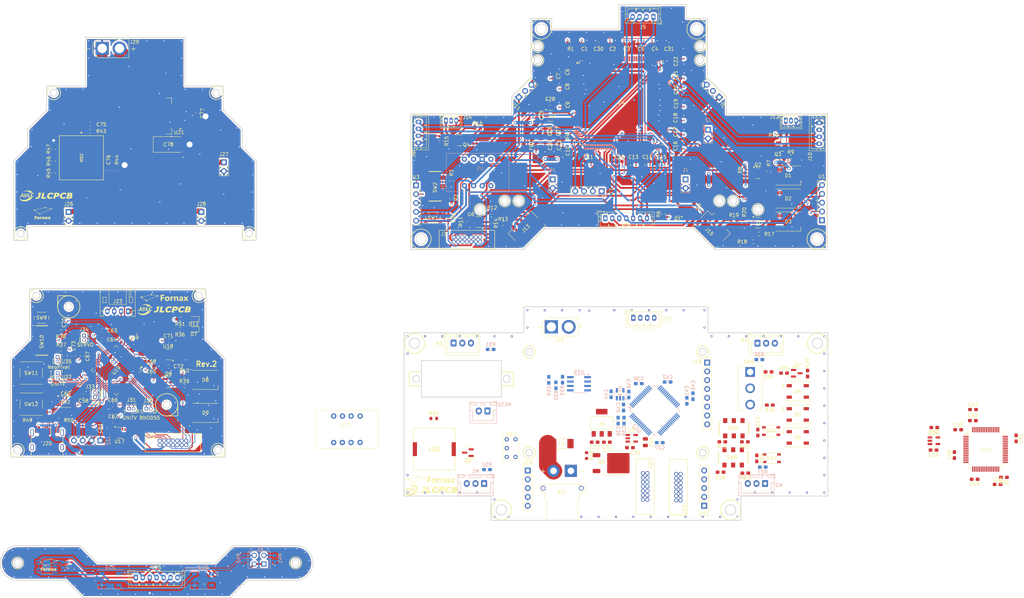
<source format=kicad_pcb>
(kicad_pcb (version 20240108) (generator "pcbnew") (generator_version "8.0")
  (layers (0 "F.Cu" signal) (1 "In1.Cu" signal) (2 "In2.Cu" signal) (31 "B.Cu" signal) (34 "B.Paste" user) (35 "F.Paste" user) (36 "B.SilkS" user "B.Silkscreen") (37 "F.SilkS" user "F.Silkscreen") (38 "B.Mask" user) (39 "F.Mask" user) (44 "Edge.Cuts" user))
  (net 0 "")
  (net 1 "Net-(BT1-+)")
  (net 2 "+3.3V")
  (net 3 "GND")
  (net 4 "+5V")
  (net 5 "/Lidar/IN")
  (net 6 "/Tile/IN")
  (net 7 "/Back/DIN")
  (net 8 "+7.5V")
  (net 9 "/Lidar/SWCLK")
  (net 10 "/Lidar/SWDIO")
  (net 11 "/Lidar/SWO")
  (net 12 "Net-(D4-DOUT)")
  (net 13 "/Back/SWCLK")
  (net 14 "/Back/SWDIO")
  (net 15 "/Back/SWO")
  (net 16 "/Lidar/TX1")
  (net 17 "/Lidar/TX2")
  (net 18 "/Lidar/RX2")
  (net 19 "/Lidar/RX1")
  (net 20 "/Lidar/TX3")
  (net 21 "/Lidar/RX3")
  (net 22 "/Lidar/NRST")
  (net 23 "Net-(SW6A-B)")
  (net 24 "Net-(D4-DIN)")
  (net 25 "/Lidar/HSE")
  (net 26 "/Back/HSE")
  (net 27 "/Back/TX")
  (net 28 "/Back/CS")
  (net 29 "/Back/MISO")
  (net 30 "/Back/RX")
  (net 31 "/Back/SCK")
  (net 32 "/Back/MOSI")
  (net 33 "VDDA")
  (net 34 "/Top/HSE")
  (net 35 "/Tile/ADC")
  (net 36 "Net-(Q6-D)")
  (net 37 "/Back/NRST")
  (net 38 "Net-(M1-S)")
  (net 39 "/Tile/SDA")
  (net 40 "/Tile/SCL")
  (net 41 "/Back/PWM")
  (net 42 "/Back/SDA")
  (net 43 "/Back/XSHUT1")
  (net 44 "/Back/RX3")
  (net 45 "/Back/RX1")
  (net 46 "/Back/XSHUT2")
  (net 47 "/Back/SCL")
  (net 48 "/Back/PC2")
  (net 49 "/Back/TX3")
  (net 50 "/Back/RX2")
  (net 51 "/Back/TX2")
  (net 52 "/Back/TX1")
  (net 53 "Net-(D1-DIN)")
  (net 54 "Net-(D5-DOUT)")
  (net 56 "Net-(D1-DOUT)")
  (net 57 "Net-(D2-DOUT)")
  (net 58 "/Back/DC")
  (net 59 "Net-(A1-Pad2)")
  (net 60 "Net-(C30-Pad2)")
  (net 61 "Net-(U8-BYP)")
  (net 62 "Net-(U12-VCAP_1)")
  (net 63 "Net-(Q5-S)")
  (net 64 "Net-(U19-VCAP_1)")
  (net 69 "Net-(J6-Pin_6)")
  (net 70 "Net-(J12-Pin_1)")
  (net 71 "Net-(J13-Pin_2)")
  (net 72 "Net-(J13-Pin_3)")
  (net 78 "Net-(Q5-G)")
  (net 79 "Net-(SW5A-B)")
  (net 81 "Net-(D8-DOUT)")
  (net 82 "Net-(D8-DIN)")
  (net 83 "Net-(SW10A-B)")
  (net 84 "Net-(U7--)")
  (net 85 "Net-(U7-+)")
  (net 86 "Net-(U14-VCAP_1)")
  (net 87 "Net-(U22-V3)")
  (net 88 "Net-(D7-A)")
  (net 89 "Net-(D12-A)")
  (net 92 "/Back/NRST2")
  (net 94 "Net-(U22-UD+)")
  (net 95 "Net-(U22-UD-)")
  (net 96 "Net-(J20-CC1)")
  (net 102 "Net-(U4-PDR_ON)")
  (net 103 "Net-(U4-VREF+)")
  (net 104 "Net-(U6--)")
  (net 105 "Net-(U6-+)")
  (net 106 "Net-(U15-B)")
  (net 107 "Net-(R45-Pad2)")
  (net 108 "Net-(R46-Pad2)")
  (net 109 "/Lidar/SDA")
  (net 110 "/Lidar/SCL")
  (net 173 "Net-(D10-DOUT)")
  (net 175 "/Top/RX4")
  (net 176 "/Top/RX3")
  (net 177 "/Top/TX4")
  (net 178 "/Top/TX3")
  (net 179 "/Top/SCL")
  (net 180 "/Top/SDA")
  (net 181 "/Top/AD3")
  (net 182 "/Top/RX2")
  (net 183 "Net-(SW10A-A)")
  (net 184 "Net-(SW10A-C)")
  (net 185 "/Top/TX2")
  (net 186 "/Top/RX5")
  (net 187 "/Top/TX5")
  (net 188 "/Top/PWM1")
  (net 189 "/Top/RX6")
  (net 190 "/Top/TX6")
  (net 191 "/Top/PWM2")
  (net 192 "/Top/SWDIO")
  (net 194 "/Top/RX1")
  (net 196 "/Top/TX1")
  (net 198 "/Top/SWCLK")
  (net 199 "/Top/SWO")
  (net 203 "Net-(J14-Pin_1)")
  (net 204 "Net-(J15-Pin_3)")
  (net 205 "Net-(J15-Pin_2)")
  (net 222 "/Top/DIN4")
  (net 223 "/Top/DIN1")
  (net 224 "/Top/DIN2")
  (net 225 "/Top/DIN3")
  (net 227 "Net-(SW2A-A)")
  (net 228 "Net-(SW2A-C)")
  (net 230 "/Top/AD1")
  (net 234 "/Top/AD2")
  (net 236 "Net-(SW5A-A)")
  (net 237 "Net-(SW5A-C)")
  (net 238 "Net-(SW6A-A)")
  (net 239 "Net-(SW6A-C)")
  (net 241 "Net-(SW2A-B)")
  (net 242 "/Top/XSHUT1")
  (net 245 "/Top/XSHUT2")
  (net 284 "/Lidar/TX5")
  (net 285 "/Lidar/RX5")
  (net 286 "/Lidar/TX6")
  (net 293 "/Lidar/RX6")
  (net 295 "/Lidar/SDA2")
  (net 296 "/Lidar/SCL2")
  (net 301 "/Lidar/PWM")
  (net 306 "/Lidar/PWM2")
  (net 309 "/Lidar/IN3")
  (net 311 "Net-(J20-CC2)")
  (net 312 "/Top/NRST")
  (net 313 "/Lidar/IN2")
  (net 316 "Net-(U19-PB12)")
  (net 321 "Net-(U19-PB13)")
  (net 325 "Net-(MD2-TRIM)")
  (net 332 "/Back/HSE2")
  (net 333 "Net-(SW8A-A)")
  (net 334 "Net-(SW8A-C)")
  (net 335 "Net-(U22-TNOW)")
  (net 336 "Net-(SW8A-B)")
  (net 370 "/Lidar/RX4")
  (net 371 "/Lidar/TX4")
  (net 372 "Net-(U22-~{CTS})")
  (net 378 "/Back/SWCLK2")
  (net 379 "/Back/RX4")
  (net 383 "/Back/TX4")
  (net 387 "/Back/SWDIO2")
  (footprint "Connector_JST:JST_PH_B4B-PH-K_1x04_P2.00mm_Vertical" (layer "F.Cu") (at 211.955383 106.325125)
    (property "Reference" "J17")
    (property "Value" "Comm to TopBoard")
  )
  (footprint "icon:fornax-logo-pcb15-3.8" (layer "F.Cu") (at 76.900367 100.43738)
    (property "Reference" "G***" (hide yes))
    (property "Value" "LOGO" (hide yes))
  )
  (footprint "icon:jlcpcb-logo-pcb15-8" (layer "F.Cu") (at 42.8375 71.2125)
    (property "Reference" "G***" (hide yes))
    (property "Value" "LOGO" (hide yes))
  )
  (footprint "STDC14:CONN14_3220-14_CNC" (layer "F.Cu") (at 79.399367 142.305832 180)
    (property "Reference" "J24")
    (property "Value" "ST-Link")
  )
  (footprint "Resistor_SMD:R_0603_1608Metric" (layer "F.Cu") (at 198.5 145.975 -90)
    (property "Reference" "R48")
    (property "Value" "10k")
  )
  (footprint "Capacitor_SMD:C_0603_1608Metric" (layer "F.Cu") (at 225.51 44.68 90)
    (property "Reference" "C19")
    (property "Value" "0.1uF")
  )
  (footprint "icon:fornax-logo-pcb15-3.8" (layer "F.Cu") (at 153.7 152.8)
    (property "Reference" "G***" (hide yes))
    (property "Value" "LOGO" (hide yes))
  )
  (footprint "Package_TO_SOT_SMD:SOT-23" (layer "F.Cu") (at 247.8375 64.65)
    (property "Reference" "Q2")
    (property "Value" "BSS138")
  )
  (footprint "Package_TO_SOT_SMD:SOT-23" (layer "F.Cu") (at 161.9 55.2)
    (property "Reference" "Q4")
    (property "Value" "BSS138")
  )
  (footprint "Capacitor_SMD:C_0603_1608Metric" (layer "F.Cu") (at 189.13 56.685 -90)
    (property "Reference" "C23")
    (property "Value" "1uF")
  )
  (footprint "Capacitor_SMD:C_0603_1608Metric" (layer "F.Cu") (at 78.1 120.3)
    (property "Reference" "C72")
    (property "Value" "15pF")
  )
  (footprint "Capacitor_SMD:C_0603_1608Metric_Pad1.08x0.95mm_HandSolder" (layer "F.Cu") (at 316.8375 154.275)
    (property "Reference" "C56")
    (property "Value" "4.7uF")
  )
  (footprint "Resistor_SMD:R_0603_1608Metric" (layer "F.Cu") (at 191.69 54.225 90)
    (property "Reference" "R4")
    (property "Value" "0")
  )
  (footprint "Package_SO:MSOP-10_3x3mm_P0.5mm" (layer "F.Cu") (at 48.537867 130.524632)
    (property "Reference" "U22")
    (property "Value" "CH340E")
  )
  (footprint "LED_SMD:LED_WS2812B_PLCC4_5.0x5.0mm_P3.2mm" (layer "F.Cu") (at 256.55 78.59)
    (property "Reference" "D3")
    (property "Value" "WS2812B")
  )
  (footprint "Resistor_SMD:R_0603_1608Metric" (layer "F.Cu") (at 159.55 66.925 90)
    (property "Reference" "R3")
    (property "Value" "10k")
  )
  (footprint "Connector_JST:JST_ZH_S4B-ZR-SM4A-TF_1x04-1MP_P1.50mm_Horizontal" (layer "F.Cu") (at 235.153554 80.246447 -45)
    (property "Reference" "J15")
    (property "Value" "LoadCell")
  )
  (footprint "Package_TO_SOT_SMD:SOT-23-5" (layer "F.Cu") (at 298.5 141.7)
    (property "Reference" "U16")
    (property "Value" "Sit2001B")
  )
  (footprint "Package_TO_SOT_SMD:TSOT-23-5" (layer "F.Cu") (at 64.100367 139.437132)
    (property "Reference" "U17")
    (property "Value" "RT9080-33GJ5")
  )
  (footprint "Resistor_SMD:R_0603_1608Metric" (layer "F.Cu") (at 159.6 71.95 90)
    (property "Reference" "R2")
    (property "Value" "10k")
  )
  (footprint "Capacitor_SMD:C_0603_1608Metric" (layer "F.Cu") (at 225.51 56.86 90)
    (property "Reference" "C16")
    (property "Value" "0.1uF")
  )
  (footprint "Capacitor_SMD:C_0805_2012Metric" (layer "F.Cu") (at 215.425383 142.125125 -90)
    (property "Reference" "C34")
    (property "Value" "2.2uF")
  )
  (footprint "Capacitor_SMD:C_0603_1608Metric" (layer "F.Cu") (at 58.925 110)
    (property "Reference" "C63")
    (property "Value" "4.7uF")
  )
  (footprint "Capacitor_SMD:C_0603_1608Metric_Pad1.08x0.95mm_HandSolder" (layer "F.Cu") (at 237.09 150.76)
    (property "Reference" "R28")
    (property "Value" "10k")
  )
  (footprint "Capacitor_SMD:C_0603_1608Metric" (layer "F.Cu") (at 158.75 77.5 -90)
    (property "Reference" "C25")
    (property "Value" "0.1uF")
  )
  (footprint "SKRPACE010:SW_SKRPACE010" (layer "F.Cu") (at 251.625 138.925)
    (property "Reference" "SW4")
    (property "Value" "RESET_SWITCH")
  )
  (footprint "Capacitor_SMD:C_0603_1608Metric_Pad1.08x0.95mm_HandSolder" (layer "F.Cu") (at 55.5125 52.603 180)
    (property "Reference" "R43")
    (property "Value" "20k")
  )
  (footprint "Resistor_SMD:R_0603_1608Metric" (layer "F.Cu") (at 240.925 78.15)
    (property "Reference" "R19")
    (property "Value" "20")
  )
  (footprint "Capacitor_SMD:C_0603_1608Metric_Pad1.08x0.95mm_HandSolder" (layer "F.Cu") (at 247.51 146.775 -90)
    (property "Reference" "C54")
    (property "Value" "0.1uF")
  )
  (footprint "Connector_JST:JST_PH_B7B-PH-K_1x07_P2.00mm_Vertical" (layer "F.Cu") (at 68.7 181.1)
    (property "Reference" "J25")
    (property "Value" "to TopBoard")
  )
  (footprint "Resistor_SMD:R_0603_1608Metric" (layer "F.Cu") (at 154.5 135.3)
    (property "Reference" "R34")
    (property "Value" "680")
  )
  (footprint "Resistor_SMD:R_0603_1608Metric" (layer "F.Cu") (at 167.15 51.7)
    (property "Reference" "R16")
    (property "Value" "10k")
  )
  (footprint "icon:jlcpcb-logo-pcb15-8" (layer "F.Cu") (at 153.675383 155.9)
    (property "Reference" "G***" (hide yes))
    (property "Value" "LOGO" (hide yes))
  )
  (footprint "Resistor_SMD:R_0603_1608Metric" (layer "F.Cu") (at 244.1 63.8 -90)
    (property "Reference" "R8")
    (property "Value" "10k")
  )
  (footprint "LED_SMD:LED_WS2812B_PLCC4_5.0x5.0mm_P3.2mm" (layer "F.Cu") (at 259.305383 127.505125)
    (property "Reference" "D4")
    (property "Value" "WS2812B")
  )
  (footprint "Resistor_SMD:R_0603_1608Metric" (layer "F.Cu") (at 47.1 115.337132 180)
    (property "Reference" "R37")
    (property "Value" "10k")
  )
  (footprint "Connector_PinSocket_1.27mm:PinSocket_1x02_P1.27mm_Vertical" (layer "F.Cu") (at 46.2 122.26)
    (property "Reference" "J32")
    (property "Value" "UNITV")
  )
  (footprint "SSSS213202:SSSS213202" (layer "F.Cu") (at 240.7 146.5)
    (property "Reference" "SW8")
    (property "Value" "MODE_SWITCH")
  )
  (footprint "Package_QFP:LQFP-176_24x24mm_P0.5mm" (layer "F.Cu") (at 208.6 44.4)
    (property "Reference" "U4")
    (property "Value" "STM32H747IGT6")
  )
  (footprint "Package_TO_SOT_SMD:SOT-23" (layer "F.Cu") (at 254.7125 56.8)
    (property "Reference" "Q3")
    (property "Value" "BSS138")
  )
  (footprint "Button_Switch_SMD:SW_Push_1P1T_NO_6x6mm_H9.5mm" (layer "F.Cu") (at 38.600367 131.187132)
    (property "Reference" "SW12")
    (property "Value" "TC-06104-043E")
  )
  (footprint "OKL-T-6-W12N-C:MURATA_OKL-T-6-W12N-C_0" (layer "F.Cu") (at 53.028 60.228 -90)
    (property "Reference" "MD2")
    (property "Value" "OKL-T_6-W12N-C")
  )
  (footprint "Connector_PinSocket_1.27mm:PinSocket_1x02_P1.27mm_Vertical" (layer "F.Cu") (at 56.92 129.09 180)
    (property "Reference" "J33")
    (property "Value" "to TileBoard")
  )
  (footprint "icon:jlcpcb-logo-pcb15-8" (layer "F.Cu") (at 76.900367 103.953632)
    (property "Reference" "G***" (hide yes))
    (property "Value" "LOGO" (hide yes))
  )
  (footprint "Capacitor_SMD:C_0603_1608Metric_Pad1.08x0.95mm_HandSolder" (layer "F.Cu") (at 45.0125 61.1875 90)
    (property "Reference" "R46")
    (property "Value" "330")
  )
  (footprint "Capacitor_SMD:C_0603_1608Metric_Pad1.08x0.95mm_HandSolder" (layer "F.Cu") (at 310.225 152.8 180)
    (property "Reference" "C49")
    (property "Value" "0.1uF")
  )
  (footprint "Capacitor_SMD:C_0603_1608Metric" (layer "F.Cu") (at 73.1 123.3 180)
    (property "Reference" "C65")
    (property "Value" "0.1uF")
  )
  (footprint "Connector_JST:JST_XH_B3B-XH-A_1x03_P2.50mm_Vertical" (layer "F.Cu") (at 160.205383 113.575125)
    (property "Reference" "M3")
    (property "Value" "STS3032")
  )
  (footprint "Resistor_SMD:R_0603_1608Metric" (layer "F.Cu") (at 40.5 135.7 180)
    (property "Reference" "R49")
    (property "Value" "5.1k")
  )
  (footprint "Connector_JST:JST_ZH_S4B-ZR-SM4A-TF_1x04-1MP_P1.50mm_Horizontal" (layer "F.Cu") (at 180.646447 80.246447 45)
    (property "Reference" "J13")
    (property "Value" "LoadCell")
  )
  (footprint "Capacitor_SMD:C_0603_1608Metric" (layer "F.Cu") (at 201.94 27.49)
    (property "Reference" "C30")
    (property "Value" "2.2uF")
  )
  (footprint "Capacitor_SMD:C_0603_1608Metric" (layer "F.Cu") (at 184.01 56.685 -90)
    (property "Reference" "FB1")
    (property "Value" "FerriteBead")
  )
  (footprint "Capacitor_SMD:C_0603_1608Metric_Pad1.08x0.95mm_HandSolder" (layer "F.Cu") (at 247.805 139.349875 -90)
    (property "Reference" "C43")
    (property "Value" "0.1uF")
  )
  (footprint "SKRPACE010:SW_SKRPACE010" (layer "F.Cu") (at 41.550367 106.287132)
    (property "Reference" "SW9")
    (property "Value" "RESET_SWITCH")
  )
  (footprint "Connector_PinHeader_2.54mm:PinHeader_1x05_P2.54mm_Vertical" (layer "F.Cu") (at 232.355383 160.425125 180)
    (property "Reference" "U11")
    (property "Value" "VL53L0X")
  )
  (footprint "LED_SMD:LED_WS2812B_PLCC4_5.0x5.0mm_P3.2mm" (layer "F.Cu") (at 256.55 65.35)
    (property "Reference" "D1")
    (property "Value" "WS2812B")
  )
  (footprint "Resistor_SMD:R_0603_1608Metric" (layer "F.Cu") (at 243.875 78.75 -90)
    (property "Reference" "R20")
    (property "Value" "47k")
  )
  (footprint "Package_TO_SOT_SMD:SOT-23-5" (layer "F.Cu") (at 167.342684 78.75 180)
    (property "Reference" "U6")
    (property "Value" "NJU77551F")
  )
  (footprint "Connector_JST:JST_PH_B4B-PH-K_1x04_P2.00mm_Vertical" (layer "F.Cu") (at 217.75 19.65 180)
    (property "Reference" "J5")
    (property "Value" "Com from BackBoard")
  )
  (footprint "Resistor_SMD:R_0603_1608Metric" (layer "F.Cu") (at 229.425 74.25 -90)
    (property "Reference" "R5")
    (property "Value" "10k")
  )
  (footprint "Resistor_SMD:R_0603_1608Metric" (layer "F.Cu") (at 156.75 55.45 -90)
    (property "Reference" "R15")
    (property "Value" "10k")
  )
  (footprint "Connector_PinSocket_1.27mm:PinSocket_1x02_P1.27mm_Vertical" (layer "F.Cu") (at 46.155 117.595)
    (property "Reference" "J35")
    (property "Value" "NeoPixel")
  )
  (footprint "Capacitor_SMD:C_0603_1608Metric" (layer "F.Cu") (at 62.1 131.4 180)
    (property "Reference" "C66")
    (property "Value" "0.1uF")
  )
  (footprint "Connector_PinSocket_2.54mm:PinSocket_1x08_P2.54mm_Vertical" (layer "F.Cu") (at 233.225383 119.195125)
    (property "Reference" "J18")
    (property "Value" "Conn_01x08_Socket")
  )
  (footprint "Capacitor_SMD:C_0603_1608Metric" (layer "F.Cu") (at 73.1 120.3)
    (property "Reference" "C68")
    (property "Value" "0.1uF")
  )
  (footprint "Resistor_SMD:R_0603_1608Metric" (layer "F.Cu") (at 257.3125 60)
    (property "Reference" "R9")
    (property "Value" "10k")
  )
  (footprint "Capacitor_SMD:C_0603_1608Metric_Pad1.08x0.95mm_HandSolder" (layer "F.Cu") (at 60.875 63.9155 90)
    (property "Reference" "C76")
    (property "Value" "10uF")
  )
  (footprint "STDC14:CONN14_3220-14_CNC" (layer "F.Cu") (at 164.04 83.7669)
    (property "Reference" "J3")
    (property "Value" "ST-Link")
  )
  (footprint "LED_SMD:LED_WS2812B_PLCC4_5.0x5.0mm_P3.2mm" (layer "F.Cu") (at 259.305383 140.745125)
    (property "Reference" "D6")
    (property "Value" "WS2812B")
  )
  (footprint "Connector_JST:JST_PH_B4B-PH-K_1x04_P2.00mm_Vertical" (layer "F.Cu") (at 150.1 55.9 90)
    (property "Reference" "J8")
    (property "Value" "UnitV01")
  )
  (footprint "Package_TO_SOT_SMD:SOT-23" (layer "F.Cu") (at 164.317883 145.125125 180)
    (property "Reference" "Q6")
    (property "Value" "BSS138")
  )
  (footprint "Capacitor_SMD:C_0603_1608Metric_Pad1.08x0.95mm_HandSolder" (layer "F.Cu") (at 244.2 151.03 180)
    (property "Reference" "R29")
    (property "Value" "10k")
  )
  (footprint "Capacitor_SMD:C_0603_1608Metric_Pad1.08x0.95mm_HandSolder" (layer "F.Cu") (at 237.58 142.024875 180)
    (property "Reference" "R21")
    (property "Value" "10k")
  )
  (footprint "Capacitor_SMD:C_0603_1608Metric" (layer "F.Cu") (at 53.3 117.3 90)
    (property "Reference" "C67")
    (property "Value" "0.1uF")
  )
  (footprint "Connector_PinHeader_2.54mm:PinHeader_1x03_P2.54mm_Vertical" (layer "F.Cu") (at 179.007898 42.792102 135)
    (property "Reference" "J11")
    (property "Value" "GH-S37D")
  )
  (footprint "Capacitor_SMD:C_0603_1608Metric_Pad1.08x0.95mm_HandSolder" (layer "F.Cu") (at 250.89 121.884875 180)
    (property "Reference" "R25")
    (property "Value" "10k")
  )
  (footprint "Capacitor_SMD:C_0603_1608Metric_Pad1.08x0.95mm_HandSolder" (layer "F.Cu") (at 304.4 145.8375 90)
    (property "Reference" "C48")
    (property "Value" "0.1uF")
  )
  (footprint "LED_SMD:LED_WS2812B_PLCC4_5.0x5.0mm_P3.2mm" (layer "F.Cu") (at 88.750367 133.687132)
    (property "Reference" "D9")
    (property "Value" "WS2812B")
  )
  (footprint "Capacitor_SMD:C_0603_1608Metric_Pad1.08x0.95mm_HandSolder" (layer "F.Cu") (at 210.987883 143.7 180)
    (property "Reference" "C35")
    (property "Value" "470pF")
  )
  (footprint "Resistor_SMD:R_0603_1608Metric" (layer "F.Cu") (at 82.675 122.97)
    (property "Reference" "R40")
    (property "Value" "10k")
  )
  (footprint "Connector_AMASS:AMASS_XT30U-F_1x02_P5.0mm_Vertical" (layer "F.Cu") (at 59.0155 28.7475)
    (property "Reference" "J29")
    (property "Value" "Power from BackBoard")
  )
  (footprint "Capacitor_SMD:C_0603_1608Metric" (layer "F.Cu") (at 68.1 113.44)
    (property "Reference" "C69")
    (property "Value" "0.1uF")
  )
  (footprint "Connector_JST:JST_PH_B7B-PH-K_1x07_P2.00mm_Vertical" (layer "F.Cu") (at 203.9 77.65)
    (property "Reference" "J6")
    (property "Value" "to TileBoard")
  )
  (footprint "100SP1T1B4M2QE:SW_100SP1T1B4M2QE" (layer "F.Cu") (at 245.6 126.6)
    (property "Reference" "SW6")
    (property "Value" "START_SWITCH")
  )
  (footprint "Capacitor_SMD:C_0603_1608Metric_Pad1.08x0.95mm_HandSolder" (layer "F.Cu") (at 309.7275 135.905)
    (property "Reference" "C53")
    (property "Value" "0.1uF")
  )
  (footprint "Package_TO_SOT_SMD:SOT-23" (layer "F.Cu") (at 259.017883 122.275125)
    (property "Reference" "Q7")
    (property "Value" "BSS138")
  )
  (footprint "Capacitor_SMD:C_0603_1608Metric_Pad1.08x0.95mm_HandSolder" (layer "F.Cu") (at 255.350383 122.225125)
    (property "Reference" "R23")
    (property "Value" "10k")
  )
  (footprint "Capacitor_SMD:C_0603_1608Metric" (layer "F.Cu") (at 53.67 128.77 180)
    (property "Reference" "C58")
    (property "Value" "0.1uF")
  )
  (footprint "Capacitor_SMD:C_0603_1608Metric_Pad1.08x0.95mm_HandSolder" (layer "F.Cu") (at 55.5625 50.6 180)
    (property "Reference" "C75")
    (property "Value" "22uF")
  )
  (footprint "Capacitor_Tantalum_SMD:CP_EIA-7343-15_Kemet-W" (layer "F.Cu") (at 78.1125 56.4)
    (property "Reference" "C78")
    (property "Value" "22uF")
  )
  (footprint "Resistor_SMD:R_0603_1608Metric" (layer "F.Cu") (at 255.25 53.55)
    (property "Reference" "R10")
    (property "Value" "10k")
  )
  (footprint "Package_QFP:LQFP-64_10x10mm_P0.5mm" (layer "F.Cu") (at 63.100367 121.437132 -135)
    (property "Reference" "U19")
    (property "Value" "STM32F446RET6")
  )
  (footprint "Capacitor_SMD:C_0603_1608Metric_Pad1.08x0.95mm_HandSolder" (layer "F.Cu") (at 305.49 138.535)
    (property "Reference" "C52")
    (property "Value" "0.1uF")
  )
  (footprint "Capacitor_SMD:C_0603_1608Metric_Pad1.08x0.95mm_HandSolder" (layer "F.Cu") (at 251.264617 131.434875 180)
    (property "Reference" "R26")
    (property "Value" "10k")
  )
  (footprint "SSSS213202:SSSS213202" (layer "F.Cu") (at 154.9 68.45 90)
    (property "Reference" "SW2")
    (property "Value" "MODE_SWITCH")
  )
  (footprint "Connector_PinSocket_1.27mm:PinSocket_1x02_P1.27mm_Vertical" (layer "F.Cu") (at 71.765 132.475 90)
    (property "Reference" "J30")
    (property "Value" "BNO055")
  )
  (footprint "Capacitor_SMD:C_0603_1608Metric" (layer "F.Cu") (at 216.045 61.31 180)
    (property "Reference" "C14")
    (property "Value" "0.1uF")
  )
  (footprint "Package_TO_SOT_SMD:SOT-23-5" (layer "F.Cu") (at 211.492883 141.000125)
    (property "Reference" "U8")
    (property "Value" "MIC5219-5.0YM5-TR")
  )
  (footprint "Connector_JST:JST_PH_B4B-PH-K_1x04_P2.00mm_Vertical" (layer "F.Cu") (at 265.5 50.2 -90)
    (property "Reference" "J10")
    (property "Value" "UnitV02")
  )
  (footprint "GW-12LWP:GW-12LWP" (layer "F.Cu") (at 175.505383 141.295125)
    (property "Reference" "SW3")
    (property "Value" "GW-12LWP")
  )
  (footprint "Capacitor_SMD:C_0603_1608Metric" (layer "F.Cu") (at 58.925 112.6)
    (property "Reference" "C64")
    (property "Value" "0.1uF")
  )
  (footprint "Capacitor_SMD:C_0603_1608Metric" (layer "F.Cu") (at 225.51 36.56 90)
    (property "Reference" "C21")
    (property "Value" "0.1uF")
  )
  (footprint "SSSS213202:SSSS213202" (layer "F.Cu") (at 41.640367 112.837132 90)
    (property "Reference" "SW10")
    (property "Value" "MODE_SWITCH")
  )
  (footprint "Package_TO_SOT_SMD:SOT-23-5" (layer "F.Cu") (at 247.8375 78.925)
    (property "Reference" "U7")
    (property "Value" "NJU77551F")
  )
  (footprint "Capacitor_SMD:C_0603_1608Metric" (layer "F.Cu") (at 186.57 56.685 -90)
    (property "Reference" "C24")
    (property "Value" "0.1uF")
  )
  (footprint "Package_QFP:LQFP-64_10x10mm_P0.5mm" (layer "F.Cu") (at 313.4 144.2)
    (property "Reference" "U14")
    (property "Value" "STM32F446RET6")
  )
  (footprint "Package_TO_SOT_SMD:TO-252-2" (layer "F.Cu") (at 206.395383 148.145125)
    (property "Reference" "Q5")
    (property "Value" "TJ15S06M3L")
  )
  (footprint "SSSS213202:SSSS213202" (layer "F.Cu") (at 240.9 138.1)
    (property "Reference" "SW5")
    (property "Value" "MODE_SWITCH")
  )
  (footprint "Capacitor_SMD:C_0603_1608Metric" (layer "F.Cu") (at 191.69 39.6 90)
    (property "Reference" "C8")
    (property "Value" "0.1uF")
  )
  (footprint "Capacitor_SMD:C_0603_1608Metric" (layer "F.Cu") (at 206 27.49)
    (property "Reference" "C2")
    (property "Value" "0.1uF")
  )
  (footprint "Connector_PinHeader_2.54mm:PinHeader_1x03_P2.54mm_Vertical" (layer "F.Cu") (at 236.685445 42.785445 -135)
    (property "Reference" "J9")
    (property "Value" "GH-S37D")
  )
  (footprint "Capacitor_SMD:C_0603_1608Metric" (layer "F.Cu") (at 197.88 27.49)
    (property "Reference" "C1")
    (property "Value" "0.1uF")
  )
  (footprint "Capacitor_SMD:C_0603_1608Metric" (layer "F.Cu") (at 50.8 117.3 -90)
    (property "Reference" "C73")
    (property "Value" "4.7uF")
  )
  (footprint "LED_SMD:LED_WS2812B_PLCC4_5.0x5.0mm_P3.2mm" (layer "F.Cu") (at 256.55 71.97)
    (property "Reference" "D2")
    (property "Value" "WS2812B")
  )
  (footprint "STDC14:CONN14_3220-14_CNC" (layer "F.Cu") (at 224.9331 155.07 -90)
    (property "Reference" "J19")
    (property "Value" "ST-Link")
  )
  (footprint "Capacitor_SMD:C_0603_1608Metric_Pad1.08x0.95mm_HandSolder" (layer "F.Cu") (at 309.7675 132.725)
    (property "Reference" "C47")
    (property "Value" "4.7uF")
  )
  (footprint "Capacitor_SMD:C_0603_1608Metric" (layer "F.Cu") (at 210.06 27.49)
    (property "Reference" "C3")
    (property "Value" "0.1uF")
  )
  (footprint "Capacitor_SMD:C_0603_1608Metric" (layer "F.Cu") (at 199.025 61.31 180)
    (property "Reference" "C11")
    (property "Value" "0.1uF")
  )
  (footprint "Connector_PinHeader_2.54mm:PinHeader_1x02_P2.54mm_Vertical" (layer "F.Cu") (at 87.5625 75.8375)
    (property "Reference" "J28")
    (property "Value" "Power to TopBoard")
  )
  (footprint "Connector_PinHeader_2.54mm:PinHeader_1x05_P2.54mm_Vertical" (layer "F.Cu") (at 149.4 68.18)
    (property "Reference" "U3")
    (property "Value" "VL53L0X")
  )
  (footprint "LED_SMD:LED_0603_1608Metric" (layer "F.Cu") (at 85.42 109.627 180)
    (property "Reference" "D7")
    (property "Value" "LED")
  )
  (footprint "Connector_PinSocket_1.27mm:PinSocket_1x02_P1.27mm_Vertical" (layer "F.Cu") (at 66.765 132.475 90)
    (property "Reference" "J31")
    (property "Value" "UNITV")
  )
  (footprint "Capacitor_SMD:C_0603_1608Metric_Pad1.08x0.95mm_HandSolder" (layer "F.Cu") (at 262.125383 122.345125 90)
    (property "Reference" "R24")
    (property "Value" "10k")
  )
  (footprint "Package_TO_SOT_SMD:TO-263-3_TabPin2" (layer "F.Cu") (at 74.1875 48.2125 180)
    (property "Reference" "U21")
    (property "Value" "LT1085CM-3.3#PBF")
  )
  (footprint "Connector_AMASS:AMASS_XT30PW-F_1x02_P2.50mm_Horizontal" (layer "F.Cu") (at 193.975383 150.375125 180)
    (property "Reference" "BT1")
    (property "Value" "Battery")
  )
  (footprint "Connector_PinSocket_2.54mm:PinSocket_1x04_P2.54mm_Vertical" (layer "F.Cu") (at 202.85 69.832 -90)
    (property "Reference" "J7")
    (property "Value" "to LidarBoard")
  )
  (footprint "LED_SMD:LED_WS2812B_PLCC4_5.0x5.0mm_P3.2mm" (layer "F.Cu") (at 88.750367 124.187132)
    (property "Reference" "D8")
    (property "Value" "WS2812B")
  )
  (footprint "Resistor_SMD:R_0603_1608Metric" (layer "F.Cu") (at 250.975 64.17 -90)
    (property "Reference" "R7")
    (property "Value" "10k")
  )
  (footprint "Resistor_SMD:R_0603_1608Metric" (layer "F.Cu") (at 220.65 76.45 90)
    (property "Reference" "R6")
    (property "Value" "10k")
  )
  (footprint "Capacitor_SMD:C_0603_1608Metric_Pad1.08x0.95mm_HandSolder" (layer "F.Cu") (at 45.0125 57.7125 90)
    (property "Reference" "R47")
    (property "Value" "10")
  )
  (footprint "Connector_JST:JST_ZH_B3B-ZR_1x03_P1.50mm_Vertical" (layer "F.Cu") (at 158 49.55)
    (property "Reference" "J14")
    (property "Value" "NeoPixel")
  )
  (footprint "Capacitor_SMD:C_0603_1608Metric" (layer "F.Cu") (at 191.69 35.54 90)
    (property "Reference" "C6")
    (property "Value" "0.1uF")
  )
  (footprint "AE-BNO055-BO:AE-BNO055-BO" (layer "F.Cu") (at 125.68 134.6)
    (property "Reference" "U23")
    (property "Value" "AE-BNO055-BO")
  )
  (footprint "Package_TO_SOT_SMD:SOT-23" (layer "F.Cu") (at 78.0975 124.87)
    (property "Reference" "Q8")
    (property "Value" "BSS138")
  )
  (footprint "icon:fornax-icon-pcb8-8" (layer "F.Cu") (at 43.630463 176.659292)
    (property "Reference" "G***" (hide yes))
    (property "Value" "LOGO" (hide yes))
  )
  (footprint "Capacitor_SMD:C_0603_1608Metric" (layer "F.Cu") (at 191.69 45 90)
    (property "Reference" "C9")
    (property "Value" "0.1uF")
  )
  (footprint "Capacitor_SMD:C_0603_1608Metric_Pad1.08x0.95mm_HandSolder" (layer "F.Cu") (at 200.825383 142.125125 180)
    (property "Reference" "C33")
    (property "Value" "22uF")
  )
  (footprint "Connector_JST:JST_PH_S4B-PH-K_1x04_P2.00mm_Horizontal" (layer "F.Cu") (at 66.500367 104.447132 180)
    (property "Reference" "J23")
    (property "Value" "LIDAR")
  )
  (footprint "SKRPACE010:SW_SKRPACE010" (layer "F.Cu") (at 251.825 146.725)
    (property "Reference" "SW7")
    (property "Value" "RESET_SWITCH")
  )
  (footprint "Connector_AMASS:AMASS_XT30U-F_1x02_P5.0mm_Vertical" (layer "F.Cu") (at 188.355383 108.925125)
    (property "Reference" "J16")
    (property "Value" "Power to TopBoard")
  )
  (footprint "Capacitor_SMD:C_0603_1608Metric" (layer "F.Cu") (at 211.985 61.31 180)
    (property "Reference" "C13")
    (property "Value" "0.1uF")
  )
  (footprint "Connector_PinHeader_2.54mm:PinHeader_1x05_P2.54mm_Vertical" (layer "F.Cu") (at 181.555383 150.275125)
    (property "Reference" "U10")
    (property "Value" "VL53L0X")
  )
  (footprint "LED_SMD:LED_0603_1608Metric" (layer "F.Cu") (at 85.42 106.667 180)
    (property "Reference" "D12")
    (property "Value" "LED")
  )
  (footprint "Capacitor_SMD:C_0603_1608Metric" (layer "F.Cu") (at 220.105 61.31 180)
    (property "Reference" "C15")
    (property "Value" "0.1uF")
  )
  (footprint "Capacitor_SMD:C_0603_1608Metric_Pad1.08x0.95mm_HandSolder" (layer "F.Cu") (at 298.6 137.9 180)
    (property "Reference" "C57")
    (property "Value" "15pF")
  )
  (footprint "Package_TO_SOT_SMD:SOT-23" (layer "F.Cu") (at 224.7375 75.45 180)
    (property "Reference" "Q1")
    (property "Value" "BSS138")
  )
  (footprint "Capacitor_SMD:C_0603_1608Metric" (layer "F.Cu") (at 186.57 52.625 90)
    (property "Reference" "C26")
    (property "Value" "1uF")
  )
  (footprint "Capacitor_SMD:C_0603_1608Metric" (layer "F.Cu") (at 225.51 48.74 90)
    (property "Reference" "C18")
    (property "Value" "0.1uF")
  )
  (footprint "PKLCS1212E4001-R1:PKLCS1212E4001R1" (layer "F.Cu") (at 154.655383 144.125125)
    (property "Reference" "LS1")
    (property "Value" "PKLCS1212E4001-R1" (hide yes))
  )
  (footprint "Capacitor_SMD:C_0603_1608Metric" (layer "F.Cu") (at 225.51 52.8 90)
    (property "Reference" "C17")
    (property "Value" "0.1uF")
  )
  (footprint "Connector_PinSocket_1.27mm:PinSocket_1x02_P1.27mm_Vertical" (layer "F.Cu") (at 53.8 111.4)
    (property "Reference" "J34")
    (property "Value" "SERVO")
  )
  (footprint "Capacitor_SMD:C_0603_1608Metric" (layer "F.Cu") (at 225.51 40.62 -90)
    (property "Reference" "C20")
    (property "Value" "0.1uF")
  )
  (footprint "Capacitor_SMD:C_0603_1608Metric" (layer "F.Cu") (at 207.925 61.31 180)
    (property "Reference" "C12")
    (property "Value" "0.1uF")
  )
  (footprint "Resistor_SMD:R_0603_1608Metric" (layer "F.Cu") (at 46.475 135.7)
    (property "Reference" "R50")
    (property "Value" "5.1k")
  )
  (footprint "Capacitor_SMD:C_0603_1608Metric_Pad1.08x0.95mm_HandSolder" (layer "F.Cu") (at 244.08 142.024875 180)
    (property "Reference" "R22")
    (property "Value" "10k")
  )
  (footprint "AZ1117CH-3.3TRG1:DIODES_AZ1117CH-3.3TRG1_0" (layer "F.Cu") (at 202.855383 136.525125)
    (property "Reference" "U9")
    (property "Value" "AZ1117CH-3.3TRG1")
  )
  (footprint "Capacitor_SMD:C_0603_1608Metric" (layer "F.Cu") (at 189.13 36.64 90)
    (property "Reference" "C7")
    (property "Value" "0.1uF")
  )
  (footprint "Capacitor_SMD:C_0603_1608Metric" (layer "F.Cu") (at 214.12 27.49 180)
    (property "Reference" "C5")
    (property "Value" "0.1uF")
  )
  (footprint "0451015.MRL:0451Series_LTF" (layer "F.Cu") (at 191.355383 142.525125)
    (property "Reference" "F1")
    (property "Value" "0451015.MRL")
  )
  (footprint "Capacitor_SMD:C_0603_1608Metric_Pad1.08x0.95mm_HandSolder" (layer "F.Cu") (at 298.4 144.4 180)
    (property "Reference" "C55")
    (property "Value" "0.1uF")
  )
  (footprint "Resistor_SMD:R_0603_1608Metric" (layer "F.Cu") (at 171.05 79.115 90)
    (property "Reference" "R14")
    (property "Value" "47k")
  )
  (footprint "Connector_JST:JST_XH_B3B-XH-A_1x03_P2.50mm_Vertical" (layer "F.Cu") (at 247.705383 113.625125)
    (property "Reference" "M4")
    (property "Value" "STS3032")
  )
  (footprint "Package_TO_SOT_SMD:SOT-23-5" (layer "F.Cu") (at 188.0625 48.15)
    (property "Reference" "U2")
    (property "Value" "Sit2001B")
  )
  (footprint "LED_SMD:LED_WS2812B_PLCC4_5.0x5.0mm_P3.2mm" (layer "F.Cu") (at 259.305383 134.125125)
    (property "Reference" "D5")
    (property "Value" "WS2812B")
  )
  (footprint "Capacitor_SMD:C_0603_1608Metric" (layer "F.Cu") (at 62.1 136 180)
    (property "Reference" "C62")
    (property "Value" "1uF")
  )
  (footprint "Capacitor_SMD:C_0603_1608Metric_Pad1.08x0.95mm_HandSolder" (layer "F.Cu") (at 322.18 141.015 -90)
    (property "Reference" "C51")
    (property "Value" "0.1uF")
  )
  (footprint "Capacitor_SMD:C_0603_1608Metric_Pad1.08x0.95mm_HandSolder" (layer "F.Cu") (at 318.67 152.245 180)
    (property "Reference" "C50")
    (property "Value" "0.1uF")
  )
  (footprint "Package_TO_SOT_SMD:SOT-23-5" (layer "F.Cu") (at 78.1125 116.87 180)
    (property "Reference" "U18")
    (property "Value" "Sit2001B")
  )
  (footprint "STDC14:CONN14_3220-14_CNC" (layer "F.Cu") (at 215.3631 154.87 -90)
    (property "Reference" "J21")
    (property "Value" "ST-Link")
  )
  (footprint "Capacitor_SMD:C_0603_1608Metric" (layer "F.Cu") (at 46.6 107.7 -90)
    (property "Reference" "C70")
    (property "Value" "0.1uF")
  )
  (footprint "Capacitor_SMD:C_0603_1608Metric" (layer "F.Cu") (at 78.1 112.94)
    (property "Reference" "C71")
    (property "Value" "0.1uF")
  )
  (footprint "Capacitor_SMD:C_0603_1608Metric" (layer "F.Cu") (at 222.24 27.49)
    (property "Reference" "C31")
    (property "Value" "2.2uF")
  )
  (footprint "Capacitor_SMD:C_0603_1608Metric" (layer "F.Cu") (at 225.51 32.5 -90)
    (property "Reference" "C22")
    (property "Value" "0.1uF")
  )
  (footprint "Resistor_SMD:R_0603_1608Metric" (layer "F.Cu") (at 81.42 109.627)
    (property "Reference" "R36")
    (property "Value" "470")
  )
  (footprint "icon:fornax-icon-pcb8-8" (layer "F.Cu") (at 41.867963 75.421792)
    (property "Reference" "G***" (hide yes))
    (property "Value" "LOGO" (hide yes))
  )
  (footprint "Capacitor_SMD:C_0603_1608Metric" (layer "F.Cu") (at 48.575 126.7 180)
    (property "Reference" "C60")
    (property "Value" "0.1uF")
  )
  (footprint "Resistor_SMD:R_0603_1608Metric" (layer "F.Cu") (at 82.675367 125.974632 180)
    (property "Reference" "R39")
    (property "Value" "10k")
  )
  (footprint "Resistor_SMD:R_0603_1608Metric" (layer "F.Cu") (at 248.125 82.15)
    (property "Reference" "R17")
    (property "Value" "47k")
  )
  (footprint "Capacitor_SMD:C_0603_1608Metric" (layer "F.Cu") (at 184.182 47.975 90)
    (property "Reference" "C29")
    (property "Value" "0.1uF")
  )
  (footprint "Connector_USB:USB_C_Receptacle_G-Switch_GT-USB-7010ASV" (layer "F.Cu") (at 43.180367 142.502632)
    (property "Reference" "J20")
    (property "Value" "USB_C_Receptacle_USB2.0_16P")
  )
  (footprint "Resistor_SMD:R_0603_1608Metric" (layer "F.Cu") (at 163.55 78.665 90)
    (property "Reference" "R11")
    (property "Value" "47k")
  )
  (footprint "Resistor_SMD:R_0603_1608Metric" (layer "F.Cu") (at 246.35 84.4)
    (property "Reference" "R18")
    (property "Value" "20")
  )
  (footprint "Connector_PinHeader_2.54mm:PinHeader_1x02_P2.54mm_Vertical" (layer "F.Cu") (at 49.3625 75.8375)
    (property "Reference" "J26")
    (property "Value" "Power to TopBoard")
  )
  (footprint "Capacitor_SMD:C_0603_1608Metric_Pad1.08x0.95mm_HandSolder" (layer "F.Cu") (at 204.335383 142.125125 180)
    (property "Reference" "C32")
    (property "Value" "10uF")
  )
  (footprint "Resistor_SMD:R_0603_1608Metric" (layer "F.Cu") (at 174.5 79.2 180)
    (property "Reference" "R13")
    (property "Value" "20")
  )
  (footprint "SKRPACE010:SW_SKRPACE010" (layer "F.Cu") (at 154.275 77.525)
    (property "Reference" "SW1")
    (property "Value" "RESET_SWITCH")
  )
  (footprint "Connector_PinHeader_2.54mm:PinHeader_1x02_P2.54mm_Vertical" (layer "F.Cu") (at 94.0625 61.5375)
    (property "Reference" "J27")
    (property "Value" "Power to TopBoard")
  )
  (footprint "Resistor_SMD:R_0603_1608Metric" (layer "F.Cu") (at 193.82 27.49)
    (property "Reference" "R1")
    (property "Value" "10k")
  )
  (footprint "Connector_PinHeader_2.54mm:PinHeader_1x05_P2.54mm_Vertical" (layer "F.Cu") (at 266.3 78.24 180)
    (property "Reference" "U1")
    (property "Value" "VL53L0X")
  )
  (footprint "Capacitor_SMD:C_0603_1608Metric" (layer "F.Cu") (at 189.13 52.625 90)
    (property "Reference" "C27")
    (property "Value" "0.1uF")
  )
  (footprint "Resistor_SMD:R_0603_1608Metric" (layer "F.Cu") (at 81.46 106.667 180)
    (property "Reference" "R51")
    (property "Value" "470")
  )
  (footprint "Resistor_SMD:R_0603_1608Metric" (layer "F.Cu") (at 47.1 110.337132 180)
    (property "Reference" "R38")
    (property "Value" "10k")
  )
  (footprint "Capacitor_SMD:C_0603_1608Metric_Pad1.08x0.95mm_HandSolder" (layer "F.Cu") (at 63.2 63.9375 90)
    (property "Reference" "R44")
    (property "Value" "1.2k")
  )
  (footprint "Button_Switch_SMD:SW_Push_1P1T_NO_6x6mm_H9.5mm" (layer "F.Cu") (at 38.600367 122.187132)
    (property "Reference" "SW11")
    (property "Value" "TC-06104-043E")
  )
  (footprint "Capacitor_SMD:C_0603_1608Metric" (layer "F.Cu") (at 59.8 138.075 -90)
    (property "Reference" "C61")
    (property "Value" "1uF")
  )
  (footprint "Capacitor_SMD:C_0603_1608Metric_Pad1.08x0.95mm_HandSolder" (layer "F.Cu") (at 45.0125 64.6625 90)
    (property "Reference" "R45")
    (property "Value" "1k")
  )
  (footprint "Connector_JST:JST_ZH_B3B-ZR_1x03_P1.50mm_Vertical" (layer "F.Cu") (at 255.85 49.55)
    (property "Reference" "J12")
    (property "Value" "NeoPixel")
  )
  (footprint "Capacitor_SMD:C_0603_1608Metric_Pad1.08x0.95mm_HandSolder" (layer "F.Cu") (at 86.4125 47.3875 -90)
    (property "Reference" "C77")
    (property "Value" "10uF")
  )
  (footprint "Capacitor_SMD:C_0603_1608Metric" (layer "F.Cu") (at 191.69 58.285 -90)
    (property "Reference" "C10")
    (property "Value" "0.1uF")
  )
  (footprint "Resistor_SMD:R_0603_1608Metric" (layer "F.Cu") (at 171.155184 76 180)
    (property "Reference" "R12")
    (property "Value" "20")
  )
  (footprint "Capacitor_SMD:C_0603_1608Metric" (layer "F.Cu") (at 218.18 27.49)
    (property "Reference" "C4")
    (property "Value" "0.1uF")
  )
  (footprint "Capacitor_SMD:C_0603_1608Metric" (layer "F.Cu") (at 188 44.62 180)
    (property "Reference" "C28")
    (property "Value" "15pF")
  )
  (footprint "Capacitor_SMD:C_0603_1608Metric_Pad1.08x0.95mm_HandSolder" (layer "B.Cu") (at 219.575383 142.25)
    (property "Reference" "C37")
    (property "Value" "0.1uF")
  )
  (footprint "Capacitor_SMD:C_0603_1608Metric_Pad1.08x0.95mm_HandSolder" (layer "B.Cu") (at 221.825383 124.8 180)
    (property "Reference" "C42")
    (property "Value" "0.1uF")
  )
  (footprint "LED_SMD:LED_WS2812B_PLCC4_5.0x5.0mm_P3.2mm" (layer "B.Cu") (at 88.05 181.7 180)
    (property "Reference" "D11")
    (property "Value" "WS2812B")
  )
  (footprint "Package_QFP:LQFP-64_10x10mm_P0.5mm" (layer "B.Cu") (at 218.130776 132.975394 -45)
    (property "Reference" "U12")
    (property "Value" "STM32F446RET6")
  )
  (footprint "Connector_JST:JST_XH_B3B-XH-A_1x03_P2.50mm_Vertical" (layer "B.Cu") (at 249.905383 154.025125 180)
    (property "Reference" "M2")
    (property "Value" "STS3032")
  )
  (footprint "Connector_JST:JST_XH_B2B-XH-A_1x02_P2.50mm_Vertical" (layer "B.Cu") (at 169.955383 133.125125 180)
    (property "Reference" "MES1")
    (property "Value" "Voltmeter_DC")
  )
  (footprint "Capacitor_SMD:C_0603_1608Metric_Pad1.08x0.95mm_HandSolder" (layer "B.Cu") (at 191.57 124.149875 -90)
    (property "Reference" "R33")
    (property "Value" "2.2k")
  )
  (footprint "Connector_PinSocket_2.54mm:PinSocket_1x02_P2.54mm_Vertical" (layer "B.Cu") (at 233.5 52.14 180)
    (property "Reference" "J2")
    (property "Value" "Power from PowerBoard")
  )
  (footprint "Package_TO_SOT_SMD:SOT-23-5" (layer "B.Cu") (at 208.155383 128.325125 90)
    (property "Reference" "U13")
    (property "Value" "Sit2001B")
  )
  (footprint "Capacitor_SMD:C_0603_1608Metric_Pad1.08x0.95mm_HandSolder" (layer "B.Cu") (at 248.235383 118.325125 180)
    (property "Reference" "R30")
    (property "Value" "2.2k")
  )
  (footprint "S11059:S11059" (layer "B.Cu") (at 42.175 180.025 180)
    (property "Reference" "U20")
    (property "Value" "S11059")
  )
  (footprint "Capacitor_SMD:C_0603_1608Metric_Pad1.08x0.95mm_HandSolder" (layer "B.Cu") (at 229.125383 128.875 -90)
    (property "Reference" "C45")
    (property "Value" "4.7uF")
  )
  (footprint "Package_SO:SOIC-8_3.9x4.9mm_P1.27mm" (layer "B.Cu") (at 196.3 125.3 180)
    (property "Reference" "U15")
    (property "Value" "MAX3485")
  )
  (footprint "Capacitor_SMD:C_0603_1608Metric_Pad1.08x0.95mm_HandSolder" (layer "B.Cu") (at 189.67 125.724875 -90)
    (property "Reference" "R35")
    (property "Value" "2.2k")
  )
  (footprint "Capacitor_SMD:C_0603_1608Metric_Pad1.08x0.95mm_HandSolder" (layer "B.Cu") (at 205.555383 128.325125 -90)
    (property "Reference" "C44")
    (property "Value" "0.1uF")
  )
  (footprint "Capacitor_SMD:C_0603_1608Metric_Pad1.08x0.95mm_HandSolder" (layer "B.Cu") (at 227.375383 130.205125 90)
    (property "Reference" "C41")
    (property "Value" "0.1uF")
  )
  (footprint "Capacitor_SMD:C_0603_1608Metric_Pad1.08x0.95mm_HandSolder" (layer "B.Cu") (at 213.525383 125.25 180)
    (property "Reference" "C38")
    (property "Value" "0.1uF")
  )
  (footprint "Capacitor_SMD:C_0603_1608Metric_Pad1.08x0.95mm_HandSolder" (layer "B.Cu") (at 187.62 124.174875 -90)
    (property "Reference" "C59")
    (property "Value" "0.1uF")
  )
  (footprint "Connector_JST:JST_XH_B3B-XH-A_1x03_P2.50mm_Vertical" (layer "B.Cu") (at 169.005383 154.025125 180)
    (property "Reference" "M1")
    (property "Value" "STS3032")
  )
  (footprint "Capacitor_SMD:C_0603_1608Metric" (layer "B.Cu") (at 99.674617 175.5 -90)
    (property "Reference" "R42")
    (property "Value" "100k")
  )
  (footprint "Capacitor_SMD:C_0603_1608Metric_Pad1.08x0.95mm_HandSolder" (layer "B.Cu") (at 209.275383 135.9 -90)
    (property "Reference" "C39")
    (property "Value" "0.1uF")
  )
  (footprint "Capacitor_SMD:C_0603_1608Metric" (layer "B.Cu") (at 108.774617 175.55 -90)
    (property "Reference" "R41")
    (property "Value" "100")
  )
  (footprint "LED_SMD:LED_WS2812B_PLCC4_5.0x5.0mm_P3.2mm" (layer "B.Cu") (at 61.35 181.6 180)
    (property "Reference" "D10")
    (property "Value" "WS2812B")
  )
  (footprint "Connector_PinHeader_2.54mm:PinHeader_1x04_P2.54mm_Vertical" (layer "B.Cu") (at 58.500367 141.637132 90)
    (property "Reference" "J22")
    (property "Value" "to TopBoard")
  )
  (footprint "Connector_PinSocket_2.54mm:PinSocket_1x02_P2.54mm_Vertical" (layer "B.Cu") (at 188.75 66.44 180)
    (property "Reference" "J4")
    (property "Value" "Power from PowerBoard")
  )
  (footprint "Capacitor_SMD:C_0603_1608Metric_Pad1.08x0.95mm_HandSolder" (layer "B.Cu") (at 170.875383 115.4 180)
    (property "Reference" "R31")
    (property "Value" "2.2k")
  )
  (footprint "Capacitor_SMD:C_0603_1608Metric_Pad1.08x0.95mm_HandSolder" (layer "B.Cu") (at 210.665383 128.387625 -90)
    (property "Reference" "C46")
    (property "Value" "15pF")
  )
  (footprint "RPR-220:PHODET_RPR-220" (layer "B.Cu") (at 104.2 175.95 180)
    (property "Reference" "A1")
    (property "Value" "RPR-220")
  )
  (footprint "Connector_PinSocket_2.54mm:PinSocket_1x02_P2.54mm_Vertical" (layer "B.Cu") (at 227 66.44 180)
    (property "Reference" "J1")
    (property "Value" "Power from PowerBoard")
  )
  (footprint "Capacitor_SMD:C_0603_1608Metric_Pad1.08x0.95mm_HandSolder" (layer "B.Cu") (at 249.225383 149.3)
    (property "Reference" "R27")
    (property "Value" "2.2k")
  )
  (footprint "Capacitor_SMD:C_0603_1608Metric_Pad1.08x0.95mm_HandSolder" (layer "B.Cu") (at 209.125383 132.125 -90)
    (property "Reference" "C40")
    (property "Value" "0.1uF")
  )
  (footprint "Capacitor_SMD:C_0603_1608Metric" (layer "B.Cu") (at 47.624617 177.45 -90)
    (property "Reference" "C74")
    (property "Value" "0.1uF")
  )
  (footprint "Capacitor_SMD:C_0603_1608Metric_Pad1.08x0.95mm_HandSolder" (layer "B.Cu") (at 169.825383 150 180)
    (property "Reference" "R32")
    (property "Value" "2.2k")
  )
  (footprint "AE-BNO055-BO:AE-BNO055-BO" (layer "B.Cu") (at 170.95 60.65 180)
    (property "Reference" "U5")
    (property "Value" "AE-BNO055-BO")
  )
  (footprint "Capacitor_SMD:C_0603_1608Metric_Pad1.08x0.95mm_HandSolder" (layer "B.Cu") (at 207.575383 135.9 -90)
    (property "Reference" "C36")
    (property "Value" "4.7uF")
  )
  (gr_circle (center 173.975383 161.65) (end 176.862383 161.65) (stroke (width 0.2)) (fill none) (layer "F.SilkS"))
  (gr_circle (center 86.900367 99.937132) (end 88.900367 99.937132) (stroke (width 0.2)) (fill none) (layer "F.SilkS"))
  (gr_circle (center 148.975383 113.65) (end 151.862383 113.65) (stroke (width 0.2)) (fill none) (layer "F.SilkS"))
  (gr_circle (center 239.975383 161.65) (end 242.862383 161.65) (stroke (width 0.2)) (fill none) (layer "F.SilkS"))
  (gr_line (start 80.800367 134.54503) (end 77.600367 134.54503) (stroke (width 0.2)) (layer "F.SilkS"))
  (gr_circle (center 174.95 72.640001) (end 176.682 72.640001) (stroke (width 0.2)) (fill none) (layer "F.SilkS"))
  (gr_line (start 147.475383 125.9) (end 150.775383 125.9) (stroke (width 0.2)) (layer "F.SilkS"))
  (gr_circle (center 264.85 83.64) (end 261.963 83.64) (stroke (width 0.2)) (fill none) (layer "F.SilkS"))
  (gr_line (start 177.475383 125.9) (end 174.125383 125.9) (stroke (width 0.2)) (layer "F.SilkS"))
  (gr_circle (center 35.56 82.040001) (end 37.559999 82.040001) (stroke (width 0.2)) (fill none) (layer "F.SilkS"))
  (gr_circle (center 167.85 75.14) (end 166.118 75.14) (stroke (width 0.2)) (fill none) (layer "F.SilkS"))
  (gr_circle (center 178.95 72.64) (end 180.682 72.64) (stroke (width 0.2)) (fill none) (layer "F.SilkS"))
  (gr_circle (center 231.975383 116.15) (end 233.757883 116.15) (stroke (width 0.2)) (fill none) (layer "F.SilkS"))
  (gr_circle (center 231.25 32.14) (end 232.982 32.14) (stroke (width 0.2)) (fill none) (layer "F.SilkS"))
  (gr_circle (center 247.85 75.14) (end 246.118 75.14) (stroke (width 0.2)) (fill none) (layer "F.SilkS"))
  (gr_circle (center 40.100367 99.937132) (end 42.100367 99.937132) (stroke (width 0.2)) (fill none) (layer "F.SilkS"))
  (gr_line (start 174.125383 121.9) (end 177.475383 121.9) (stroke (width 0.2)) (layer "F.SilkS"))
  (gr_circle (center 230.25 23.14) (end 233.137 23.14) (stroke (width 0.2)) (fill none) (layer "F.SilkS"))
  (gr_circle (center 231.25 28.14) (end 232.982 28.14) (stroke (width 0.2)) (fill none) (layer "F.SilkS"))
  (gr_circle (center 34.600367 144.437132) (end 34.600367 142.437132) (stroke (width 0.2)) (fill none) (layer "F.SilkS"))
  (gr_circle (center 236.75 72.64) (end 238.482 72.64) (stroke (width 0.2)) (fill none) (layer "F.SilkS"))
  (gr_circle (center 181.975383 145.15) (end 183.757883 145.15) (stroke (width 0.2)) (fill none) (layer "F.SilkS"))
  (gr_circle (center 150.85 83.64) (end 147.963 83.64) (stroke (width 0.2)) (fill none) (layer "F.SilkS"))
  (gr_circle (center 34.710001 176.870001) (end 36.442002 176.870001) (stroke (width 0.2)) (fill none) (layer "F.SilkS"))
  (gr_circle (center 45.06 41.54) (end 47.06 41.54) (stroke (width 0.2)) (fill none) (layer "F.SilkS"))
  (gr_circle (center 92.400367 144.437132) (end 92.400367 142.437132) (stroke (width 0.2)) (fill none) (layer "F.SilkS"))
  (gr_circle (center 240.75 72.640001) (end 242.482 72.640001) (stroke (width 0.2)) (fill none) (layer "F.SilkS"))
  (gr_line (start 46.200367 99.94503) (end 46.200367 103.14503) (stroke (width 0.2)) (layer "F.SilkS"))
  (gr_circle (center 181.975383 116.15) (end 183.757883 116.15) (stroke (width 0.2)) (fill none) (layer "F.SilkS"))
  (gr_line (start 147.475383 121.9) (end 147.475383 125.9) (stroke (width 0.2)) (layer "F.SilkS"))
  (gr_circle (center 184.45 28.14) (end 186.182 28.14) (stroke (width 0.2)) (fill none) (layer "F.SilkS"))
  (gr_circle (center 184.45 32.14) (end 186.182 32.14) (stroke (width 0.2)) (fill none) (layer "F.SilkS"))
  (gr_line (start 49.400367 99.94503) (end 46.200367 99.94503) (stroke (width 0.2)) (layer "F.SilkS"))
  (gr_circle (center 77.600367 131.34503) (end 80.800367 131.34503) (stroke (width 0.2)) (fill none) (layer "F.SilkS"))
  (gr_circle (center 49.400367 103.14503) (end 52.600367 103.14503) (stroke (width 0.2)) (fill none) (layer "F.SilkS"))
  (gr_line (start 80.800367 131.34503) (end 80.800367 134.54503) (stroke (width 0.2)) (layer "F.SilkS"))
  (gr_line (start 177.475383 121.9) (end 177.475383 125.9) (stroke (width 0.2)) (layer "F.SilkS"))
  (gr_circle (center 91.86 41.54) (end 93.830919 41.54) (stroke (width 0.2)) (fill none) (layer "F.SilkS"))
  (gr_circle (center 264.975383 113.65) (end 267.862383 113.65) (stroke (width 0.2)) (fill none) (layer "F.SilkS"))
  (gr_circle (center 231.975383 145.15) (end 233.757883 145.15) (stroke (width 0.2)) (fill none) (layer "F.SilkS"))
  (gr_circle (center 101.36 82.040001) (end 103.36 82.040001) (stroke (width 0.2)) (fill none) (layer "F.SilkS"))
  (gr_line (start 150.775383 121.9) (end 147.475383 121.9) (stroke (width 0.2)) (layer "F.SilkS"))
  (gr_circle (center 185.45 23.14) (end 182.563 23.14) (stroke (width 0.2)) (fill none) (layer "F.SilkS"))
  (gr_circle (center 114.710001 176.870001) (end 116.442001 176.870001) (stroke (width 0.2)) (fill none) (layer "F.SilkS"))
  (gr_line (start 82.8625 39.566581) (end 82.8625 25.5375) (stroke (width 0.2)) (layer "Edge.Cuts"))
  (gr_line (start 180.455383 110.625125) (end 145.955383 110.625125) (stroke (width 0.2)) (layer "Edge.Cuts"))
  (gr_line (start 37.5625 52.0375) (end 37.5625 57.0375) (stroke (width 0.2)) (layer "Edge.Cuts"))
  (gr_line (start 173.955383 129.125125) (end 150.955383 129.125125) (stroke (width 0.2)) (layer "Edge.Cuts"))
  (gr_line (start 93.8625 46.5375) (end 93.8625 39.566581) (stroke (width 0.2)) (layer "Edge.Cuts"))
  (gr_circle (center 34.7 176.9) (end 35.7 176.9) (stroke (width 0.2)) (fill none) (layer "Edge.Cuts"))
  (gr_line (start 54.1625 39.566581) (end 43.0625 39.566581) (stroke (width 0.2)) (layer "Edge.Cuts"))
  (gr_line (start 100.842136 181.9) (end 114.7 181.9) (stroke (width 0.2)) (layer "Edge.Cuts"))
  (gr_circle (center 231.25 28.14) (end 230.25 28.14) (stroke (width 0.2)) (fill none) (layer "Edge.Cuts"))
  (gr_line (start 267.955383 157.625125) (end 267.955383 110.625125) (stroke (width 0.2)) (layer "Edge.Cuts"))
  (gr_circle (center 185.45 23.14) (end 183.95 23.14) (stroke (width 0.2)) (fill none) (layer "Edge.Cuts"))
  (gr_line (start 33.5625 61.0375) (end 33.5625 84.0375) (stroke (width 0.2)) (layer "Edge.Cuts"))
  (gr_line (start 242.955383 164.625125) (end 242.955383 157.625125) (stroke (width 0.2)) (layer "Edge.Cuts"))
  (gr_circle (center 40.100367 99.937132) (end 41.100367 99.937132) (stroke (width 0.2)) (fill none) (layer "Edge.Cuts"))
  (gr_line (start 267.85 86.64) (end 267.85 47.64) (stroke (width 0.2)) (layer "Edge.Cuts"))
  (gr_line (start 227.25 20.14) (end 227.25 16.14) (stroke (width 0.2)) (layer "Edge.Cuts"))
  (gr_line (start 38.100367 97.937132) (end 38.100367 112.529234) (stroke (width 0.2)) (layer "Edge.Cuts"))
  (gr_circle (center 45.0625 41.5375) (end 44.0625 41.5375) (stroke (width 0.2)) (fill none) (layer "Edge.Cuts"))
  (gr_line (start 99.3625 84.0375) (end 103.3625 84.0375) (stroke (width 0.2)) (layer "Edge.Cuts"))
  (gr_line (start 37.5625 84.0375) (end 37.5625 80.0375) (stroke (width 0.2)) (layer "Edge.Cuts"))
  (gr_line (start 180.455383 103.125125) (end 180.455383 110.625125) (stroke (width 0.2)) (layer "Edge.Cuts"))
  (gr_line (start 37.5625 80.0375) (end 99.3625 80.0375) (stroke (width 0.2)) (layer "Edge.Cuts"))
  (gr_line (start 145.955383 110.625125) (end 145.955383 157.625125) (stroke (width 0.2)) (layer "Edge.Cuts"))
  (gr_line (start 52.7 171.9) (end 34.7 171.9) (stroke (width 0.2)) (layer "Edge.Cuts"))
  (gr_line (start 34.7 181.9) (end 48.557864 181.9) (stroke (width 0.2)) (layer "Edge.Cuts"))
  (gr_line (start 238.75 42.64) (end 233.25 37.14) (stroke (width 0.2)) (layer "Edge.Cuts"))
  (gr_line (start 32.600367 146.437132) (end 94.400367 146.437132) (stroke (width 0.2)) (layer "Edge.Cuts"))
  (gr_circle (center 231.955383 116.125125) (end 230.955383 116.125125) (stroke (width 0.2)) (fill none) (layer "Edge.Cuts"))
  (gr_line (start 233.25 20.14) (end 227.25 20.14) (stroke (width 0.2)) (layer "Edge.Cuts"))
  (gr_line (start 147.85 86.64) (end 180.35 86.64) (stroke (width 0.2)) (layer "Edge.Cuts"))
  (gr_circle (center 34.600367 144.437132) (end 35.600367 144.437132) (stroke (width 0.2)) (fill none) (layer "Edge.Cuts"))
  (gr_circle (center 114.7 176.9) (end 115.7 176.9) (stroke (width 0.2)) (fill none) (layer "Edge.Cuts"))
  (gr_line (start 176.95 47.64) (end 147.85 47.64) (stroke (width 0.2)) (layer "Edge.Cuts"))
  (gr_circle (center 174.95 72.640001) (end 173.95 72.640001) (stroke (width 0.2)) (fill none) (layer "Edge.Cuts"))
  (gr_line (start 53.557864 186.9) (end 95.842136 186.9) (stroke (width 0.2)) (layer "Edge.Cuts"))
  (gr_line (start 173.955383 118.625125) (end 173.955383 129.125125) (stroke (width 0.2)) (layer "Edge.Cuts"))
  (gr_circle (center 184.45 32.14) (end 183.45 32.14) (stroke (width 0.2)) (fill none) (layer "Edge.Cuts"))
  (gr_circle (center 148.955383 113.625125) (end 147.455383 113.625125) (stroke (width 0.2)) (fill none) (layer "Edge.Cuts"))
  (gr_line (start 91.7 176.9) (end 57.7 176.9) (stroke (width 0.2)) (layer "Edge.Cuts"))
  (gr_line (start 95.842136 186.9) (end 100.842136 181.9) (stroke (width 0.2)) (layer "Edge.Cuts"))
  (gr_line (start 186.35 80.64) (end 229.35 80.64) (stroke (width 0.2)) (layer "Edge.Cuts"))
  (gr_line (start 43.0625 46.5375) (end 37.5625 52.0375) (stroke (width 0.2)) (layer "Edge.Cuts"))
  (gr_line (start 170.955383 157.625125) (end 170.955383 164.625125) (stroke (width 0.2)) (layer "Edge.Cuts"))
  (gr_line (start 267.85 47.64) (end 238.75 47.64) (stroke (width 0.2)) (layer "Edge.Cuts"))
  (gr_circle (center 247.85 75.14) (end 246.85 75.14) (stroke (width 0.2)) (fill none) (layer "Edge.Cuts"))
  (gr_line (start 182.45 20.14) (end 182.45 37.14) (stroke (width 0.2)) (layer "Edge.Cuts"))
  (gr_line (start 242.955383 157.625125) (end 267.955383 157.625125) (stroke (width 0.2)) (layer "Edge.Cuts"))
  (gr_circle (center 230.25 23.14) (end 228.75 23.14) (stroke (width 0.2)) (fill none) (layer "Edge.Cuts"))
  (gr_line (start 227.25 16.14) (end 207.85 16.14) (stroke (width 0.2)) (layer "Edge.Cuts"))
  (gr_line (start 180.35 86.64) (end 186.35 80.64) (stroke (width 0.2)) (layer "Edge.Cuts"))
  (gr_line (start 207.85 16.14) (end 207.85 23.14) (stroke (width 0.2)) (layer "Edge.Cuts"))
  (gr_circle (center 184.45 28.14) (end 183.45 28.14) (stroke (width 0.2)) (fill none) (layer "Edge.Cuts"))
  (gr_line (start 233.25 37.14) (end 233.25 20.14) (stroke (width 0.2)) (layer "Edge.Cuts"))
  (gr_line (start 103.3625 84.0375) (end 103.3625 61.0375) (stroke (width 0.2)) (layer "Edge.Cuts"))
  (gr_circle (center 181.955383 145.125125) (end 180.955383 145.125125) (stroke (width 0.2)) (fill none) (layer "Edge.Cuts"))
  (gr_line (start 82.8625 25.5375) (end 54.1625 25.5375) (stroke (width 0.2)) (layer "Edge.Cuts"))
  (gr_circle (center 231.955383 145.125125) (end 230.955383 145.125125) (stroke (width 0.2)) (fill none) (layer "Edge.Cuts"))
  (gr_circle (center 149.455383 123.875125) (end 148.455383 123.875125) (stroke (width 0.2)) (fill none) (layer "Edge.Cuts"))
  (gr_circle (center 178.95 72.64) (end 177.95 72.64) (stroke (width 0.2)) (fill none) (layer "Edge.Cuts"))
  (gr_line (start 188.45 23.14) (end 188.45 20.14) (stroke (width 0.2)) (layer "Edge.Cuts"))
  (gr_line (start 170.955383 164.625125) (end 242.955383 164.625125) (stroke (width 0.2)) (layer "Edge.Cuts"))
  (gr_line (start 188.45 20.14) (end 182.45 20.14) (stroke (width 0.2)) (layer "Edge.Cuts"))
  (gr_line (start 96.7 171.9) (end 91.7 176.9) (stroke (width 0.2)) (layer "Edge.Cuts"))
  (gr_line (start 150.955383 129.125125) (end 150.955383 118.625125) (stroke (width 0.2)) (layer "Edge.Cuts"))
  (gr_circle (center 236.75 72.64) (end 235.75 72.64) (stroke (width 0.2)) (fill none) (layer "Edge.Cuts"))
  (gr_line (start 99.3625 52.0375) (end 93.8625 46.5375) (stroke (width 0.2)) (layer "Edge.Cuts"))
  (gr_line (start 88.900367 112.529234) (end 88.900367 97.937132) (stroke (width 0.2)) (layer "Edge.Cuts"))
  (gr_line (start 182.45 37.14) (end 176.95 42.64) (stroke (width 0.2)) (layer "Edge.Cuts"))
  (gr_circle (center 77.600367 131.337132) (end 78.600367 131.337132) (stroke (width 0.2)) (fill none) (layer "Edge.Cuts"))
  (gr_circle (center 92.400367 144.437132) (end 93.400367 144.437132) (stroke (width 0.2)) (fill none) (layer "Edge.Cuts"))
  (gr_line (start 57.7 176.9) (end 52.7 171.9) (stroke (width 0.2)) (layer "Edge.Cuts"))
  (gr_line (start 207.85 23.14) (end 188.45 23.14) (stroke (width 0.2)) (layer "Edge.Cuts"))
  (gr_line (start 94.400367 118.029234) (end 94.400367 146.437132) (stroke (width 0.2)) (layer "Edge.Cuts"))
  (gr_circle (center 167.85 75.14) (end 166.85 75.14) (stroke (width 0.2)) (fill none) (layer "Edge.Cuts"))
  (gr_line (start 147.85 47.64) (end 147.85 86.64) (stroke (width 0.2)) (layer "Edge.Cuts"))
  (gr_circle (center 239.955383 161.625125) (end 238.455383 161.625125) (stroke (width 0.2)) (fill none) (layer "Edge.Cuts"))
  (gr_line (start 38.100367 112.529234) (end 32.600367 118.029234) (stroke (width 0.2)) (layer "Edge.Cuts"))
  (gr_line (start 176.95 42.64) (end 176.95 47.64) (stroke (width 0.2)) (layer "Edge.Cuts"))
  (gr_circle (center 91.8625 41.5375) (end 90.8625 41.5375) (stroke (width 0.2)) (fill none) (layer "Edge.Cuts"))
  (gr_line (start 233.455383 103.125125) (end 180.455383 103.125125) (stroke (width 0.2)) (layer "Edge.Cuts"))
  (gr_line (start 88.900367 97.937132) (end 38.100367 97.937132) (stroke (width 0.2)) (layer "Edge.Cuts"))
  (gr_line (start 267.955383 110.625125) (end 233.455383 110.625125) (stroke (width 0.2)) (layer "Edge.Cuts"))
  (gr_circle (center 173.955383 161.625125) (end 172.455383 161.625125) (stroke (width 0.2)) (fill none) (layer "Edge.Cuts"))
  (gr_circle (center 49.400367 103.137132) (end 50.400367 103.137132) (stroke (width 0.2)) (fill none) (layer "Edge.Cuts"))
  (gr_circle (center 264.955383 113.625125) (end 263.455383 113.625125) (stroke (width 0.2)) (fill none) (layer "Edge.Cuts"))
  (gr_line (start 94.400367 118.029234) (end 88.900367 112.529234) (stroke (width 0.2)) (layer "Edge.Cuts"))
  (gr_circle (center 35.5625 82.037501) (end 34.5625 82.037501) (stroke (width 0.2)) (fill none) (layer "Edge.Cuts"))
  (gr_line (start 43.0625 39.566581) (end 43.0625 46.5375) (stroke (width 0.2)) (layer "Edge.Cuts"))
  (gr_line (start 145.955383 157.625125) (end 170.955383 157.625125) (stroke (width 0.2)) (layer "Edge.Cuts"))
  (gr_circle (center 181.955383 116.125125) (end 180.955383 116.125125) (stroke (width 0.2)) (fill none) (layer "Edge.Cuts"))
  (gr_line (start 54.1625 25.5375) (end 54.1625 39.566581) (stroke (width 0.2)) (layer "Edge.Cuts"))
  (gr_arc (start 34.7 181.9) (mid 29.7 176.9) (end 34.7 171.9) (stroke (width 0.2)) (layer "Edge.Cuts"))
  (gr_circle (center 175.455383 123.875125) (end 174.455383 123.875125) (stroke (width 0.2)) (fill none) (layer "Edge.Cuts"))
  (gr_line (start 150.955383 118.625125) (end 173.955383 118.625125) (stroke (width 0.2)) (layer "Edge.Cuts"))
  (gr_arc (start 114.7 171.9) (mid 119.7 176.9) (end 114.7 181.9) (stroke (width 0.2)) (layer "Edge.Cuts"))
  (gr_line (start 99.3625 80.0375) (end 99.3625 84.0375) (stroke (width 0.2)) (layer "Edge.Cuts"))
  (gr_line (start 93.8625 39.566581) (end 82.8625 39.566581) (stroke (width 0.2)) (layer "Edge.Cuts"))
  (gr_line (start 114.7 171.9) (end 96.7 171.9) (stroke (width 0.2)) (layer "Edge.Cuts"))
  (gr_line (start 103.3625 61.0375) (end 99.3625 57.0375) (stroke (width 0.2)) (layer "Edge.Cuts"))
  (gr_circle (center 150.85 83.64) (end 149.35 83.64) (stroke (width 0.2)) (fill none) (layer "Edge.Cuts"))
  (gr_line (start 238.75 47.64) (end 238.75 42.64) (stroke (width 0.2)) (layer "Edge.Cuts"))
  (gr_line (start 233.455383 110.625125) (end 233.455383 103.125125) (stroke (width 0.2)) (layer "Edge.Cuts"))
  (gr_line (start 33.5625 84.0375) (end 37.5625 84.0375) (stroke (width 0.2)) (layer "Edge.Cuts"))
  (gr_line (start 32.600367 118.029234) (end 32.600367 146.437132) (stroke (width 0.2)) (layer "Edge.Cuts"))
  (gr_line (start 99.3625 57.0375) (end 99.3625 52.0375) (stroke (width 0.2)) (layer "Edge.Cuts"))
  (gr_circle (center 264.85 83.64) (end 263.35 83.64) (stroke (width 0.2)) (fill none) (layer "Edge.Cuts"))
  (gr_line (start 229.35 80.64) (end 235.35 86.64) (stroke (width 0.2)) (layer "Edge.Cuts"))
  (gr_circle (center 86.900367 99.937132) (end 87.900367 99.937132) (stroke (width 0.2)) (fill none) (layer "Edge.Cuts"))
  (gr_circle (center 240.75 72.640001) (end 239.75 72.640001) (stroke (width 0.2)) (fill none) (layer "Edge.Cuts"))
  (gr_line (start 235.35 86.64) (end 267.85 86.64) (stroke (width 0.2)) (layer "Edge.Cuts"))
  (gr_circle (center 101.3625 82.037501) (end 100.3625 82.037501) (stroke (width 0.2)) (fill none) (layer "Edge.Cuts"))
  (gr_circle (center 231.25 32.14) (end 230.25 32.14) (stroke (width 0.2)) (fill none) (layer "Edge.Cuts"))
  (gr_line (start 37.5625 57.0375) (end 33.5625 61.0375) (stroke (width 0.2)) (layer "Edge.Cuts"))
  (gr_line (start 48.557864 181.9) (end 53.557864 186.9) (stroke (width 0.2)) (layer "Edge.Cuts"))
  (gr_text "NeoPixel" (at 46.5 120.5 0) (layer "F.SilkS") (effects (font (size 1 1))))
  (gr_text "D" (at 73.7 133.9 0) (layer "F.SilkS") (effects (font (size 1 1)) (justify left bottom)))
  (gr_text "Rev.2" (at 85.8 120.5 0) (layer "F.SilkS") (effects (font (size 1.5 1.5) (thickness 0.3) (bold yes)) (justify left bottom)))
  (gr_text "BNO055" (at 72.7 135.1 0) (layer "F.SilkS") (effects (font (size 1 1))))
  (gr_text "UNITV" (at 66.9 135.1 0) (layer "F.SilkS") (effects (font (size 1 1))))
  (gr_text "T" (at 65 134 0) (layer "F.SilkS") (effects (font (size 1 1)) (justify left bottom)))
  (gr_text "C" (at 58.2 129.9 0) (layer "F.SilkS") (effects (font (size 1 1)) (justify left bottom)))
  (gr_text "R" (at 68.7 133.9 0) (layer "F.SilkS") (effects (font (size 1 1)) (justify left bottom)))
  (gr_text "SERVO" (at 54.15 114.1 0) (layer "F.SilkS") (effects (font (size 1 1))))
  (gr_text "UNITV" (at 46.25 125.35 0) (layer "F.SilkS") (effects (font (size 1 1))))
  (gr_text "C" (at 69.9 133.9 0) (layer "F.SilkS") (effects (font (size 1 1)) (justify left bottom)))
  (gr_text "T" (at 43.8 122.8 0) (layer "F.SilkS") (effects (font (size 1 1)) (justify left bottom)))
  (gr_text "Tile" (at 57.15 130.9 0) (layer "F.SilkS") (effects (font (size 1 1))))
  (gr_text "D" (at 58.25 128.455 0) (layer "F.SilkS") (effects (font (size 1 1)) (justify left bottom)))
  (gr_text "R" (at 43.7 124.2 0) (layer "F.SilkS") (effects (font (size 1 1)) (justify left bottom)))
  (segment (start 187.305983 148.705725) (end 187.305983 142.525125) (width 5) (layer "F.Cu") (net 1))
  (segment (start 188.975383 150.375125) (end 187.305983 148.705725) (width 5) (layer "F.Cu") (net 1))
  (segment (start 224.735 56.135) (end 224.735 56.86) (width 0.2) (layer "F.Cu") (net 2))
  (segment (start 73.875 124.325) (end 73.8 124.4) (width 0.2) (layer "F.Cu") (net 2))
  (segment (start 191.69 57.51) (end 191.69 56.51) (width 0.3) (layer "F.Cu") (net 2))
  (segment (start 226.535 31.725) (end 226.56 31.7) (width 0.2) (layer "F.Cu") (net 2))
  (segment (start 221.275 36.65) (end 222.05741 36.65) (width 0.2) (layer "F.Cu") (net 2))
  (segment (start 205.225 27.49) (end 205.225 26.44) (width 0.2) (layer "F.Cu") (net 2))
  (segment (start 52.2 118.6) (end 52.725 118.075) (width 0.2) (layer "F.Cu") (net 2))
  (segment (start 214.895 26.545) (end 214.95 26.49) (width 0.2) (layer "F.Cu") (net 2))
  (segment (start 72.325 120.3) (end 69.988897 120.3) (width 0.2) (layer "F.Cu") (net 2))
  (segment (start 75.828626 144.024632) (end 76.859367 142.993891) (width 0.3) (layer "F.Cu") (net 2))
  (segment (start 184.01 57.46) (end 184.01 58.49) (width 0.5) (layer "F.Cu") (net 2))
  (segment (start 151.305 70.72) (end 151.325 70.7) (width 0.3) (layer "F.Cu") (net 2))
  (segment (start 81.8375 48.2125) (end 72.6875 48.2125) (width 1.5) (layer "F.Cu") (net 2))
  (segment (start 183.15 48.75) (end 183.1 48.7) (width 0.2) (layer "F.Cu") (net 2))
  (segment (start 75 57.6875) (end 75 51.1) (width 1.5) (layer "F.Cu") (net 2))
  (segment (start 62.875 131.4) (end 64.1 131.4) (width 0.2) (layer "F.Cu") (net 2))
  (segment (start 212.75 62.35) (end 212.75 61.32) (width 0.2) (layer "F.Cu") (net 2))
  (segment (start 212.75 61.32) (end 212.76 61.31) (width 0.2) (layer "F.Cu") (net 2))
  (segment (start 217.405 26.545) (end 217.3 26.44) (width 0.2) (layer "F.Cu") (net 2))
  (segment (start 77.18 123.9) (end 77.16 123.92) (width 0.3) (layer "F.Cu") (net 2))
  (segment (start 192.995 27.49) (end 192.995 26.405) (width 0.5) (layer "F.Cu") (net 2))
  (segment (start 185.132 49.7) (end 188.6 49.7) (width 0.2) (layer "F.Cu") (net 2))
  (segment (start 199.8 61.31) (end 199.8 62.3) (width 0.2) (layer "F.Cu") (net 2))
  (segment (start 208.7 61.31) (end 207.85 60.46) (width 0.2) (layer "F.Cu") (net 2))
  (segment (start 188.6 49.7) (end 189.2 49.1) (width 0.2) (layer "F.Cu") (net 2))
  (segment (start 205.85 28.115) (end 205.85 31.725) (width 0.2) (layer "F.Cu") (net 2))
  (segment (start 191.69 36.315) (end 190.23 36.315) (width 0.2) (layer "F.Cu") (net 2))
  (segment (start 76.2 112.9) (end 77.285 112.9) (width 0.2) (layer "F.Cu") (net 2))
  (segment (start 62.875 135.925) (end 62.875 136) (width 0.2) (layer "F.Cu") (net 2))
  (segment (start 65.237867 138.487132) (end 67.550367 138.487132) (width 0.3) (layer "F.Cu") (net 2))
  (segment (start 62.875 136.124265) (end 65.237867 138.487132) (width 0.3) (layer "F.Cu") (net 2))
  (segment (start 217.85 29.75) (end 215.59 27.49) (width 0.2) (layer "F.Cu") (net 2))
  (segment (start 56.75 111.4) (end 56.5 111.4) (width 0.2) (layer "F.Cu") (net 2))
  (segment (start 61.739186 128.101613) (end 61.739186 130.264186) (width 0.2) (layer "F.Cu") (net 2))
  (segment (start 225.51 53.575) (end 226.56 53.575) (width 0.2) (layer "F.Cu") (net 2))
  (segment (start 193.77 26.715) (end 192.995 27.49) (width 0.2) (layer "F.Cu") (net 2))
  (segment (start 220.65 77.275) (end 222.125 77.275) (width 0.5) (layer "F.Cu") (net 2))
  (segment (start 244.1 62.975) (end 244.1 62.125) (width 0.2) (layer "F.Cu") (net 2))
  (segment (start 78.85 61.5375) (end 75 57.6875) (width 1.5) (layer "F.Cu") (net 2))
  (segment (start 194.14 57.51) (end 194.975 56.675) (width 0.2) (layer "F.Cu") (net 2))
  (segment (start 222.05741 50.15) (end 225.48241 53.575) (width 0.2) (layer "F.Cu") (net 2))
  (segment (start 212.76 61.31) (end 210.85 59.4) (width 0.2) (layer "F.Cu") (net 2))
  (segment (start 225.51 39.845) (end 222.205 43.15) (width 0.3) (layer "F.Cu") (net 2))
  (segment (start 49.724617 176.675) (end 50.199617 176.675) (width 0.5) (layer "F.Cu") (net 2))
  (segment (start 184.01 58.49) (end 184 58.5) (width 0.4) (layer "F.Cu") (net 2))
  (segment (start 47.925 115.337132) (end 49.637132 115.337132) (width 0.2) (layer "F.Cu") (net 2))
  (segment (start 225.48241 53.575) (end 225.51 53.575) (width 0.2) (layer "F.Cu") (net 2))
  (segment (start 166.325 50.625) (end 166.3 50.6) (width 0.5) (layer "F.Cu") (net 2))
  (segment (start 216.35 60.84) (end 216.35 57.075) (width 0.2) (layer "F.Cu") (net 2))
  (segment (start 67.550367 138.487132) (end 73.087867 144.024632) (width 0.3) (layer "F.Cu") (net 2))
  (segment (start 225.51 39.845) (end 226.56 39.845) (width 0.2) (layer "F.Cu") (net 2))
  (segment (start 76.859367 142.993891) (end 76.859367 142.942732) (width 0.3) (layer "F.Cu") (net 2))
  (segment (start 222.25 53.65) (end 224.735 56.135) (width 0.2) (layer "F.Cu") (net 2))
  (segment (start 254.425 53.55) (end 253.05 53.55) (width 0.2) (layer "F.Cu") (net 2))
  (segment (start 225.51 37.335) (end 226.545 37.335) (width 0.2) (layer "F.Cu") (net 2))
  (segment (start 196.33 26.715) (end 193.77 26.715) (width 0.2) (layer "F.Cu") (net 2))
  (segment (start 190.6 40.4) (end 191.665 40.4) (width 0.2) (layer "F.Cu") (net 2))
  (segment (start 208.9 62.8) (end 208.9 61.51) (width 0.2) (layer "F.Cu") (net 2))
  (segment (start 199.35 60.86) (end 199.35 57.075) (width 0.2) (layer "F.Cu") (net 2))
  (segment (start 49.637132 115.337132) (end 49.7 115.4) (width 0.2) (layer "F.Cu") (net 2))
  (segment (start 225.315 45.65) (end 221.275 45.65) (width 0.2) (layer "F.Cu") (net 2))
  (segment (start 192.415 39.65) (end 195.925 39.65) (width 0.2) (layer "F.Cu") (net 2))
  (segment (start 197.105 26.405) (end 197.1 26.4) (width 0.2) (layer "F.Cu") (net 2))
  (segment (start 58.15 110) (end 56.75 111.4) (width 0.2) (layer "F.Cu") (net 2))
  (segment (start 219.035 60.535) (end 220.105 60.535) (width 0.2) (layer "F.Cu") (net 2))
  (segment (start 69.988897 120.3) (end 69.764848 120.075951) (width 0.2) (layer "F.Cu") (net 2))
  (segment (start 193.24522 27.49) (end 192.995 27.49) (width 0.5) (layer "F.Cu") (net 2))
  (segment (start 218.35 28.435) (end 217.405 27.49) (width 0.2) (layer "F.Cu") (net 2))
  (segment (start 67.325 114.030519) (end 65.522208 115.833311) (width 0.2) (layer "F.Cu") (net 2))
  (segment (start 220.97 62.35) (end 220.97 61.4) (width 0.2) (layer "F.Cu") (net 2))
  (segment (start 199.8 61.31) (end 199.35 60.86) (width 0.2) (layer "F.Cu") (net 2))
  (segment (start 244.1 62.125) (end 244.25 61.975) (width 0.2) (layer "F.Cu") (net 2))
  (segment (start 217.85 31.725) (end 217.85 29.75) (width 0.2) (layer "F.Cu") (net 2))
  (segment (start 254.425 55.2) (end 254.425 53.55) (width 0.2) (layer "F.Cu") (net 2))
  (segment (start 191.69 57.51) (end 194.14 57.51) (width 0.2) (layer "F.Cu") (net 2))
  (segment (start 220.97 61.4) (end 220.88 61.31) (width 0.2) (layer "F.Cu") (net 2))
  (segment (start 208.9 61.51) (end 208.7 61.31) (width 0.2) (layer "F.Cu") (net 2))
  (segment (start 149.4 70.72) (end 151.305 70.72) (width 0.3) (layer "F.Cu") (net 2))
  (segment (start 191.69 40.375) (end 192.415 39.65) (width 0.2) (layer "F.Cu") (net 2))
  (segment (start 246.9 63.7) (end 244.825 63.7) (width 0.2) (layer "F.Cu") (net 2))
  (segment (start 67.325 112.575) (end 67.7 112.2) (width 0.2) (layer "F.Cu") (net 2))
  (segment (start 225.51 49.515) (end 224.645 48.65) (width 0.2) (layer "F.Cu") (net 2))
  (segment (start 214.895 27.49) (end 214.895 26.545) (width 0.2) (layer "F.Cu") (net 2))
  (segment (start 67.325 113.44) (end 67.325 114.030519) (width 0.2) (layer "F.Cu") (net 2))
  (segment (start 192.025 36.65) (end 195.925 36.65) (width 0.2) (layer "F.Cu") (net 2))
  (segment (start 197.105 27.49) (end 197.105 26.405) (width 0.2) (layer "F.Cu") (net 2))
  (segment (start 94.0625 61.5125) (end 94.0625 61.5375) (width 1.5) (layer "F.Cu") (net 2))
  (segment (start 224.735 32.5) (end 225.51 31.725) (width 0.2) (layer "F.Cu") (net 2))
  (segment (start 191.69 36.315) (end 192.025 36.65) (width 0.2) (layer "F.Cu") (net 2))
  (segment (start 207.85 60.46) (end 207.85 57.075) (width 0.2) (layer "F.Cu") (net 2))
  (segment (start 225.51 45.455) (end 226.465 45.455) (width 0.2) (layer "F.Cu") (net 2))
  (segment (start 197.48022 31.725) (end 193.24522 27.49) (width 0.5) (layer "F.Cu") (net 2))
  (segment (start 166.325 51.7) (end 163.5125 51.7) (width 0.5) (layer "F.Cu") (net 2))
  (segment (start 73.087867 144.024632) (end 75.828626 144.024632) (width 0.3) (layer "F.Cu") (net 2))
  (segment (start 191.69 56.51) (end 191.7 56.5) (width 0.3) (layer "F.Cu") (net 2))
  (segment (start 54.624617 181.1) (end 68.7 181.1) (width 0.5) (layer "F.Cu") (net 2))
  (segment (start 216.82 61.31) (end 216.35 60.84) (width 0.2) (layer "F.Cu") (net 2))
  (segment (start 73.875 123.3) (end 73.875 124.325) (width 0.2) (layer "F.Cu") (net 2))
  (segment (start 226.545 57.635) (end 226.56 57.65) (width 0.2) (layer "F.Cu") (net 2))
  (segment (start 217.405 27.49) (end 217.405 26.545) (width 0.2) (layer "F.Cu") (net 2))
  (segment (start 199.8 62.3) (end 199.75 62.35) (width 0.2) (layer "F.Cu") (net 2))
  (segment (start 220.105 60.535) (end 220.88 61.31) (width 0.2) (layer "F.Cu") (net 2))
  (segment (start 226.545 37.335) (end 226.56 37.35) (width 0.2) (layer "F.Cu") (net 2))
  (segment (start 61.739186 130.264186) (end 62.875 131.4) (width 0.2) (layer "F.Cu") (net 2))
  (segment (start 225.51 37.335) (end 225.51 39.845) (width 0.3) (layer "F.Cu") (net 2))
  (segment (start 226.545 49.515) (end 226.56 49.5) (width 0.2) (layer "F.Cu") (net 2))
  (segment (start 58.15 110) (end 58.15 112.6) (width 0.2) (layer "F.Cu") (net 2))
  (segment (start 190.23 36.315) (end 189.13 37.415) (width 0.2) (layer "F.Cu") (net 2))
  (segment (start 190.6 45.7) (end 191.615 45.7) (width 0.2) (layer "F.Cu") (net 2))
  (segment (start 221.525 76.4) (end 220.65 77.275) (width 0.5) (layer "F.Cu") (net 2))
  (segment (start 189.13 37.415) (end 189.395 37.15) (width 0.2) (layer "F.Cu") (net 2))
  (segment (start 222.05741 36.65) (end 224.735 33.97241) (width 0.2) (layer "F.Cu") (net 2))
  (segment (start 64.35 134.45) (end 62.875 135.925) (width 0.2) (layer "F.Cu") (net 2))
  (segment (start 67.325 113.44) (end 67.325 112.575) (width 0.2) (layer "F.Cu") (net 2))
  (segment (start 225.51 31.725) (end 226.535 31.725) (width 0.2) (layer "F.Cu") (net 2))
  (segment (start 70.038161 122.525) (end 73.1 122.525) (width 0.2) (layer "F.Cu") (net 2))
  (segment (start 194.975 56.1) (end 195.925 55.15) (width 0.2) (layer "F.Cu") (net 2))
  (segment (start 218.35 31.725) (end 218.35 28.435) (width 0.2) (layer "F.Cu") (net 2))
  (segment (start 191.615 45.7) (end 191.69 45.775) (width 0.2) (layer "F.Cu") (net 2))
  (segment (start 53.3 118.075) (end 54.434935 118.075) (width 0.2) (layer "F.Cu") (net 2))
  (segment (start 225.675 76.4) (end 221.525 76.4) (width 0.5) (layer "F.Cu") (net 2))
  (segment (start 71.5 121.4) (end 72.325 120.575) (width 0.2) (layer "F.Cu") (net 2))
  (segment (start 222.125 77.275) (end 222.15 77.25) (width 0.5) (layer "F.Cu") (net 2))
  (segment (start 80.92 123.9) (end 77.18 123.9) (width 0.3) (layer "F.Cu") (net 2))
  (segment (start 166.325 51.7) (end 166.325 50.625) (width 0.5) (layer "F.Cu") (net 2))
  (segment (start 82.2 122.62) (end 80.92 123.9) (width 0.3) (layer "F.Cu") (net 2))
  (segment (start 69.764848 122.798313) (end 70.038161 122.525) (width 0.2) (layer "F.Cu") (net 2))
  (segment (start 263.475 75.7) (end 263.075 76.1) (width 0.3) (layer "F.Cu") (net 2))
  (segment (start 210.85 59.4) (end 210.85 57.075) (width 0.2) (layer "F.Cu") (net 2))
  (segment (start 224.735 56.86) (end 225.51 57.635) (width 0.2) (layer "F.Cu") (net 2))
  (segment (start 191.665 40.4) (end 191.69 40.375) (width 0.2) (layer "F.Cu") (net 2))
  (segment (start 52.725 118.075) (end 53.3 118.075) (width 0.2) (layer "F.Cu") (net 2))
  (segment (start 184.182 48.75) (end 183.15 48.75) (width 0.2) (layer "F.Cu") (net 2))
  (segment (start 191.815 45.65) (end 195.925 45.65) (width 0.2) (layer "F.Cu") (net 2))
  (segment (start 77.325 115.57) (end 76.975 115.92) (width 0.2) (layer "F.Cu") (net 2))
  (segment (start 226.465 45.455) (end 226.56 45.55) (width 0.2) (layer "F.Cu") (net 2))
  (segment (start 205.225 27.49) (end 205.85 28.115) (width 0.2) (layer "F.Cu") (net 2))
  (segment (start 221.275 53.65) (end 222.25 53.65) (width 0.2) (layer "F.Cu") (net 2))
  (segment (start 217.35 57.075) (end 217.35 58.85) (width 0.2) (layer "F.Cu") (net 2))
  (segment (start 191.69 45.775) (end 191.815 45.65) (width 0.2) (layer "F.Cu") (net 2))
  (segment (start 224.735 33.97241) (end 224.735 32.5) (width 0.2) (layer "F.Cu") (net 2))
  (segment (start 192.995 26.405) (end 193 26.4) (width 0.5) (layer "F.Cu") (net 2))
  (segment (start 209.285 27.49) (end 209.285 26.475) (width 0.2) (layer "F.Cu") (net 2))
  (segment (start 77.325 112.94) (end 77.325 115.57) (width 0.2) (layer "F.Cu") (net 2))
  (segment (start 244.825 63.7) (end 244.1 62.975) (width 0.2) (layer "F.Cu") (net 2))
  (segment (start 82.2 122) (end 82.2 122.62) (width 0.3) (layer "F.Cu") (net 2))
  (segment (start 75 51.1) (end 75.1125 50.9875) (width 1.5) (layer "F.Cu") (net 2))
  (segment (start 58.15 112.6) (end 58.152323 112.6) (width 0.2) (layer "F.Cu") (net 2))
  (segment (start 54.434935 118.075) (end 56.435886 120.075951) (width 0.2) (layer "F.Cu") (net 2))
  (segment (start 221.275 50.15) (end 222.05741 50.15) (width 0.2) (layer "F.Cu") (net 2))
  (segment (start 215.59 27.49) (end 214.895 27.49) (width 0.2) (layer "F.Cu") (net 2))
  (segment (start 225.51 57.635) (end 226.545 57.635) (width 0.2) (layer "F.Cu") (net 2))
  (segment (start 225.51 45.455) (end 225.315 45.65) (width 0.2) (layer "F.Cu") (net 2))
  (segment (start 62.875 136) (end 62.875 136.124265) (width 0.3) (layer "F.Cu") (net 2))
  (segment (start 194.975 56.675) (end 194.975 56.1) (width 0.2) (layer "F.Cu") (net 2))
  (segment (start 58.152323 112.6) (end 61.03208 115.479757) (width 0.2) (layer "F.Cu") (net 2))
  (segment (start 253.775 55.85) (end 254.425 55.2) (width 0.2) (layer "F.Cu") (net 2))
  (segment (start 94.0625 61.5375) (end 78.85 61.5375) (width 1.5) (layer "F.Cu") (net 2))
  (segment (start 216.82 62.35) (end 216.82 61.31) (width 0.2) (layer "F.Cu") (net 2))
  (segment (start 209.85 28.055) (end 209.85 31.725) (width 0.2) (layer "F.Cu") (net 2))
  (segment (start 77.285 112.9) (end 77.325 112.94) (width 0.2) (layer "F.Cu") (net 2))
  (segment (start 189.395 37.15) (end 195.925 37.15) (width 0.2) (layer "F.Cu") (net 2))
  (segment (start 217.35 58.85) (end 219.035 60.535) (width 0.2) (layer "F.Cu") (net 2))
  (segment (start 197.85 31.725) (end 198.25 31.725) (width 0.5) (layer "F.Cu") (net 2))
  (segment (start 197.105 27.49) (end 196.33 26.715) (width 0.2) (layer "F.Cu") (net 2))
  (segment (start 221.275 49.15) (end 221.275 48.65) (width 0.2) (layer "F.Cu") (net 2))
  (segment (start 222.205 43.15) (end 221.275 43.15) (width 0.3) (layer "F.Cu") (net 2))
  (segment (start 163.5125 51.7) (end 160.9625 54.25) (width 0.5) (layer "F.Cu") (net 2))
  (segment (start 73.1 122.525) (end 73.875 123.3) (width 0.2) (layer "F.Cu") (net 2))
  (segment (start 253.05 53.55) (end 252.85 53.35) (width 0.2) (layer "F.Cu") (net 2))
  (segment (start 197.85 31.725) (end 197.48022 31.725) (width 0.5) (layer "F.Cu") (net 2))
  (segment (start 72.325 120.575) (end 72.325 120.3) (width 0.2) (layer "F.Cu") (net 2))
  (segment (start 50.199617 176.675) (end 54.624617 181.1) (width 0.5) (layer "F.Cu") (net 2))
  (segment (start 209.285 26.475) (end 209.25 26.44) (width 0.2) (layer "F.Cu") (net 2))
  (segment (start 159.6 73.5) (end 159.6 72.775) (width 0.2) (layer "F.Cu") (net 2))
  (segment (start 209.285 27.49) (end 209.85 28.055) (width 0.2) (layer "F.Cu") (net 2))
  (segment (start 189.13 37.415) (end 188.015 37.415) (width 0.4) (layer "F.Cu") (net 2))
  (segment (start 184.182 48.75) (end 185.132 49.7) (width 0.2) (layer "F.Cu") (net 2))
  (segment (start 225.51 49.515) (end 226.545 49.515) (width 0.2) (layer "F.Cu") (net 2))
  (segment (start 224.645 48.65) (end 221.275 48.65) (width 0.2) (layer "F.Cu") (net 2))
  (segment (start 266.3 75.7) (end 263.475 75.7) (width 0.3) (layer "F.Cu") (net 2))
  (via (at 73.8 124.4) (size 0.6) (drill 0.3) (layers "F.Cu" "B.Cu") (net 2))
  (via (at 226.56 53.575) (size 0.6) (drill 0.3) (layers "F.Cu" "B.Cu") (net 2))
  (via (at 244.275 68.225) (size 0.6) (drill 0.3) (layers "F.Cu" "B.Cu") (net 2))
  (via (at 71.5 121.4) (size 0.6) (drill 0.3) (layers "F.Cu" "B.Cu") (net 2))
  (via (at 220.97 62.35) (size 0.6) (drill 0.3) (layers "F.Cu" "B.Cu") (net 2))
  (via (at 256.775 63.275) (size 0.8) (drill 0.6) (layers "F.Cu" "B.Cu") (net 2))
  (via (at 49.724617 176.675) (size 0.6) (drill 0.3) (layers "F.Cu" "B.Cu") (net 2))
  (via (at 226.56 57.65) (size 0.6) (drill 0.3) (layers "F.Cu" "B.Cu") (net 2))
  (via (at 188.015 37.415) (size 0.6) (drill 0.3) (layers "F.Cu" "B.Cu") (net 2))
  (via (at 226.56 45.55) (size 0.6) (drill 0.3) (layers "F.Cu" "B.Cu") (net 2))
  (via (at 49.7 115.4) (size 0.6) (drill 0.3) (layers "F.Cu" "B.Cu") (net 2))
  (via (at 56.5 111.4) (size 0.6) (drill 0.3) (layers "F.Cu" "B.Cu") (net 2))
  (via (at 64.1 131.4) (size 0.6) (drill 0.3) (layers "F.Cu" "B.Cu") (net 2))
  (via (at 226.56 49.5) (size 0.6) (drill 0.3) (layers "F.Cu" "B.Cu") (net 2))
  (via (at 166.3 50.6) (size 0.6) (drill 0.3) (layers "F.Cu" "B.Cu") (net 2))
  (via (at 159.6 73.5) (size 0.6) (drill 0.3) (layers "F.Cu" "B.Cu") (net 2))
  (via (at 244.25 61.975) (size 0.6) (drill 0.3) (layers "F.Cu" "B.Cu") (net 2))
  (via (at 253.05 61.55) (size 0.8) (drill 0.6) (layers "F.Cu" "B.Cu") (net 2))
  (via (at 68.7 140.9) (size 0.9) (drill 0.6) (layers "F.Cu" "B.Cu") (net 2))
  (via (at 67.7 112.2) (size 0.6) (drill 0.3) (layers "F.Cu" "B.Cu") (net 2))
  (via (at 208.9 62.8) (size 0.6) (drill 0.3) (layers "F.Cu" "B.Cu") (net 2))
  (via (at 233.675 68.125) (size 0.8) (drill 0.6) (layers "F.Cu" "B.Cu") (net 2))
  (via (at 205.225 26.44) (size 0.6) (drill 0.3) (layers "F.Cu" "B.Cu") (net 2))
  (via (at 82.2 122) (size 0.6) (drill 0.3) (layers "F.Cu" "B.Cu") (net 2))
  (via (at 182.325 50.125) (size 0.8) (drill 0.6) (layers "F.Cu" "B.Cu") (net 2))
  (via (at 214.95 26.49) (size 0.6) (drill 0.3) (layers "F.Cu" "B.Cu") (net 2))
  (via (at 233.675 64.775) (size 0.8) (drill 0.6) (layers "F.Cu" "B.Cu") (net 2))
  (via (at 252.85 53.35) (size 0.6) (drill 0.3) (layers "F.Cu" "B.Cu") (net 2))
  (via (at 226.56 37.35) (size 0.6) (drill 0.3) (layers "F.Cu" "B.Cu") (net 2))
  (via (at 151.325 70.7) (size 0.6) (drill 0.3) (layers "F.Cu" "B.Cu") (net 2))
  (via (at 76.2 112.9) (size 0.6) (drill 0.3) (layers "F.Cu" "B.Cu") (net 2))
  (via (at 65.237867 138.487132) (size 0.6) (drill 0.4) (layers "F.Cu" "B.Cu") (net 2))
  (via (at 222.15 77.25) (size 0.6) (drill 0.3) (layers "F.Cu" "B.Cu") (net 2))
  (via (at 177.95 50.125) (size 0.8) (drill 0.6) (layers "F.Cu" "B.Cu") (net 2))
  (via (at 199.75 62.35) (size 0.6) (drill 0.3) (layers "F.Cu" "B.Cu") (net 2))
  (via (at 190.6 45.7) (size 0.6) (drill 0.3) (layers "F.Cu" "B.Cu") (net 2))
  (via (at 209.25 26.44) (size 0.6) (drill 0.3) (layers "F.Cu" "B.Cu") (net 2))
  (via (at 190.6 40.4) (size 0.6) (drill 0.3) (layers "F.Cu" "B.Cu") (net 2))
  (via (at 184 58.5) (size 0.6) (drill 0.3) (layers "F.Cu" "B.Cu") (net 2))
  (via (at 186.65 60.6) (size 0.8) (drill 0.6) (layers "F.Cu" "B.Cu") (net 2))
  (via (at 212.75 62.35) (size 0.6) (drill 0.3) (layers "F.Cu" "B.Cu") (net 2))
  (via (at 193 26.4) (size 0.6) (drill 0.3) (layers "F.Cu" "B.Cu") (net 2))
  (via (at 183.1 48.7) (size 0.6) (drill 0.3) (layers "F.Cu" "B.Cu") (net 2))
  (via (at 191.7 56.5) (size 0.6) (drill 0.3) (layers "F.Cu" "B.Cu") (net 2))
  (via (at 217.3 26.44) (size 0.6) (drill 0.3) (layers "F.Cu" "B.Cu") (net 2))
  (via (at 197.1 26.4) (size 0.6) (drill 0.3) (layers "F.Cu" "B.Cu") (net 2))
  (via (at 52.2 118.6) (size 0.6) (drill 0.3) (layers "F.Cu" "B.Cu") (net 2))
  (via (at 64.35 134.45) (size 0.6) (drill 0.3) (layers "F.Cu" "B.Cu") (net 2))
  (via (at 226.56 39.845) (size 0.6) (drill 0.3) (layers "F.Cu" "B.Cu") (net 2))
  (via (at 226.56 31.7) (size 0.6) (drill 0.3) (layers "F.Cu" "B.Cu") (net 2))
  (via (at 189.9 60.625) (size 0.8) (drill 0.6) (layers "F.Cu" "B.Cu") (net 2))
  (via (at 216.82 62.35) (size 0.6) (drill 0.3) (layers "F.Cu" "B.Cu") (net 2))
  (via (at 263.075 76.1) (size 0.6) (drill 0.3) (layers "F.Cu" "B.Cu") (net 2))
  (segment (start 75.890758 144.174632) (end 76.859367 143.206023) (width 0.6) (layer "B.Cu") (net 2))
  (segment (start 68.7 140.9) (end 68.7 141.436765) (width 0.6) (layer "B.Cu") (net 2))
  (segment (start 76.859367 143.206023) (end 76.859367 142.942732) (width 0.6) (layer "B.Cu") (net 2))
  (segment (start 71.437867 144.174632) (end 75.890758 144.174632) (width 0.6) (layer "B.Cu") (net 2))
  (segment (start 189.9 60.625) (end 186.675 60.625) (width 1) (layer "B.Cu") (net 2))
  (segment (start 68.7 141.436765) (end 71.437867 144.174632) (width 0.6) (layer "B.Cu") (net 2))
  (segment (start 244.275 62.915) (end 244.275 68.225) (width 0.5) (layer "B.Cu") (net 2))
  (segment (start 45.475 176.325) (end 47.274617 176.325) (width 0.5) (layer "B.Cu") (net 2))
  (segment (start 186.675 60.625) (end 186.65 60.6) (width 1) (layer "B.Cu") (net 2))
  (segment (start 233.5 52.14) (end 244.275 62.915) (width 0.5) (layer "B.Cu") (net 2))
  (segment (start 253.05 61.55) (end 255.05 61.55) (width 1) (layer "B.Cu") (net 2))
  (segment (start 233.675 64.775) (end 233.675 68.125) (width 1) (layer "B.Cu") (net 2))
  (segment (start 182.325 50.125) (end 177.95 50.125) (width 1) (layer "B.Cu") (net 2))
  (segment (start 47.274617 176.325) (end 47.624617 176.675) (width 0.5) (layer "B.Cu") (net 2))
  (segment (start 255.05 61.55) (end 256.775 63.275) (width 1) (layer "B.Cu") (net 2))
  (segment (start 49.724617 176.675) (end 47.624617 176.675) (width 0.5) (layer "B.Cu") (net 2))
  (segment (start 62.596561 116.337132) (end 62.724984 116.337132) (width 0.2) (layer "F.Cu") (net 3))
  (segment (start 257.69 80.24) (end 257.65 80.2) (width 0.5) (layer "F.Cu") (net 3))
  (segment (start 189.45 52.15) (end 195.925 52.15) (width 0.2) (layer "F.Cu") (net 3))
  (segment (start 225.51 47.965) (end 221.46 47.965) (width 0.2) (layer "F.Cu") (net 3))
  (segment (start 213.345 27.49) (end 213.345 26.44) (width 0.2) (layer "F.Cu") (net 3))
  (segment (start 223.525 53.15) (end 225.51 55.135) (width 0.2) (layer "F.Cu") (net 3))
  (segment (start 219.33 61.31) (end 219.244315 61.31) (width 0.2) (layer "F.Cu") (net 3))
  (segment (start 186.925 47.2) (end 187.225 46.9) (width 0.2) (layer "F.Cu") (net 3))
  (segment (start 45.0125 56.85) (end 45.0125 55.2875) (width 1) (layer "F.Cu") (net 3))
  (segment (start 206.775 27.49) (end 206.35 27.915) (width 0.2) (layer "F.Cu") (net 3))
  (segment (start 200.4 56.025) (end 199.11759 56.025) (width 0.2) (layer "F.Cu") (net 3))
  (segment (start 210.835 27.49) (end 210.835 26.475) (width 0.2) (layer "F.Cu") (net 3))
  (segment (start 210.35 27.975) (end 210.35 31.725) (width 0.2) (layer "F.Cu") (net 3))
  (segment (start 191.69 59.06) (end 191.69 60.09) (width 0.3) (layer "F.Cu") (net 3))
  (segment (start 191.69 34.765) (end 190.665 34.765) (width 0.2) (layer "F.Cu") (net 3))
  (segment (start 78.915 112.9) (end 78.875 112.94) (width 0.2) (layer "F.Cu") (net 3))
  (segment (start 207.4 55.6) (end 207.4 57.025) (width 0.2) (layer "F.Cu") (net 3))
  (segment (start 158.475 76.45) (end 158.75 76.725) (width 0.2) (layer "F.Cu") (net 3))
  (segment (start 195.975 45.2) (end 195.925 45.15) (width 0.2) (layer "F.Cu") (net 3))
  (segment (start 54.445 127.615) (end 54.445 128.77) (width 0.2) (layer "F.Cu") (net 3))
  (segment (start 198.655 27.49) (end 198.655 26.455) (width 0.2) (layer "F.Cu") (net 3))
  (segment (start 225.51 41.395) (end 223.255 43.65) (width 0.2) (layer "F.Cu") (net 3))
  (segment (start 61.1375 62.328) (end 60.265 61.4555) (width 3) (layer "F.Cu") (net 3))
  (segment (start 46.1875 57.880094) (end 46.1875 58.0345) (width 1) (layer "F.Cu") (net 3))
  (segment (start 221.465 27.49) (end 221.465 26.455) (width 0.2) (layer "F.Cu") (net 3))
  (segment (start 218.85 33.175) (end 218.85 31.725) (width 0.2) (layer "F.Cu") (net 3))
  (segment (start 195.925 40.65) (end 195.925 41.55) (width 0.5) (layer "F.Cu") (net 3))
  (segment (start 213.345 27.49) (end 214.12 28.265) (width 0.2) (layer "F.Cu") (net 3))
  (segment (start 60.814709 130.889709) (end 61.325 131.4) (width 0.2) (layer "F.Cu") (net 3))
  (segment (start 59.087132 138.85) (end 61.739841 138.85) (width 0.6) (layer "F.Cu") (net 3))
  (segment (start 34.625367 128.937132) (end 42.575367 128.937132) (width 0.2) (layer "F.Cu") (net 3))
  (segment (start 54.1375 56.8405) (end 53.0375 55.7405) (width 3) (layer "F.Cu") (net 3))
  (segment (start 221.225 43.6) (end 221.275 43.65) (width 0.2) (layer "F.Cu") (net 3))
  (segment (start 68.622625 113.44) (end 65.875761 116.186864) (width 0.2) (layer "F.Cu") (net 3))
  (segment (start 187.225 46.9) (end 187.225 44.62) (width 0.2) (layer "F.Cu") (net 3))
  (segment (start 58.5 137.1) (end 58.5 139.437132) (width 0.3) (layer "F.Cu") (net 3))
  (segment (start 78.875 112.94) (end 80.2125 114.2775) (width 0.2) (layer "F.Cu") (net 3))
  (segment (start 221.225 40.2) (end 221.275 40.15) (width 0.2) (layer "F.Cu") (net 3))
  (segment (start 187.225 44.62) (end 187.225 43.525) (width 0.2) (layer "F.Cu") (net 3))
  (segment (start 189.13 57.46) (end 189.13 58.47) (width 0.5) (layer "F.Cu") (net 3))
  (segment (start 197.15 36.15) (end 195.925 36.15) (width 0.2) (layer "F.Cu") (net 3))
  (segment (start 59.6 136) (end 58.5 137.1) (width 0.3) (layer "F.Cu") (net 3))
  (segment (start 48.875367 141.5) (end 39.018521 141.5) (width 0.6) (layer "F.Cu") (net 3))
  (segment (start 48.875367 140.2) (end 48.875367 137.775367) (width 0.6) (layer "F.Cu") (net 3))
  (segment (start 196.70741 52.15) (end 195.925 52.15) (width 0.2) (layer "F.Cu") (net 3))
  (segment (start 223.255 43.65) (end 221.275 43.65) (width 0.2) (layer "F.Cu") (net 3))
  (segment (start 37.7 137.2) (end 39.5 137.2) (width 0.6) (layer "F.Cu") (net 3))
  (segment (start 54.37 127.54) (end 54.445 127.615) (width 0.2) (layer "F.Cu") (net 3))
  (segment (start 189.13 50.83) (end 189.1 50.8) (width 0.2) (layer "F.Cu") (net 3))
  (segment (start 58.050367 139.437132) (end 58.5 139.437132) (width 0.6) (layer "F.Cu") (net 3))
  (segment (start 47.3 135.7) (end 48.525 135.7) (width 0.2) (layer "F.Cu") (net 3))
  (segment (start 185.55 51.85) (end 185.5 51.9) (width 0.2) (layer "F.Cu") (net 3))
  (segment (start 190.665 34.765) (end 190.6 34.7) (width 0.2) (layer "F.Cu") (net 3))
  (segment (start 206.775 26.465) (end 206.8 26.44) (width 0.2) (layer "F.Cu") (net 3))
  (segment (start 186.57 57.46) (end 189.13 57.46) (width 0.5) (layer "F.Cu") (net 3))
  (segment (start 192.615 45.15) (end 195.925 45.15) (width 0.2) (layer "F.Cu") (net 3))
  (segment (start 86.2075 109.627) (end 86.897368 108.937132) (width 0.2) (layer "F.Cu") (net 3))
  (segment (start 265.31 73.16) (end 264.6 72.45) (width 0.3) (layer "F.Cu") (net 3))
  (segment (start 224.735 36.56) (end 224.735 38.165) (width 0.2) (layer "F.Cu") (net 3))
  (segment (start 190.6 38.9) (end 191.615 38.9) (width 0.2) (layer "F.Cu") (net 3))
  (segment (start 218.85 30.94259) (end 221.465 28.32759) (width 0.2) (layer "F.Cu") (net 3))
  (segment (start 219.65 45.15) (end 221.275 45.15) (width 0.2) (layer "F.Cu") (net 3))
  (segment (start 186.57 58.43) (end 186.5 58.5) (width 0.5) (layer "F.Cu") (net 3))
  (segment (start 221.275 53.15) (end 223.525 53.15) (width 0.2) (layer "F.Cu") (net 3))
  (segment (start 211.15 62.35) (end 211.15 61.37) (width 0.2) (layer "F.Cu") (net 3))
  (segment (start 195.95 40.625) (end 195.925 40.65) (width 0.2) (layer "F.Cu") (net 3))
  (segment (start 218.25 33.775) (end 218.85 33.175) (width 0.2) (layer "F.Cu") (net 3))
  (segment (start 221.275 46.65) (end 221.275 48.05) (width 0.5) (layer "F.Cu") (net 3))
  (segment (start 207.15 61.31) (end 207.35 61.11) (width 0.2) (layer "F.Cu") (net 3))
  (segment (start 62.326973 139.437132) (end 62.962867 139.437132) (width 0.6) (layer "F.Cu") (net 3))
  (segment (start 45.0125 55.2875) (end 45.05 55.25) (width 1) (layer "F.Cu") (net 3))
  (segment (start 218.955 27.49) (end 218.85 27.595) (width 0.2) (layer "F.Cu") (net 3))
  (segment (start 61.325 136) (end 59.6 136) (width 0.3) (layer "F.Cu") (net 3))
  (segment (start 49.875 118.075) (end 51.725 118.075) (width 0.2) (layer "F.Cu") (net 3))
  (segment (start 216.85 58.915685) (end 216.85 57.075) (width 0.2) (layer "F.Cu") (net 3))
  (segment (start 68.875 110.925) (end 68.9 110.9) (width 0.2) (layer "F.Cu") (net 3))
  (segment (start 225.51 35.785) (end 226.575 35.785) (width 0.2) (layer "F.Cu") (net 3))
  (segment (start 219.244315 61.31) (end 216.85 58.915685) (width 0.2) (layer "F.Cu") (net 3))
  (segment (start 219.625 45.125) (end 219.65 45.15) (width 0.2) (layer "F.Cu") (net 3))
  (segment (start 218.85 27.595) (end 218.85 31.725) (width 0.2) (layer "F.Cu") (net 3))
  (segment (start 219.225 47.875) (end 221.1 47.875) (width 0.2) (layer "F.Cu") (net 3))
  (segment (start 221.465 28.32759) (end 221.465 27.49) (width 0.2) (layer "F.Cu") (net 3))
  (segment (start 207.35 61.11) (end 207.35 57.075) (width 0.2) (layer "F.Cu") (net 3))
  (segment (start 65.875761 116.186864) (end 65.875252 116.186864) (width 0.2) (layer "F.Cu") (net 3))
  (segment (start 44.624632 130.524632) (end 44.6 130.5) (width 0.2) (layer "F.Cu") (net 3))
  (segment (start 78.875 118.195) (end 79.25 117.82) (width 0.2) (layer "F.Cu") (net 3))
  (segment (start 206.775 27.49) (end 206.775 26.465) (width 0.2) (layer "F.Cu") (net 3))
  (segment (start 225.51 56.085) (end 226.585 56.085) (width 0.2) (layer "F.Cu") (net 3))
  (segment (start 159.5 68.6) (end 159.55 68.55) (width 0.2) (layer "F.Cu") (net 3))
  (segment (start 68.875 113.44) (end 68.622625 113.44) (width 0.2) (layer "F.Cu") (net 3))
  (segment (start 189.15 51.85) (end 189.45 52.15) (width 0.2) (layer "F.Cu") (net 3))
  (segment (start 225.51 41.395) (end 226.56 41.395) (width 0.2) (layer "F.Cu") (net 3))
  (segment (start 65.484368 62.328) (end 61.1375 62.328) (width 3) (layer "F.Cu") (net 3))
  (segment (start 226.535 52.025) (end 226.56 52.05) (width 0.2) (layer "F.Cu") (net 3))
  (segment (start 51.725 118.075) (end 53.275 116.525) (width 0.2) (layer "F.Cu") (net 3))
  (segment (start 197.65 39.15) (end 195.925 39.15) (width 0.2) (layer "F.Cu") (net 3))
  (segment (start 239.006981 79.575) (end 237.91127 80.670711) (width 0.5) (layer "F.Cu") (net 3))
  (segment (start 170.59 78.75) (end 168.480184 78.75) (width 0.5) (layer "F.Cu") (net 3))
  (segment (start 69.411295 123.151866) (end 69.982219 123.72279) (width 0.2) (layer "F.Cu") (net 3))
  (segment (start 191.875 38.825) (end 192.2 39.15) (width 0.2) (layer "F.Cu") (net 3))
  (segment (start 180.548348 76.966368) (end 172.373632 76.966368) (width 0.5) (layer "F.Cu") (net 3))
  (segment (start 47.086153 137.2) (end 46.380367 137.905786) (width 0.6) (layer "F.Cu") (net 3))
  (segment (start 188.135 35.865) (end 188.1 35.9) (width 0.2) (layer "F.Cu") (net 3))
  (segment (start 199.35 29.48) (end 199.35 28.185) (width 0.2) (layer "F.Cu") (net 3))
  (segment (start 171.05 78.29) (end 171.05 77.35) (width 0.5) (layer "F.Cu") (net 3))
  (segment (start 159.55 68.55) (end 159.55 67.75) (width 0.2) (layer "F.Cu") (net 3))
  (segment (start 197.95 41.875) (end 197.725 41.65) (width 0.2) (layer "F.Cu") (net 3))
  (segment (start 197.525 36.525) (end 197.15 36.15) (width 0.2) (layer "F.Cu") (net 3))
  (segment (start 46.1875 58.0345) (end 48.4655 60.3125) (width 1) (layer "F.Cu") (net 3))
  (segment (start 225.51 43.905) (end 226.405 43.905) (width 0.2) (layer "F.Cu") (net 3))
  (segment (start 243.875 79.575) (end 239.006981 79.575) (width 0.5) (layer "F.Cu") (net 3))
  (segment (start 218.955 26.545) (end 218.85 26.44) (width 0.2) (layer "F.Cu") (net 3))
  (segment (start 53.922867 143.674632) (end 50.075367 143.674632) (width 1.2) (layer "F.Cu") (net 3))
  (segment (start 243.875 79.575) (end 244.525 78.925) (width 0.5) (layer "F.Cu") (net 3))
  (segment (start 207.1 61.36) (end 207.15 61.31) (width 0.2) (layer "F.Cu") (net 3))
  (segment (start 57.43 120.362959) (end 56.789439 119.722398) (width 0.2) (layer "F.Cu") (net 3))
  (segment (start 58.5 139.437132) (end 59.087132 138.85) (width 0.6) (layer "F.Cu") (net 3))
  (segment (start 197.85 57.075) (end 197.85 60.91) (width 0.2) (layer "F.Cu") (net 3))
  (segment (start 197.7 39.1) (end 197.65 39.15) (width 0.2) (layer "F.Cu") (net 3))
  (segment (start 199.2 45.25) (end 199.15 45.2) (width 0.2) (layer "F.Cu") (net 3))
  (segment (start 79.912499 117.82) (end 79.25 117.82) (width 0.2) (layer "F.Cu") (net 3))
  (segment (start 226.585 56.085) (end 226.6 56.1) (width 0.2) (layer "F.Cu") (net 3))
  (segment (start 259 80.24) (end 257.69 80.24) (width 0.5) (layer "F.Cu") (net 3))
  (segment (start 49.7 110.337132) (end 47.925 110.337132) (width 0.2) (layer "F.Cu") (net 3))
  (segment (start 243.875 80.475) (end 243.9 80.5) (width 0.5) (layer "F.Cu") (net 3))
  (segment (start 217.4 33.625) (end 217.4 31.775) (width 0.2) (layer "F.Cu") (net 3))
  (segment (start 219.275 39.15) (end 221.275 39.15) (width 0.2) (layer "F.Cu") (net 3))
  (segment (start 56.96 121.48) (end 57.43 121.01) (width 0.2) (layer "F.Cu") (net 3))
  (segment (start 151.325 73.975) (end 150.61 73.26) (width 0.3) (layer "F.Cu") (net 3))
  (segment (start 215.27 62.35) (end 215.27 61.31) (width 0.2) (layer "F.Cu") (net 3))
  (segment (start 55.7335 61.4555) (end 54.1375 59.8595) (width 3) (layer "F.Cu") (net 3))
  (segment (start 221.1 47.875) (end 221.275 48.05) (width 0.2) (layer "F.Cu") (net 3))
  (segment (start 201.1 26.5) (end 201.1 27.425) (width 0.2) (layer "F.Cu") (net 3))
  (segment (start 86.2075 106.667) (end 86.2075 105.629999) (width 0.2) (layer "F.Cu") (net 3))
  (segment (start 221.465 26.455) (end 221.45 26.44) (width 0.2) (layer "F.Cu") (net 3))
  (segment (start 189.13 51.85) (end 189.15 51.85) (width 0.2) (layer "F.Cu") (net 3))
  (segment (start 186.57 57.46) (end 186.57 58.43) (width 0.5) (layer "F.Cu") (net 3))
  (segment (start 199.11759 56.025) (end 198.85 56.29259) (width 0.2) (layer "F.Cu") (net 3))
  (segment (start 191.69 38.825) (end 191.875 38.825) (width 0.2) (layer "F.Cu") (net 3))
  (segment (start 152.2 76.45) (end 158.475 76.45) (width 0.2) (layer "F.Cu") (net 3))
  (segment (start 59.7 113.440571) (end 61.385633 115.126204) (width 0.2) (layer "F.Cu") (net 3))
  (segment (start 39.018521 141.5) (end 37.4 139.881479) (width 0.6) (layer "F.Cu") (net 3))
  (segment (start 158.75 76.725) (end 159.775 76.725) (width 0.2) (layer "F.Cu") (net 3))
  (segment (start 216.8 55.5) (end 216.85 55.55) (width 0.2) (layer "F.Cu") (net 3))
  (segment (start 225.51 33.275) (end 226.56 33.275) (width 0.2) (layer "F.Cu") (net 3))
  (segment (start 59.7 110) (end 59.7 112.6) (width 0.2) (layer "F.Cu") (net 3))
  (segment (start 257.62 73.62) (end 257.55 73.55) (width 0.5) (layer "F.Cu") (net 3))
  (segment (start 193.075 36.15) (end 195.925 36.15) (width 0.2) (layer "F.Cu") (net 3))
  (segment (start 86.4125 48.25) (end 88.75 48.25) (width 1) (layer "F.Cu") (net 3))
  (segment (start 243.875 79.575) (end 243.875 80.475) (width 0.5) (layer "F.Cu") (net 3))
  (segment (start 210.835 27.49) (end 210.35 27.975) (width 0.2) (layer "F.Cu") (net 3))
  (segment (start 57.6095 61.4555) (end 55.7335 61.4555) (width 3) (layer "F.Cu") (net 3))
  (segment (start 60.265 61.4555) (end 57.6095 61.4555) (width 3) (layer "F.Cu") (net 3))
  (segment (start 45.0125 56.85) (end 45.157406 56.85) (width 1) (layer "F.Cu") (net 3))
  (segment (start 78.875 121.475) (end 78.9 121.5) (width 0.2) (layer "F.Cu") (net 3))
  (segment (start 189.13 35.865) (end 188.135 35.865) (width 0.2) (layer "F.Cu") (net 3))
  (segment (start 225.51 43.905) (end 224.265 45.15) (width 0.2) (layer "F.Cu") (net 3))
  (segment (start 81.8375 50.7525) (end 81.225 51.365) (width 1) (layer "F.Cu") (net 3))
  (segment (start 47.975 106.925) (end 46.6 106.925) (width 0.2) (layer "F.Cu") (net 3))
  (segment (start 59.7 109.936765) (end 57.900367 108.137132) (width 0.2) (layer "F.Cu") (net 3))
  (segment (start 38.625 135.7) (end 38.6 135.675) (width 0.2) (layer "F.Cu") (net 3))
  (segment (start 218.955 27.49) (end 218.955 26.545) (width 0.2) (layer "F.Cu") (net 3))
  (segment (start 55.960367 141.637132) (end 53.922867 143.674632) (width 1.2) (layer "F.Cu") (net 3))
  (segment (start 61.739841 138.85) (end 62.326973 139.437132) (width 0.6) (layer "F.Cu") (net 3))
  (segment (start 210.4 55.475) (end 210.4 57.025) (width 0.2) (layer "F.Cu") (net 3))
  (segment (start 216.189895 55.4) (end 215.85 55.739895) (width 0.2) (layer "F.Cu") (net 3))
  (segment (start 44.975 105.3) (end 39.563235 105.3) (width 0.2) (layer "F.Cu") (net 3))
  (segment (start 34.625367 119.937132) (end 42.575367 119.937132) (width 0.2) (layer "F.Cu") (net 3))
  (segment (start 224.735 38.165) (end 223.75 39.15) (width 0.2) (layer "F.Cu") (net 3))
  (segment (start 83.8225 50.7525) (end 81.8375 50.7525) (width 1) (layer "F.Cu") (net 3))
  (segment (start 191.615 38.9) (end 191.69 38.825) (width 0.2) (layer "F.Cu") (net 3))
  (segment (start 71.90221 123.72279) (end 72.325 123.3) (width 0.2) (layer "F.Cu") (net 3))
  (segment (start 49 117.2) (end 49.875 118.075) (width 0.2) (layer "F.Cu") (net 3))
  (segment (start 215.343696 28.265) (end 217.35 30.271304) (width 0.2) (layer "F.Cu") (net 3))
  (segment (start 219.4 49.65) (end 219.35 49.6) (width 0.2) (layer "F.Cu") (net 3))
  (segment (start 60.814709 128.318984) (end 60.814709 130.889709) (width 0.2) (layer "F.Cu") (net 3))
  (segment (start 211.21 61.31) (end 210.35 60.45) (width 0.2) (layer "F.Cu") (net 3))
  (segment (start 198.655 26.455) (end 198.6 26.4) (width 0.2) (layer "F.Cu") (net 3))
  (segment (start 39.675 135.7) (end 38.625 135.7) (width 0.2) (layer "F.Cu") (net 3))
  (segment (start 69.411295 123.151866) (end 69.351866 123.151866) (width 0.2) (layer "F.Cu") (net 3))
  (segment (start 189.13 58.47) (end 189.1 58.5) (width 0.5) (layer "F.Cu") (net 3))
  (segment (start 221.275 46.65) (end 221.275 46.25) (width 0.5) (layer "F.Cu") (net 3))
  (segment (start 56.789439 119.722398) (end 53.592041 116.525) (width 0.2) (layer "F.Cu") (net 3))
  (segment (start 217.35 30.271304) (end 217.35 31.725) (width 0.2) (layer "F.Cu") (net 3))
  (segment (start 55.960367 141.637132) (end 55.960367 141.527132) (width 0.6) (layer "F.Cu") (net 3))
  (segment (start 181.070711 77.488731) (end 180.548348 76.966368) (width 0.5) (layer "F.Cu") (net 3))
  (segment (start 53.0375 55.7405) (end 54.1375 54.6405) (width 3) (layer "F.Cu") (net 3))
  (segment (start 37.4 137.5) (end 37.7 137.2) (width 0.6) (layer "F.Cu") (net 3))
  (segment (start 210.35 60.45) (end 210.35 57.075) (width 0.2) (layer "F.Cu") (net 3))
  (segment (start 200.8 55.625) (end 200.4 56.025) (width 0.2) (layer "F.Cu") (net 3))
  (segment (start 39.5 137.2) (end 39.980367 137.680367) (width 0.6) (layer "F.Cu") (net 3))
  (segment (start 53.592041 116.525) (end 53.3 116.525) (width 0.2) (layer "F.Cu") (net 3))
  (segment (start 187.225 43.525) (end 187.2 43.5) (width 0.2) (layer "F.Cu") (net 3))
  (segment (start 48.3 137.2) (end 47.086153 137.2) (width 0.6) (layer "F.Cu") (net 3))
  (segment (start 61.325 136) (end 62 135.325) (width 0.2) (layer "F.Cu") (net 3))
  (segment (start 214.12 28.265) (end 215.343696 28.265) (width 0.2) (layer "F.Cu") (net 3))
  (segment (start 48.875367 142.474632) (end 48.875367 140.2) (width 1.2) (layer "F.Cu") (net 3))
  (segment (start 80.2125 114.2775) (end 80.2125 117.519999) (width 0.2) (layer "F.Cu") (net 3))
  (segment (start 207.1 62.35) (end 207.1 61.36) (width 0.2) (layer "F.Cu") (net 3))
  (segment (start 75.3 120.3) (end 75.4 120.2) (width 0.2) (layer "F.Cu") (net 3))
  (segment (start 80.2125 117.519999) (end 79.912499 117.82) (width 0.2) (layer "F.Cu") (net 3))
  (segment (start 199.35 29.48) (end 201.165 27.665) (width 0.2) (layer "F.Cu") (net 3))
  (segment (start 59.7 112.6) (end 59.7 113.440571) (width 0.2) (layer "F.Cu") (net 3))
  (segment (start 190.6 44.3) (end 191.615 44.3) (width 0.2) (layer "F.Cu") (net 3))
  (segment (start 47.31 128.103604) (end 46.426471 128.987133) (width 0.2) (layer "F.Cu") (net 3))
  (segment (start 219.37 61.35) (end 219.33 61.31) (width 0.2) (layer "F.Cu") (net 3))
  (segment (start 210.35 33.875) (end 210.35 31.725) (width 0.2) (layer "F.Cu") (net 3))
  (segment (start 182.6 39.2) (end 182.6 38.4) (width 0.5) (layer "F.Cu") (net 3))
  (segment (start 45.157406 56.85) (end 46.1875 57.880094) (width 1) (layer "F.Cu") (net 3))
  (segment (start 207.4 57.025) (end 207.35 57.075) (width 0.2) (layer "F.Cu") (net 3))
  (segment (start 61.325 131.4) (end 61.325 132.175) (width 0.2) (layer "F.Cu") (net 3))
  (segment (start 81.225 51.365) (end 81.225 56.4) (width 1) (layer "F.Cu") (net 3))
  (segment (start 191.615 44.3) (end 191.69 44.225) (width 0.2) (layer "F.Cu") (net 3))
  (segment (start 73.875 120.3) (end 75.3 120.3) (width 0.2) (layer "F.Cu") (net 3))
  (segment (start 219.85 53.15) (end 221.275 53.15) (width 0.2) (layer "F.Cu") (net 3))
  (segment (start 51.6 125.925) (end 48.575 125.925) (width 0.2) (layer "F.Cu") (net 3))
  (segment (start 206.4 31.775) (end 206.35 31.725) (width 0.2) (layer "F.Cu") (net 3))
  (segment (start 86.4125 48.25) (end 86.325 48.25) (width 1) (layer "F.Cu") (net 3))
  (segment (start 219.375 52.675) (end 219.85 53.15) (width 0.2) (layer "F.Cu") (net 3))
  (segment (start 61.325 132.175) (end 60.9 132.6) (width 0.2) (layer "F.Cu") (net 3))
  (segment (start 46.6 106.925) (end 44.975 105.3) (width 0.2) (layer "F.Cu") (net 3))
  (segment (start 197.725 41.65) (end 195.925 41.65) (width 0.2) (layer "F.Cu") (net 3))
  (segment (start 50.075367 143.674632) (end 48.875367 142.474632) (width 1.2) (layer "F.Cu") (net 3))
  (segment (start 191.69 60.09) (end 191.7 60.1) (width 0.3) (layer "F.Cu") (net 3))
  (segment (start 219.575 40.2) (end 221.225 40.2) (width 0.2) (layer "F.Cu") (net 3))
  (segment (start 199.35 28.185) (end 198.655 27.49) (width 0.2) (layer "F.Cu") (net 3))
  (segment (start 86.897368 108.937132) (end 87.900367 108.937132) (width 0.2) (layer "F.Cu") (net 3))
  (segment (start 216.85 55.55) (end 216.85 57.075) (width 0.2) (layer "F.Cu") (net 3))
  (segment (start 198.35 40.625) (end 195.95 40.625) (width 0.2) (layer "F.Cu") (net 3))
  (segment (start 198.63241 50.225) (end 196.70741 52.15) (width 0.2) (layer "F.Cu") (net 3))
  (segment (start 199.4 33) (end 199.4 31.775) (width 0.2) (layer "F.Cu") (net 3))
  (segment (start 210.475 55.4) (end 210.4 55.475) (width 0.2) (layer "F.Cu") (net 3))
  (segment (start 198.85 56.29259) (end 198.85 57.075) (width 0.2) (layer "F.Cu") (net 3))
  (segment (start 39.563235 105.3) (end 39.475367 105.212132) (width 0.2) (layer "F.Cu") (net 3))
  (segment (start 49.3 105.6) (end 47.975 106.925) (width 0.2) (layer "F.Cu") (net 3))
  (segment (start 219.37 62.35) (end 219.37 61.35) (width 0.2) (layer "F.Cu") (net 3))
  (segment (start 184.182 47.2) (end 183.1 47.2) (width 0.2) (layer "F.Cu") (net 3))
  (segment (start 86.325 48.25) (end 83.8225 50.7525) (width 1) (layer "F.Cu") (net 3))
  (segment (start 197.85 60.91) (end 198.25 61.31) (width 0.2) (layer "F.Cu") (net 3))
  (segment (start 39.980367 137.680367) (end 39.980367 138.927632) (width 0.6) (layer "F.Cu") (net 3))
  (segment (start 186.57 51.85) (end 185.55 51.85) (width 0.2) (layer "F.Cu") (net 3))
  (segment (start 244.525 78.925) (end 246.7 78.925) (width 0.5) (layer "F.Cu") (net 3))
  (segment (start 191.69 34.765) (end 193.075 36.15) (width 0.2) (layer "F.Cu") (net 3))
  (segment (start 62.140367 139.437132) (end 62.962867 139.437132) (width 0.3) (layer "F.Cu") (net 3))
  (segment (start 150.61 73.26) (end 149.4 73.26) (width 0.3) (layer "F.Cu") (net 3))
  (segment (start 260.325 67) (end 260.35 67.025) (width 0.5) (layer "F.Cu") (net 3))
  (segment (start 259 73.62) (end 257.62 73.62) (width 0.5) (layer "F.Cu") (net 3))
  (segment (start 199.35 29.48) (end 199.35 31.725) (width 0.3) (layer "F.Cu") (net 3))
  (segment (start 206.35 27.915) (end 206.35 31.725) (width 0.2) (layer "F.Cu") (net 3))
  (segment (start 47.31 127.19) (end 47.31 128.103604) (width 0.2) (layer "F.Cu") (net 3))
  (segment (start 219.5 40.275) (end 219.575 40.2) (width 0.2) (layer "F.Cu") (net 3))
  (segment (start 223.75 39.15) (end 221.275 39.15) (width 0.2) (layer "F.Cu") (net 3))
  (segment (start 61.385633 127.74806) (end 60.814709 128.318984) (width 0.2) (layer "F.Cu") (net 3))
  (segment (start 199.4 31.775) (end 199.35 31.725) (width 0.2) (layer "F.Cu") (net 3))
  (segment (start 210.835 26.475) (end 210.8 26.44) (width 0.2) (layer "F.Cu") (net 3))
  (segment (start 54.1375 42.5625) (end 59.0155 37.6845) (width 3) (layer "F.Cu") (net 3))
  (segment (start 206.4 33.4) (end 206.4 31.775) (width 0.2) (layer "F.Cu") (net 3))
  (segment (start 198.25 61.31) (end 198.25 62.35) (width 0.2) (layer "F.Cu") (net 3))
  (segment (start 215.27 61.31) (end 215.85 60.73) (width 0.2) (layer "F.Cu") (net 3))
  (segment (start 48.875367 137.775367) (end 48.3 137.2) (width 0.6) (layer "F.Cu") (net 3))
  (segment (start 225.51 55.135) (end 225.51 56.085) (width 0.2) (layer "F.Cu") (net 3))
  (segment (start 78.875 120.3) (end 78.875 121.475) (width 0.2) (layer "F.Cu") (net 3))
  (segment (start 45.312867 130.275064) (end 45.562435 130.524632) (width 0.2) (layer "F.Cu") (net 3))
  (segment (start 219.55 46.65) (end 221.275 46.65) (width 0.2) (layer "F.Cu") (net 3))
  (segment (start 186.57 51.85) (end 189.13 51.85) (width 0.2) (layer "F.Cu") (net 3))
  (segment (start 210.4 57.025) (end 210.35 57.075) (width 0.2) (layer "F.Cu") (net 3))
  (segment (start 69.351866 123.151866) (end 67.9 121.7) (width 0.2) (layer "F.Cu") (net 3))
  (segment (start 54.1375 54.6405) (end 54.1375 42.5625) (width 3) (layer "F.Cu") (net 3))
  (segment (start 221.275 49.65) (end 219.4 49.65) (width 0.2) (layer "F.Cu") (net 3))
  (segment (start 57.43 121.01) (end 57.43 120.362959) (width 0.2) (layer "F.Cu") (net 3))
  (segment (start 199.2 50.225) (end 198.63241 50.225) (width 0.2) (layer "F.Cu") (net 3))
  (segment (start 224.265 45.15) (end 221.275 45.15) (width 0.2) (layer "F.Cu") (net 3))
  (segment (start 159.775 76.725) (end 159.8 76.7) (width 0.2) (layer "F.Cu") (net 3))
  (segment (start 54.445 128.77) (end 51.6 125.925) (width 0.2) (layer "F.Cu") (net 3))
  (segment (start 189.13 51.85) (end 189.13 50.83) (width 0.2) (layer "F.Cu") (net 3))
  (segment (start 210.225 34) (end 210.35 33.875) (width 0.2) (layer "F.Cu") (net 3))
  (segment (start 184.182 47.2) (end 186.925 47.2) (width 0.2) (layer "F.Cu") (net 3))
  (segment (start 46.425367 130.524632) (end 44.624632 130.524632) (width 0.2) (layer "F.Cu") (net 3))
  (segment (start 59.7 110) (end 59.7 109.936765) (width 0.2) (layer "F.Cu") (net 3))
  (segment (start 192.2 39.15) (end 195.925 39.15) (width 0.2) (layer "F.Cu") (net 3))
  (segment (start 218.85 31.725) (end 218.85 30.94259) (width 0.2) (layer "F.Cu") (net 3))
  (segment (start 217.4 31.775) (end 217.35 31.725) (width 0.2) (layer "F.Cu") (net 3))
  (segment (start 182.6 38.4) (end 183.85 37.15) (width 0.5) (layer "F.Cu") (net 3))
  (segment (start 225.51 47.965) (end 226.56 47.965) (width 0.2) (layer "F.Cu") (net 3))
  (segment (start 191.69 44.225) (end 192.615 45.15) (width 0.2) (layer "F.Cu") (net 3))
  (segment (start 211.15 61.37) (end 211.21 61.31) (width 0.2) (layer "F.Cu") (net 3))
  (segment (start 59.0155 37.6845) (end 59.0155 28.7475) (width 3) (layer "F.Cu") (net 3))
  (segment (start 215.85 55.739895) (end 215.85 57.075) (width 0.2) (layer "F.Cu") (net 3))
  (segment (start 48.575 125.925) (end 47.31 127.19) (width 0.2) (layer "F.Cu") (net 3))
  (segment (start 72.7 181.1) (end 72.7 185.6) (width 1) (layer "F.Cu") (net 3))
  (segment (start 171.05 78.29) (end 170.59 78.75) (width 0.5) (layer "F.Cu") (net 3))
  (segment (start 88.75 48.25) (end 88.8 48.3) (width 1) (layer "F.Cu") (net 3))
  (segment (start 61.385633 115.126204) (end 62.596561 116.337132) (width 0.2) (layer "F.Cu") (net 3))
  (segment (start 69.982219 123.72279) (end 71.90221 123.72279) (width 0.2) (layer "F.Cu") (net 3))
  (segment (start 80.2 112.9) (end 78.915 112.9) (width 0.2) (layer "F.Cu") (net 3))
  (segment (start 46.380367 137.905786) (end 46.380367 138.777632) (width 0.6) (layer "F.Cu") (net 3))
  (segment (start 45.562435 130.524632) (end 46.425367 130.524632) (width 0.2) (layer "F.Cu") (net 3))
  (segment (start 199.15 45.2) (end 195.975 45.2) (width 0.2) (layer "F.Cu") (net 3))
  (segment (start 84.2 56.4) (end 81.225 56.4) (width 1) (layer "F.Cu") (net 3))
  (segment (start 55.960367 141.527132) (end 58.050367 139.437132) (width 0.6) (layer "F.Cu") (net 3))
  (segment (start 46.426471 128.987133) (end 45.312867 128.987133) (width 0.2) (layer "F.Cu") (net 3))
  (segment (start 53.275 116.525) (end 53.3 116.525) (width 0.2) (layer "F.Cu") (net 3))
  (segment (start 259 67) (end 260.325 67) (width 0.5) (layer "F.Cu") (net 3))
  (segment (start 37.4 139.881479) (end 37.4 137.5) (width 0.6) (layer "F.Cu") (net 3))
  (segment (start 62 135.325) (end 62 134.9) (width 0.2) (layer "F.Cu") (net 3))
  (segment (start 45.312867 128.987133) (end 45.312867 130.275064) (width 0.2) (layer "F.Cu") (net 3))
  (segment (start 225.51 35.785) (end 224.735 36.56) (width 0.2) (layer "F.Cu") (net 3))
  (segment (start 223.135 49.65) (end 221.275 49.65) (width 0.2) (layer "F.Cu") (net 3))
  (segment (start 226.405 43.905) (end 226.56 43.75) (width 0.2) (layer "F.Cu") (net 3))
  (segment (start 54.1375 59.8595) (end 54.1375 56.8405) (width 3) (layer "F.Cu") (net 3))
  (segment (start 68.875 113.44) (end 68.875 110.925) (width 0.2) (layer "F.Cu") (net 3))
  (segment (start 215.85 60.73) (end 215.85 57.075) (width 0.2) (layer "F.Cu") (net 3))
  (segment (start 266.3 73.16) (end 265.31 73.16) (width 0.3) (layer "F.Cu") (net 3))
  (segment (start 225.51 52.025) (end 223.135 49.65) (width 0.2) (layer "F.Cu") (net 3))
  (segment (start 172.373632 76.966368) (end 171.05 78.29) (width 0.5) (layer "F.Cu") (net 3))
  (segment (start 86.2075 105.629999) (end 87.900367 103.937132) (width 0.2) (layer "F.Cu") (net 3))
  (segment (start 195.925 40.65) (end 195.925 40.25) (width 0.5) (layer "F.Cu") (net 3))
  (segment (start 219.625 43.6) (end 221.225 43.6) (width 0.2) (layer "F.Cu") (net 3))
  (segment (start 201.1 27.425) (end 201.165 27.49) (width 0.2) (layer "F.Cu") (net 3))
  (segment (start 221.46 47.965) (end 221.275 48.15) (width 0.2) (layer "F.Cu") (net 3))
  (segment (start 171.05 77.35) (end 171.1 77.3) (width 0.5) (layer "F.Cu") (net 3))
  (segment (start 225.51 52.025) (end 226.535 52.025) (width 0.2) (layer "F.Cu") (net 3))
  (segment (start 78.875 120.3) (end 78.875 118.195) (width 0.2) (layer "F.Cu") (net 3))
  (segment (start 201.165 27.665) (end 201.165 27.49) (width 0.2) (layer "F.Cu") (net 3))
  (segment (start 65.875252 116.186864) (end 64.524984 117.537132) (width 0.2) (layer "F.Cu") (net 3))
  (via (at 164.85 80.319176) (size 0.6) (drill 0.3) (layers "F.Cu" "B.Cu") (net 3))
  (via (at 64.2 69.4) (size 0.6) (drill 0.3) (layers "F.Cu" "B.Cu") (net 3))
  (via (at 206.455383 104.125125) (size 0.6) (drill 0.3) (layers "F.Cu" "B.Cu") (net 3))
  (via (at 44.6 130.5) (size 0.6) (drill 0.3) (layers "F.Cu" "B.Cu") (net 3))
  (via (at 33.800367 118.029132) (size 0.6) (drill 0.3) (layers "F.Cu" "B.Cu") (net 3))
  (via (at 247.8 85.6) (size 0.6) (drill 0.3) (layers "F.Cu" "B.Cu") (net 3))
  (via (at 262.8 85.6) (size 0.6) (drill 0.3) (layers "F.Cu" "B.Cu") (net 3))
  (via (at 38.6 135.675) (size 0.6) (drill 0.3) (layers "F.Cu" "B.Cu") (net 3))
  (via (at 88.424617 182.95) (size 0.6) (drill 0.3) (layers "F.Cu" "B.Cu") (net 3))
  (via (at 183.1 47.2) (size 0.6) (drill 0.3) (layers "F.Cu" "B.Cu") (net 3))
  (via (at 96.9 172.9) (size 0.6) (drill 0.3) (layers "F.Cu" "B.Cu") (net 3))
  (via (at 94.3375 79.0625) (size 0.6) (drill 0.3) (layers "F.Cu" "B.Cu") (net 3))
  (via (at 266.955383 116.625125) (size 0.6) (drill 0.3) (layers "F.Cu" "B.Cu") (net 3))
  (via (at 53.500367 98.937132) (size 0.6) (drill 0.3) (layers "F.Cu" "B.Cu") (net 3))
  (via (at 188.1 35.9) (size 0.6) (drill 0.3) (layers "F.Cu" "B.Cu") (net 3))
  (via (at 54.7 175.2) (size 0.6) (drill 0.3) (layers "F.Cu" "B.Cu") (net 3))
  (via (at 207.9 39.7) (size 0.6) (drill 0.3) (layers "F.Cu" "B.Cu") (net 3))
  (via (at 56.7 177.6) (size 0.6) (drill 0.3) (layers "F.Cu" "B.Cu") (net 3))
  (via (at 148.9 66) (size 0.6) (drill 0.3) (layers "F.Cu" "B.Cu") (net 3))
  (via (at 161.955383 111.625125) (size 0.6) (drill 0.3) (layers "F.Cu" "B.Cu") (net 3))
  (via (at 230.3 68.1) (size 0.6) (drill 0.3) (layers "F.Cu" "B.Cu") (net 3))
  (via (at 62.724984 116.337132) (size 0.6) (drill 0.3) (layers "F.Cu" "B.Cu") (net 3))
  (via (at 190.6 44.3) (size 0.6) (drill 0.3) (layers "F.Cu" "B.Cu") (net 3))
  (via (at 115.1 172.8) (size 0.6) (drill 0.3) (layers "F.Cu" "B.Cu") (net 3))
  (via (at 171.955383 111.625125) (size 0.6) (drill 0.3) (layers "F.Cu" "B.Cu") (net 3))
  (via (at 87.900367 112.437132) (size 0.6) (drill 0.3) (layers "F.Cu" "B.Cu") (net 3))
  (via (at 34.5375 65.0625) (size 0.6) (drill 0.3) (layers "F.Cu" "B.Cu") (net 3))
  (via (at 170.3 85.7) (size 0.6) (drill 0.3) (layers "F.Cu" "B.Cu") (net 3))
  (via (at 196.955383 163.625125) (size 0.6) (drill 0.3) (layers "F.Cu" "B.Cu") (net 3))
  (via (at 78.9375 54.0625) (size 0.6) (drill 0.3) (layers "F.Cu" "B.Cu") (net 3))
  (via (at 170.875 72.8) (size 0.6) (drill 0.3) (layers "F.Cu" "B.Cu") (net 3))
  (via (at 77.5875 79.0625) (size 0.6) (drill 0.3) (layers "F.Cu" "B.Cu") (net 3))
  (via (at 115.8 180.9) (size 0.6) (drill 0.3) (layers "F.Cu" "B.Cu") (net 3))
  (via (at 202.4 64.7) (size 0.6) (drill 0.3) (layers "F.Cu" "B.Cu") (net 3))
  (via (at 198.25 62.35) (size 0.6) (drill 0.3) (layers "F.Cu" "B.Cu") (net 3))
  (via (at 221.455383 104.125125) (size 0.6) (drill 0.3) (layers "F.Cu" "B.Cu") (net 3))
  (via (at 266.955383 136.625125) (size 0.6) (drill 0.3) (layers "F.Cu" "B.Cu") (net 3))
  (via (at 219.55 46.65) (size 0.6) (drill 0.3) (layers "F.Cu" "B.Cu") (net 3))
  (via (at 161.525 80.319176) (size 0.6) (drill 0.3) (layers "F.Cu" "B.Cu") (net 3))
  (via (at 37.600367 120.537132) (size 0.6) (drill 0.3) (layers "F.Cu" "B.Cu") (net 3))
  (via (at 53.400367 121.537132) (size 0.6) (drill 0.3) (layers "F.Cu" "B.Cu") (net 3))
  (via (at 191.455383 104.125125) (size 0.6) (drill 0.3) (layers "F.Cu" "B.Cu") (net 3))
  (via (at 266.955383 146.625125) (size 0.6) (drill 0.3) (layers "F.Cu" "B.Cu") (net 3))
  (via (at 154.65 74.625) (size 0.6) (drill 0.3) (layers "F.Cu" "B.Cu") (net 3))
  (via (at 171.955383 158.625125) (size 0.6) (drill 0.3) (layers "F.Cu" "B.Cu") (net 3))
  (via (at 90.400367 138.037132) (size 0.6) (drill 0.3) (layers "F.Cu" "B.Cu") (net 3))
  (via (at 53.150367 135.737132) (size 0.6) (drill 0.3) (layers "F.Cu" "B.Cu") (net 3))
  (via (at 101.55 173.9) (size 0.6) (drill 0.3) (layers "F.Cu" "B.Cu") (net 3))
  (via (at 57.900367 108.137132) (size 0.6) (drill 0.3) (layers "F.Cu" "B.Cu") (net 3))
  (via (at 38.8375 52.1625) (size 0.6) (drill 0.3) (layers "F.Cu" "B.Cu") (net 3))
  (via (at 219.35 49.6) (size 0.6) (drill 0.3) (layers "F.Cu" "B.Cu") (net 3))
  (via (at 88.8 48.3) (size 1.9) (drill 1.7) (layers "F.Cu" "B.Cu") (net 3))
  (via (at 80.100367 130.737132) (size 0.6) (drill 0.3) (layers "F.Cu" "B.Cu") (net 3))
  (via (at 37.5875 79.0625) (size 0.6) (drill 0.3) (layers "F.Cu" "B.Cu") (net 3))
  (via (at 85.0375 48.0625) (size 0.6) (drill 0.3) (layers "F.Cu" "B.Cu") (net 3))
  (via (at 162.4 80.125) (size 0.6) (drill 0.3) (layers "F.Cu" "B.Cu") (net 3))
  (via (at 222.9 17.2) (size 0.6) (drill 0.3) (layers "F.Cu" "B.Cu") (net 3))
  (via (at 197.525 36.525) (size 0.6) (drill 0.3) (layers "F.Cu" "B.Cu") (net 3))
  (via (at 73.600367 128.537132) (size 0.6) (drill 0.3) (layers "F.Cu" "B.Cu") (net 3))
  (via (at 216.189895 55.4) (size 0.6) (drill 0.3) (layers "F.Cu" "B.Cu") (net 3))
  (via (at 86.475367 124.874632) (size 0.6) (drill 0.3) (layers "F.Cu" "B.Cu") (net 3))
  (via (at 232.455383 109.125125) (size 0.6) (drill 0.3) (layers "F.Cu" "B.Cu") (net 3))
  (via (at 89.300367 123.337132) (size 0.6) (drill 0.3) (layers "F.Cu" "B.Cu") (net 3))
  (via (at 65.484368 62.328) (size 1.9) (drill 1.7) (layers "F.Cu" "B.Cu") (net 3))
  (via (at 229.3 45.175) (size 0.6) (drill 0.3) (layers "F.Cu" "B.Cu") (net 3))
  (via (at 43.600367 145.437132) (size 0.6) (drill 0.3) (layers "F.Cu" "B.Cu") (net 3))
  (via (at 226.56 47.965) (size 0.6) (drill 0.3) (layers "F.Cu" "B.Cu") (net 3))
  (via (at 38.5375 57.0625) (size 0.6) (drill 0.3) (layers "F.Cu" "B.Cu") (net 3))
  (via (at 218.85 26.44) (size 0.6) (drill 0.3) (layers "F.Cu" "B.Cu") (net 3))
  (via (at 257.8 85.6) (size 0.6) (drill 0.3) (layers "F.Cu" "B.Cu") (net 3))
  (via (at 216.955383 163.625125) (size 0.6) (drill 0.3) (layers "F.Cu" "B.Cu") (net 3))
  (via (at 73.500367 98.937132) (size 0.6) (drill 0.3) (layers "F.Cu" "B.Cu") (net 3))
  (via (at 99.3375 79.0625) (size 0.6) (drill 0.3) (layers "F.Cu" "B.Cu") (net 3))
  (via (at 95.331977 177.931978) (size 0.6) (drill 0.3) (layers "F.Cu" "B.Cu") (net 3))
  (via (at 56.874617 181.9) (size 0.6) (drill 0.3) (layers "F.Cu" "B.Cu") (net 3))
  (via (at 216.455383 104.125125) (size 0.6) (drill 0.3) (layers "F.Cu" "B.Cu") (net 3))
  (via (at 48.5 181) (size 0.6) (drill 0.3) (layers "F.Cu" "B.Cu") (net 3))
  (via (at 214.4 65.675) (size 0.6) (drill 0.3) (layers "F.Cu" "B.Cu") (net 3))
  (via (at 174.6 48.6) (size 0.6) (drill 0.3) (layers "F.Cu" "B.Cu") (net 3))
  (via (at 33.7 180.9) (size 0.6) (drill 0.3) (layers "F.Cu" "B.Cu") (net 3))
  (via (at 257.55 73.55) (size 0.6) (drill 0.3) (layers "F.Cu" "B.Cu") (net 3))
  (via (at 206.4 33.4) (size 0.6) (drill 0.3) (layers "F.Cu" "B.Cu") (net 3))
  (via (at 75.6375 72.9625) (size 0.6) (drill 0.3) (layers "F.Cu" "B.Cu") (net 3))
  (via (at 210.8 26.44) (size 0.6) (drill 0.3) (layers "F.Cu" "B.Cu") (net 3))
  (via (at 159.5 68.6) (size 0.6) (drill 0.3) (layers "F.Cu" "B.Cu") (net 3))
  (via (at 44.0375 46.5625) (size 0.6) (drill 0.3) (layers "F.Cu" "B.Cu") (net 3))
  (via (at 91.200367 135.337132) (size 0.6) (drill 0.3) (layers "F.Cu" "B.Cu") (net 3))
  (via (at 250.2 69.725) (size 0.6) (drill 0.3) (layers "F.Cu" "B.Cu") (net 3))
  (via (at 39.150367 108.537132) (size 0.6) (drill 0.3) (layers "F.Cu" "B.Cu") (net 3))
  (via (at 219.625 45.125) (size 0.6) (drill 0.3) (layers "F.Cu" "B.Cu") (net 3))
  (via (at 208.5 24.1) (size 0.6) (drill 0.3) (layers "F.Cu" "B.Cu") (net 3))
  (via (at 48.525 135.7) (size 0.6) (drill 0.3) (layers "F.Cu" "B.Cu") (net 3))
  (via (at 193.5 24.1) (size 0.6) (drill 0.3) (layers "F.Cu" "B.Cu") (net 3))
  (via (at 110.8 180.9) (size 0.6) (drill 0.3) (layers "F.Cu" "B.Cu") (net 3))
  (via (at 244.455383 111.625125) (size 0.6) (drill 0.3) (layers "F.Cu" "B.Cu") (net 3))
  (via (at 106.8 172.9) (size 0.6) (drill 0.3) (layers "F.Cu" "B.Cu") (net 3))
  (via (at 86.400367 138.637132) (size 0.6) (drill 0.3) (layers "F.Cu" "B.Cu") (net 3))
  (via (at 48.5375 40.5625) (size 0.6) (drill 0.3) (layers "F.Cu" "B.Cu") (net 3))
  (via (at 81.837697 181.022965) (size 0.6) (drill 0.3) (layers "F.Cu" "B.Cu") (net 3))
  (via (at 56.96 121.48) (size 0.6) (drill 0.3) (layers "F.Cu" "B.Cu") (net 3))
  (via (at 43.500367 98.937132) (size 0.6) (drill 0.3) (layers "F.Cu" "B.Cu") (net 3))
  (via (at 237.25 61.375) (size 0.6) (drill 0.3) (layers "F.Cu" "B.Cu") (net 3))
  (via (at 164.6 48.6) (size 0.6) (drill 0.3) (layers "F.Cu" "B.Cu") (net 3))
  (via (at 81.7 177.9) (size 0.6) (drill 0.3) (layers "F.Cu" "B.Cu") (net 3))
  (via (at 93.400367 140.437132) (size 0.6) (drill 0.3) (layers "F.Cu" "B.Cu") (net 3))
  (via (at 74.036827 107.463173) (size 0.6) (drill 0.3) (layers "F.Cu" "B.Cu") (net 3))
  (via (at 200.8 55.625) (size 0.6) (drill 0.3) (layers "F.Cu" "B.Cu") (net 3))
  (via (at 40.000367 130.437132) (size 0.6) (drill 0.3) (layers "F.Cu" "B.Cu") (net 3))
  (via (at 47.5875 79.0625) (size 0.6) (drill 0.3) (layers "F.Cu" "B.Cu") (net 3))
  (via (at 210.475 55.4) (size 0.6) (drill 0.3) (layers "F.Cu" "B.Cu") (net 3))
  (via (at 34.5375 75.0625) (size 0.6) (drill 0.3) (layers "F.Cu" "B.Cu") (net 3))
  (via (at 64.524984 117.537132) (size 0.6) (drill 0.3) (layers "F.Cu" "B.Cu") (net 3))
  (via (at 234.455383 111.625125) (size 0.6) (drill 0.3) (layers "F.Cu" "B.Cu") (net 3))
  (via (at 183.4 35.2) (size 0.6) (drill 0.3) (layers "F.Cu" "B.Cu") (net 3))
  (via (at 212.2 43.6) (size 0.6) (drill 0.3) (layers "F.Cu" "B.Cu") (net 3))
  (via (at 84.2 56.4) (size 1.9) (drill 1.7) (layers "F.Cu" "B.Cu") (net 3))
  (via (at 151.955383 111.625125) (size 0.6) (drill 0.3) (layers "F.Cu" "B.Cu") (net 3))
  (via (at 175.2 56.025) (size 0.6) (drill 0.3) (layers "F.Cu" "B.Cu") (net 3))
  (via (at 76.8375 26.5625) (size 0.6) (drill 0.3) (layers "F.Cu" "B.Cu") (net 3))
  (via (at 68.500367 98.937132) (size 0.6) (drill 0.3) (layers "F.Cu" "B.Cu") (net 3))
  (via (at 256.955383 156.625125) (size 0.6) (drill 0.3) (layers "F.Cu" "B.Cu") (net 3))
  (via (at 73.6 185.9) (size 0.6) (drill 0.3) (layers "F.Cu" "B.Cu") (net 3))
  (via (at 78.500367 98.937132) (size 0.6) (drill 0.3) (layers "F.Cu" "B.Cu") (net 3))
  (via (at 63.500367 98.937132) (size 0.6) (drill 0.3) (layers "F.Cu" "B.Cu") (net 3))
  (via (at 67.3375 57.6625) (size 0.6) (drill 0.3) (layers "F.Cu" "B.Cu") (net 3))
  (via (at 146.955383 156.625125) (size 0.6) (drill 0.3) (layers "F.Cu" "B.Cu") (net 3))
  (via (at 51.500367 101.487132) (size 0.6) (drill 0.3) (layers "F.Cu" "B.Cu") (net 3))
  (via (at 67.5875 79.0625) (size 0.6) (drill 0.3) (layers "F.Cu" "B.Cu") (net 3))
  (via (at 102.3375 65.1125) (size 0.6) (drill 0.3) (layers "F.Cu" "B.Cu") (net 3))
  (via (at 49 117.2) (size 0.6) (drill 0.3) (layers "F.Cu" "B.Cu") (net 3))
  (via (at 94.0375 70.7625) (size 0.6) (drill 0.3) (layers "F.Cu" "B.Cu") (net 3))
  (via (at 188.25 30.35) (size 0.6) (drill 0.3) (layers "F.Cu" "B.Cu") (net 3))
  (via (at 183.85 37.15) (size 0.6) (drill 0.3) (layers "F.Cu" "B.Cu") (net 3))
  (via (at 42.5875 79.0625) (size 0.6) (drill 0.3) (layers "F.Cu" "B.Cu") (net 3))
  (via (at 77.4375 35.8625) (size 0.6) (drill 0.3) (layers "F.Cu" "B.Cu") (net 3))
  (via (at 260.35 67.025) (size 0.6) (drill 0.3) (layers "F.Cu" "B.Cu") (net 3))
  (via (at 58.500367 98.937132) (size 0.6) (drill 0.3) (layers "F.Cu" "B.Cu") (net 3))
  (via (at 38.600367 145.437132) (size 0.6) (drill 0.3) (layers "F.Cu" "B.Cu") (net 3))
  (via (at 216.8 55.5) (size 0.6) (drill 0.3) (layers "F.Cu" "B.Cu") (net 3))
  (via (at 90.400367 115.437132) (size 0.6) (drill 0.3) (layers "F.Cu" "B.Cu") (net 3))
  (via (at 189.1 58.5) (size 0.6) (drill 0.3) (layers "F.Cu" "B.Cu") (net 3))
  (via (at 55.1375 31.5625) (size 0.6) (drill 0.3) (layers "F.Cu" "B.Cu") (net 3))
  (via (at 264.6 72.45) (size 0.6) (drill 0.3) (layers "F.Cu" "B.Cu") (net 3))
  (via (at 93.6 185.9) (size 0.6) (drill 0.3) (layers "F.Cu" "B.Cu") (net 3))
  (via (at 40.4375 65.3625) (size 0.6) (drill 0.3) (layers "F.Cu" "B.Cu") (net 3))
  (via (at 189.1 50.8) (size 0.6) (drill 0.3) (layers "F.Cu" "B.Cu") (net 3))
  (via (at 197.7 39.1) (size 0.6) (drill 0.3) (layers "F.Cu" "B.Cu") (net 3))
  (via (at 206.955383 163.625125) (size 0.6) (drill 0.3) (layers "F.Cu" "B.Cu") (net 3))
  (via (at 54.37 127.54) (size 0.6) (drill 0.3) (layers "F.Cu" "B.Cu") (net 3))
  (via (at 243.7 48.6) (size 0.6) (drill 0.3) (layers "F.Cu" "B.Cu") (net 3))
  (via (at 199.2 50.225) (size 0.6) (drill 0.3) (layers "F.Cu" "B.Cu") (net 3))
  (via (at 171.1 77.3) (size 0.6) (drill 0.3) (layers "F.Cu" "B.Cu") (net 3))
  (via (at 99.674617 177.75) (size 0.6) (drill 0.3) (layers "F.Cu" "B.Cu") (net 3))
  (via (at 201.3 79.6) (size 0.6) (drill 0.3) (layers "F.Cu" "B.Cu") (net 3))
  (via (at 41.600367 142.037132) (size 0.6) (drill 0.3) (layers "F.Cu" "B.Cu") (net 3))
  (via (at 226.56 43.75) (size 0.6) (drill 0.3) (layers "F.Cu" "B.Cu") (net 3))
  (via (at 241.955383 158.625125) (size 0.6) (drill 0.3) (layers "F.Cu" "B.Cu") (net 3))
  (via (at 108.774617 177.65) (size 0.6) (drill 0.3) (layers "F.Cu" "B.Cu") (net 3))
  (via (at 181.455383 104.125125) (size 0.6) (drill 0.3) (layers "F.Cu" "B.Cu") (net 3))
  (via (at 226.455383 104.125125) (size 0.6) (drill 0.3) (layers "F.Cu" "B.Cu") (net 3))
  (via (at 223.5 60.6) (size 0.6) (drill 0.3) (layers "F.Cu" "B.Cu") (net 3))
  (via (at 176.055383 163.625125) (size 0.6) (drill 0.3) (layers "F.Cu" "B.Cu") (net 3))
  (via (at 221.1 64.925) (size 0.6) (drill 0.3) (layers "F.Cu" "B.Cu") (net 3))
  (via (at 33.600367 125.874632) (size 0.6) (drill 0.3) (layers "F.Cu" "B.Cu") (net 3))
  (via (at 78.300367 139.037132) (size 0.6) (drill 0.3) (layers "F.Cu" "B.Cu") (net 3))
  (via (at 105.8 180.9) (size 0.6) (drill 0.3) (layers "F.Cu" "B.Cu") (net 3))
  (via (at 232.2 35.1) (size 0.6) (drill 0.3) (layers "F.Cu" "B.Cu") (net 3))
  (via (at 266.955383 141.625125) (size 0.6) (drill 0.3) (layers "F.Cu" "B.Cu") (net 3))
  (via (at 156.955383 156.625125) (size 0.6) (drill 0.3) (layers "F.Cu" "B.Cu") (net 3))
  (via (at 87.900367 103.937132) (size 0.6) (drill 0.3) (layers "F.Cu" "B.Cu") (net 3))
  (via (at 88.400367 145.437132) (size 0.6) (drill 0.3) (layers "F.Cu" "B.Cu") (net 3))
  (via (at 266.955383 111.625125) (size 0.6) (drill 0.3) (layers "F.Cu" "B.Cu") (net 3))
  (via (at 166.955383 156.625125) (size 0.6) (drill 0.3) (layers "F.Cu" "B.Cu") (net 3))
  (via (at 83.800367 128.537132) (size 0.6) (drill 0.3) (layers "F.Cu" "B.Cu") (net 3))
  (via (at 81.6375 67.7625) (size 0.6) (drill 0.3) (layers "F.Cu" "B.Cu") (net 3))
  (via (at 248.85 59.8) (size 0.6) (drill 0.3) (layers "F.Cu" "B.Cu") (net 3))
  (via (at 36.500367 115.437132) (size 0.6) (drill 0.3) (layers "F.Cu" "B.Cu") (net 3))
  (via (at 94.9 174.9) (size 0.6) (drill 0.3) (layers "F.Cu" "B.Cu") (net 3))
  (via (at 80.2 112.9) (size 0.6) (drill 0.3) (layers "F.Cu" "B.Cu") (net 3))
  (via (at 43.574617 181) (size 0.6) (drill 0.3) (layers "F.Cu" "B.Cu") (net 3))
  (via (at 34.375367 130.029132) (size 0.6) (drill 0.3) (layers "F.Cu" "B.Cu") (net 3))
  (via (at 80.800367 135.837132) (size 0.6) (drill 0.3) (layers "F.Cu" "B.Cu") (net 3))
  (via (at 96.142639 179.242639) (size 0.6) (drill 0.3) (layers "F.Cu" "B.Cu") (net 3))
  (via (at 238.8 68.9) (size 0.6) (drill 0.3) (layers "F.Cu" "B.Cu") (net 3))
  (via (at 89.675367 131.474632) (size 0.6) (drill 0.3) (layers "F.Cu" "B.Cu") (net 3))
  (via (at 83.2375 46.9625) (size 0.6) (drill 0.3) (layers "F.Cu" "B.Cu") (net 3))
  (via (at 102.3375 75.1125) (size 0.6) (drill 0.3) (layers "F.Cu" "B.Cu") (net 3))
  (via (at 30.9 175.4) (size 0.6) (drill 0.3) (layers "F.Cu" "B.Cu") (net 3))
  (via (at 201.955383 163.625125) (size 0.6) (drill 0.3) (layers "F.Cu" "B.Cu") (net 3))
  (via (at 219.5 40.275) (size 0.6) (drill 0.3) (layers "F.Cu" "B.Cu") (net 3))
  (via (at 159.8 76.7) (size 0.6) (drill 0.3) (layers "F.Cu" "B.Cu") (net 3))
  (via (at 82.8375 49.4625) (size 0.6) (drill 0.3) (layers "F.Cu" "B.Cu") (net 3))
  (via (at 34.5375 70.0625) (size 0.6) (drill 0.3) (layers "F.Cu" "B.Cu") (net 3))
  (via (at 180.6 68.3) (size 0.6) (drill 0.3) (layers "F.Cu" "B.Cu") (net 3))
  (via (at 257.65 80.2) (size 0.6) (drill 0.3) (layers "F.Cu" "B.Cu") (net 3))
  (via (at 218.25 33.775) (size 0.6) (drill 0.3) (layers "F.Cu" "B.Cu") (net 3))
  (via (at 98.4375 57.0625) (size 0.6) (drill 0.3) (layers "F.Cu" "B.Cu") (net 3))
  (via (at 228.375 60.675) (size 0.6) (drill 0.3) (layers "F.Cu" "B.Cu") (net 3))
  (via (at 210.225 34) (size 0.6) (drill 0.3) (layers "F.Cu" "B.Cu") (net 3))
  (via (at 263.7 48.6) (size 0.6) (drill 0.3) (layers "F.Cu" "B.Cu") (net 3))
  (via (at 33.2 173.3) (size 0.6) (drill 0.3) (layers "F.Cu" "B.Cu") (net 3))
  (via (at 55.750367 132.887132) (size 0.6) (drill 0.3) (layers "F.Cu" "B.Cu") (net 3))
  (via (at 63.9375 45.6625) (size 0.6) (drill 0.3) (layers "F.Cu" "B.Cu") (net 3))
  (via (at 266.8 57.6) (size 0.6) (drill 0.3) (layers "F.Cu" "B.Cu") (net 3))
  (via (at 219.275 39.15) (size 0.6) (drill 0.3) (layers "F.Cu" "B.Cu") (net 3))
  (via (at 93.1375 52.2625) (size 0.6) (drill 0.3) (layers "F.Cu" "B.Cu") (net 3))
  (via (at 49.7 110.337132) (size 0.6) (drill 0.3) (layers "F.Cu" "B.Cu") (net 3))
  (via (at 148.9 57.5) (size 0.6) (drill 0.3) (layers "F.Cu" "B.Cu") (net 3))
  (via (at 261.955383 156.625125) (size 0.6) (drill 0.3) (layers "F.Cu" "B.Cu") (net 3))
  (via (at 174 64.6) (size 0.6) (drill 0.3) (layers "F.Cu" "B.Cu") (net 3))
  (via (at 266.955383 156.625125) (size 0.6) (drill 0.3) (layers "F.Cu" "B.Cu") (net 3))
  (via (at 196.455383 104.125125) (size 0.6) (drill 0.3) (layers "F.Cu" "B.Cu") (net 3))
  (via (at 198.35 40.625) (size 0.6) (drill 0.3) (layers "F.Cu" "B.Cu") (net 3))
  (via (at 57.4 138.6) (size 0.6) (drill 0.3) (layers "F.Cu" "B.Cu") (net 3))
  (via (at 266.955383 151.625125) (size 0.6) (drill 0.3) (layers "F.Cu" "B.Cu") (net 3))
  (via (at 61.7 177.7) (size 0.6) (drill 0.3) (layers "F.Cu" "B.Cu") (net 3))
  (via (at 174.6 78.05) (size 0.6) (drill 0.3) (layers "F.Cu" "B.Cu") (net 3))
  (via (at 71.7 177.7) (size 0.6) (drill 0.3) (layers "F.Cu" "B.Cu") (net 3))
  (via (at 88.900367 134.437132) (size 0.6) (drill 0.3) (layers "F.Cu" "B.Cu") (net 3))
  (via (at 52.5875 79.0625) (size 0.6) (drill 0.3) (layers "F.Cu" "B.Cu") (net 3))
  (via (at 248.7 48.6) (size 0.6) (drill 0.3) (layers "F.Cu" "B.Cu") (net 3))
  (via (at 191.7 60.1) (size 0.6) (drill 0.3) (layers "F.Cu" "B.Cu") (net 3))
  (via (at 211.955383 163.625125) (size 0.6) (drill 0.3) (layers "F.Cu" "B.Cu") (net 3))
  (via (at 232.455383 104.125125) (size 0.6) (drill 0.3) (layers "F.Cu" "B.Cu") (net 3))
  (via (at 241.955383 163.625125) (size 0.6) (drill 0.3) (layers "F.Cu" "B.Cu") (net 3))
  (via (at 72.5875 79.0625) (size 0.6) (drill 0.3) (layers "F.Cu" "B.Cu") (net 3))
  (via (at 81.8375 31.5625) (size 0.6) (drill 0.3) (layers "F.Cu" "B.Cu") (net 3))
  (via (at 211.15 62.35) (size 0.6) (drill 0.3) (layers "F.Cu" "B.Cu") (net 3))
  (via (at 52.4 172.9) (size 0.6) (drill 0.3) (layers "F.Cu" "B.Cu") (net 3))
  (via (at 111.8 172.9) (size 0.6) (drill 0.3) (layers "F.Cu" "B.Cu") (net 3))
  (via (at 232.2 30.1) (size 0.6) (drill 0.3) (layers "F.Cu" "B.Cu") (net 3))
  (via (at 219.625 43.6) (size 0.6) (drill 0.3) (layers "F.Cu" "B.Cu") (net 3))
  (via (at 253.7 48.6) (size 0.6) (drill 0.3) (layers "F.Cu" "B.Cu") (net 3))
  (via (at 38.5 180.9) (size 0.6) (drill 0.3) (layers "F.Cu" "B.Cu") (net 3))
  (via (at 34.7375 61.2625) (size 0.6) (drill 0.3) (layers "F.Cu" "B.Cu") (net 3))
  (via (at 171.9 63.8) (size 0.6) (drill 0.3) (layers "F.Cu" "B.Cu") (net 3))
  (via (at 33.600367 120.437132) (size 0.6) (drill 0.3) (layers "F.Cu" "B.Cu") (net 3))
  (via (at 226.56 33.275) (size 0.6) (drill 0.3) (layers "F.Cu" "B.Cu") (net 3))
  (via (at 91.8 179.47) (size 0.6) (drill 0.3) (layers "F.Cu" "B.Cu") (net 3))
  (via (at 227.4 79.7) (size 0.6) (drill 0.3) (layers "F.Cu" "B.Cu") (net 3))
  (via (at 48.324617 179) (size 0.6) (drill 0.3) (layers "F.Cu" "B.Cu") (net 3))
  (via (at 56.424617 179.25) (size 0.6) (drill 0.3) (layers "F.Cu" "B.Cu") (net 3))
  (via (at 39.000367 111.637132) (size 0.6) (drill 0.3) (layers "F.Cu" "B.Cu") (net 3))
  (via (at 92.9375 46.5625) (size 0.6) (drill 0.3) (layers "F.Cu" "B.Cu") (net 3))
  (via (at 83.500367 98.937132) (size 0.6) (drill 0.3) (layers "F.Cu" "B.Cu") (net 3))
  (via (at 66.75 33.95) (size 0.6) (drill 0.3) (layers "F.Cu" "B.Cu") (net 3))
  (via (at 148.9 61) (size 0.6) (drill 0.3) (layers "F.Cu" "B.Cu") (net 3))
  (via (at 176.955383 111.625125) (size 0.6) (drill 0.3) (layers "F.Cu" "B.Cu") (net 3))
  (via (at 87.8875 40.5625) (size 0.6) (drill 0.3) (layers "F.Cu" "B.Cu") (net 3))
  (via (at 175.7 60.2) (size 0.6) (drill 0.3) (layers "F.Cu" "B.Cu") (net 3))
  (via (at 221.7 32.4) (size 0.6) (drill 0.3) (layers "F.Cu" "B.Cu") (net 3))
  (via (at 85.6 183.4) (size 0.6) (drill 0.3) (layers "F.Cu" "B.Cu") (net 3))
  (via (at 84.500367 121.237132) (size 0.6) (drill 0.3) (layers "F.Cu" "B.Cu") (net 3))
  (via (at 266.955383 121.625125) (size 0.6) (drill 0.3) (layers "F.Cu" "B.Cu") (net 3))
  (via (at 86.9 179.47) (size 0.6) (drill 0.3) (layers "F.Cu" "B.Cu") (net 3))
  (via (at 251.955383 156.625125) (size 0.6) (drill 0.3) (layers "F.Cu" "B.Cu") (net 3))
  (via (at 39.050367 103.137132) (size 0.6) (drill 0.3) (layers "F.Cu" "B.Cu") (net 3))
  (via (at 53.5375 40.5625) (size 0.6) (drill 0.3) (layers "F.Cu" "B.Cu") (net 3))
  (via (at 102.2375 61.2625) (size 0.6) (drill 0.3) (layers "F.Cu" "B.Cu") (net 3))
  (via (at 201.1 76.2) (size 0.6) (drill 0.3) (layers "F.Cu" "B.Cu") (net 3))
  (via (at 217.9 17.2) (size 0.6) (drill 0.3) (layers "F.Cu" "B.Cu") (net 3))
  (via (at 231.955383 163.625125) (size 0.6) (drill 0.3) (layers "F.Cu" "B.Cu") (net 3))
  (via (at 183.4 30.2) (size 0.6) (drill 0.3) (layers "F.Cu" "B.Cu") (net 3))
  (via (at 71.8375 26.5625) (size 0.6) (drill 0.3) (layers "F.Cu" "B.Cu") (net 3))
  (via (at 252.8 85.6) (size 0.6) (drill 0.3) (layers "F.Cu" "B.Cu") (net 3))
  (via (at 171.955383 163.625125) (size 0.6) (drill 0.3) (layers "F.Cu" "B.Cu") (net 3))
  (via (at 154.6 48.6) (size 0.6) (drill 0.3) (layers "F.Cu" "B.Cu") (net 3))
  (via (at 236.955383 163.625125) (size 0.6) (drill 0.3) (layers "F.Cu" "B.Cu") (net 3))
  (via (at 75.5 41.7) (size 0.6) (drill 0.3) (layers "F.Cu" "B.Cu") (net 3))
  (via (at 100.8 180.9) (size 0.6) (drill 0.3) (layers "F.Cu" "B.Cu") (net 3))
  (via (at 57.5875 79.0625) (size 0.6) (drill 0.3) (layers "F.Cu" "B.Cu") (net 3))
  (via (at 228.7 35.1) (size 0.6) (drill 0.3) (layers "F.Cu" "B.Cu") (net 3))
  (via (at 158.9 57.7) (size 0.6) (drill 0.3) (layers "F.Cu" "B.Cu") (net 3))
  (via (at 266.8 62.6) (size 0.6) (drill 0.3) (layers "F.Cu" "B.Cu") (net 3))
  (via (at 101.3375 80.0625) (size 0.6) (drill 0.3) (layers "F.Cu" "B.Cu") (net 3))
  (via (at 219.225 47.875) (size 0.6) (drill 0.3) (layers "F.Cu" "B.Cu") (net 3))
  (via (at 208.8 18.1) (size 0.6) (drill 0.3) (layers "F.Cu" "B.Cu") (net 3))
  (via (at 62 134.9) (size 0.6) (drill 0.3) (layers "F.Cu" "B.Cu") (net 3))
  (via (at 49.3 105.6) (size 0.6) (drill 0.3) (layers "F.Cu" "B.Cu") (net 3))
  (via (at 55.1375 26.5625) (size 0.6) (drill 0.3) (layers "F.Cu" "B.Cu") (net 3))
  (via (at 60.9 132.6) (size 0.6) (drill 0.3) (layers "F.Cu" "B.Cu") (net 3))
  (via (at 66.500367 105.937132) (size 0.6) (drill 0.3) (layers "F.Cu" "B.Cu") (net 3))
  (via (at 33.600367 136.087132) (size 0.6) (drill 0.3) (layers "F.Cu" "B.Cu") (net 3))
  (via (at 78.9 121.5) (size 0.6) (drill 0.3) (layers "F.Cu" "B.Cu") (net 3))
  (via (at 97.9 183.6) (size 0.6) (drill 0.3) (layers "F.Cu" "B.Cu") (net 3))
  (via (at 75.4 120.2) (size 0.6) (drill 0.3) (layers "F.Cu" "B.Cu") (net 3))
  (via (at 101.8 172.9) (size 0.6) (drill 0.3) (layers "F.Cu" "B.Cu") (net 3))
  (via (at 226.2 21.1) (size 0.6) (drill 0.3) (layers "F.Cu" "B.Cu") (net 3))
  (via (at 266.955383 126.625125) (size 0.6) (drill 0.3) (layers "F.Cu" "B.Cu") (net 3))
  (via (at 146.955383 151.625125) (size 0.6) (drill 0.3) (layers "F.Cu" "B.Cu") (net 3))
  (via (at 37.6 172.9) (size 0.6) (drill 0.3) (layers "F.Cu" "B.Cu") (net 3))
  (via (at 33.600367 140.437132) (size 0.6) (drill 0.3) (layers "F.Cu" "B.Cu") (net 3))
  (via (at 213.345 26.44) (size 0.6) (drill 0.3) (layers "F.Cu" "B.Cu") (net 3))
  (via (at 181.455383 109.125125) (size 0.6) (drill 0.3) (layers "F.Cu" "B.Cu") (net 3))
  (via (at 212.9 17.2) (size 0.6) (drill 0.3) (layers "F.Cu" "B.Cu") (net 3))
  (via (at 217.4 33.625) (size 0.6) (drill 0.3) (layers "F.Cu" "B.Cu") (net 3))
  (via (at 184.6 60) (size 0.6) (drill 0.3) (layers "F.Cu" "B.Cu") (net 3))
  (via (at 45.05 55.25) (size 1) (drill 0.8) (layers "F.Cu" "B.Cu") (net 3))
  (via (at 87.000367 128.237132) (size 0.6) (drill 0.3) (layers "F.Cu" "B.Cu") (net 3))
  (via (at 82.5875 79.0625) (size 0.6) (drill 0.3) (layers "F.Cu" "B.Cu") (net 3))
  (via (at 91.700367 130.237132) (size 0.6) (drill 0.3) (layers "F.Cu" "B.Cu") (net 3))
  (via (at 63.6 185.9) (size 0.6) (drill 0.3) (layers "F.Cu" "B.Cu") (net 3))
  (via (at 156.955383 111.625125) (size 0.6) (drill 0.3) (layers "F.Cu" "B.Cu") (net 3))
  (via (at 148.9 81.6) (size 0.6) (drill 0.3) (layers "F.Cu" "B.Cu") (net 3))
  (via (at 186.5 58.5) (size 0.6) (drill 0.3) (layers "F.Cu" "B.Cu") (net 3))
  (via (at 67.9 121.7) (size 0.6) (drill 0.3) (layers "F.Cu" "B.Cu") (net 3))
  (via (at 199.280383 104.250125) (size 0.6) (drill 0.3) (layers "F.Cu" "B.Cu") (net 3))
  (via (at 68.9 110.9) (size 0.6) (drill 0.3) (layers "F.Cu" "B.Cu") (net 3))
  (via (at 152.9 85.7) (size 0.6) (drill 0.3) (layers "F.Cu" "B.Cu") (net 3))
  (via (at 93.200367 118.037132) (size 0.6) (drill 0.3) (layers "F.Cu" "B.Cu") (net 3))
  (via (at 191.7 76.1) (size 0.6) (drill 0.3) (layers "F.Cu" "B.Cu") (net 3))
  (via (at 87.900367 108.937132) (size 0.6) (drill 0.3) (layers "F.Cu" "B.Cu") (net 3))
  (via (at 232.2 25.1) (size 0.6) (drill 0.3) (layers "F.Cu" "B.Cu") (net 3))
  (via (at 260.4 60.9) (size 0.6) (drill 0.3) (layers "F.Cu" "B.Cu") (net 3))
  (via (at 83.6 185.9) (size 0.6) (drill 0.3) (layers "F.Cu" "B.Cu") (net 3))
  (via (at 55.8 108.75) (size 0.6) (drill 0.3) (layers "F.Cu" "B.Cu") (net 3))
  (via (at 242.8 85.6) (size 0.6) (drill 0.3) (layers "F.Cu" "B.Cu") (net 3))
  (via (at 207.4 55.6) (size 0.6) (drill 0.3) (layers "F.Cu" "B.Cu") (net 3))
  (via (at 61.700367 108.237132) (size 0.6) (drill 0.3) (layers "F.Cu" "B.Cu") (net 3))
  (via (at 86.7 177.9) (size 0.6) (drill 0.3) (layers "F.Cu" "B.Cu") (net 3))
  (via (at 88.6 185.9) (size 0.6) (drill 0.3) (layers "F.Cu" "B.Cu") (net 3))
  (via (at 42.6 172.9) (size 0.6) (drill 0.3) (layers "F.Cu" "B.Cu") (net 3))
  (via (at 166.9 57.925) (size 0.6) (drill 0.3) (layers "F.Cu" "B.Cu") (net 3))
  (via (at 53.8 185.8) (size 0.6) (drill 0.3) (layers "F.Cu" "B.Cu") (net 3))
  (via (at 226.56 52.05) (size 0.6) (drill 0.3) (layers "F.Cu" "B.Cu") (net 3))
  (via (at 188.5 24.1) (size 0.6) (drill 0.3) (layers "F.Cu" "B.Cu") (net 3))
  (via (at 51.600367 108.237132) (size 0.6) (drill 0.3) (layers "F.Cu" "B.Cu") (net 3))
  (via (at 81.069669 179.669669) (size 0.6) (drill 0.3) (layers "F.Cu" "B.Cu") (net 3))
  (via (at 79.6 104.7) (size 0.6) (drill 0.3) (layers "F.Cu" "B.Cu") (net 3))
  (via (at 76.7 177.9) (size 0.6) (drill 0.3) (layers "F.Cu" "B.Cu") (net 3))
  (via (at 186.455383 104.125125) (size 0.6) (drill 0.3) (layers "F.Cu" "B.Cu") (net 3))
  (via (at 221.45 26.44) (size 0.6) (drill 0.3) (layers "F.Cu" "B.Cu") (net 3))
  (via (at 146.955383 116.625125) (size 0.6) (drill 0.3) (layers "F.Cu" "B.Cu") (net 3))
  (via (at 42.325367 119.529132) (size 0.6) (drill 0.3) (layers "F.Cu" "B.Cu") (net 3))
  (via (at 151.955383 156.625125) (size 0.6) (drill 0.3) (layers "F.Cu" "B.Cu") (net 3))
  (via (at 118.6 176.3) (size 0.6) (drill 0.3) (layers "F.Cu" "B.Cu") (net 3))
  (via (at 249.455383 111.625125) (size 0.6) (drill 0.3) (layers "F.Cu" "B.Cu") (net 3))
  (via (at 68.6 185.9) (size 0.6) (drill 0.3) (layers "F.Cu" "B.Cu") (net 3))
  (via (at 237.8 85.6) (size 0.6) (drill 0.3) (layers "F.Cu" "B.Cu") (net 3))
  (via (at 78.5375 50.0625) (size 0.6) (drill 0.3) (layers "F.Cu" "B.Cu") (net 3))
  (via (at 246.4 50.825) (size 0.6) (drill 0.3) (layers "F.Cu" "B.Cu") (net 3))
  (via (at 30.9 178.6) (size 0.6) (drill 0.3) (layers "F.Cu" "B.Cu") (net 3))
  (via (at 191.3 79.6) (size 0.6) (drill 0.3) (layers "F.Cu" "B.Cu") (net 3))
  (via (at 196.3 79.6) (size 0.6) (drill 0.3) (layers "F.Cu" "B.Cu") (net 3))
  (via (at 199.2 45.25) (size 0.6) (drill 0.3) (layers "F.Cu" "B.Cu") (net 3))
  (via (at 55.1375 36.5625) (size 0.6) (drill 0.3) (layers "F.Cu" "B.Cu") (net 3))
  (via (at 226.955383 163.625125) (size 0.6) (drill 0.3) (layers "F.Cu" "B.Cu") (net 3))
  (via (at 226.6 56.1) (size 0.6) (drill 0.3) (layers "F.Cu" "B.Cu") (net 3))
  (via (at 151.325 73.975) (size 0.6) (drill 0.3) (layers "F.Cu" "B.Cu") (net 3))
  (via (at 169.6 48.6) (size 0.6) (drill 0.3) (layers "F.Cu" "B.Cu") (net 3))
  (via (at 57.300367 104.937132) (size 0.6) (drill 0.3) (layers "F.Cu" "B.Cu") (net 3))
  (via (at 88.819669 179.47) (size 0.6) (drill 0.3) (layers "F.Cu" "B.Cu") (net 3))
  (via (at 152.4 59.9) (size 0.6) (drill 0.3) (layers "F.Cu" "B.Cu") (net 3))
  (via (at 87.1375 59.1625) (size 0.6) (drill 0.3) (layers "F.Cu" "B.Cu") (net 3))
  (via (at 197.95 41.875) (size 0.6) (drill 0.3) (layers "F.Cu" "B.Cu") (net 3))
  (via (at 221.955383 163.625125) (size 0.6) (drill 0.3) (layers "F.Cu" "B.Cu") (net 3))
  (via (at 50.95 178.7) (size 0.6) (drill 0.3) (layers "F.Cu" "B.Cu") (net 3))
  (via (at 35.5375 80.0625) (size 0.6) (drill 0.3) (layers "F.Cu" "B.Cu") (net 3))
  (via (at 78.1375 57.7625) (size 0.6) (drill 0.3) (layers "F.Cu" "B.Cu") (net 3))
  (via (at 47.6 172.9) (size 0.6) (drill 0.3) (layers "F.Cu" "B.Cu") (net 3))
  (via (at 193.3 31.15) (size 0.6) (drill 0.3) (layers "F.Cu" "B.Cu") (net 3))
  (via (at 217.95 67.525) (size 0.6) (drill 0.3) (layers "F.Cu" "B.Cu") (net 3))
  (via (at 198.5 24.1) (size 0.6) (drill 0.3) (layers "F.Cu" "B.Cu") (net 3))
  (via (at 266.955383 131.625125) (size 0.6) (drill 0.3) (layers "F.Cu" "B.Cu") (net 3))
  (via (at 48.0375 50.5625) (size 0.6) (drill 0.3) (layers "F.Cu" "B.Cu") (net 3))
  (via (at 51.3 183.4) (size 0.6) (drill 0.3) (layers "F.Cu" "B.Cu") (net 3))
  (via (at 72.7 185.6) (size 0.8) (drill 0.6) (layers "F.Cu" "B.Cu") (net 3))
  (via (at 191.425 67.225) (size 0.6) (drill 0.3) (layers "F.Cu" "B.Cu") (net 3))
  (via (at 102.3375 70.1125) (size 0.6) (drill 0.3) (layers "F.Cu" "B.Cu") (net 3))
  (via (at 93.05 182.6) (size 0.6) (drill 0.3) (layers "F.Cu" "B.Cu") (net 3))
  (via (at 190.6 34.7) (size 0.6) (drill 0.3) (layers "F.Cu" "B.Cu") (net 3))
  (via (at 226.56 41.395) (size 0.6) (drill 0.3) (layers "F.Cu" "B.Cu") (net 3))
  (via (at 58.6 185.9) (size 0.6) (drill 0.3) (layers "F.Cu" "B.Cu") (net 3))
  (via (at 118.2 179) (size 0.6) (drill 0.3) (layers "F.Cu" "B.Cu") (net 3))
  (via (at 54.5375 71.7625) (size 0.6) (drill 0.3) (layers "F.Cu" "B.Cu") (net 3))
  (via (at 243.9 80.5) (size 0.6) (drill 0.3) (layers "F.Cu" "B.Cu") (net 3))
  (via (at 84.150367 137.437132) (size 0.6) (drill 0.3) (layers "F.Cu" "B.Cu") (net 3))
  (via (at 81.8375 36.5625) (size 0.6) (drill 0.3) (layers "F.Cu" "B.Cu") (net 3))
  (via (at 62.5875 79.0625) (size 0.6) (drill 0.3) (layers "F.Cu" "B.Cu") (net 3))
  (via (at 71.1 108.225) (size 0.6) (drill 0.3) (layers "F.Cu" "B.Cu") (net 3))
  (via (at 91.7 177.9) (size 0.6) (drill 0.3) (layers "F.Cu" "B.Cu") (net 3))
  (via (at 198.6 26.4) (size 0.6) (drill 0.3) (layers "F.Cu" "B.Cu") (net 3))
  (via (at 166.955383 111.625125) (size 0.6) (drill 0.3) (layers "F.Cu" "B.Cu") (net 3))
  (via (at 215.27 62.35) (size 0.6) (drill 0.3) (layers "F.Cu" "B.Cu") (net 3))
  (via (at 199.4 33) (size 0.6) (drill 0.3) (layers "F.Cu" "B.Cu") (net 3))
  (via (at 185.825 71.775) (size 0.6) (drill 0.3) (layers "F.Cu" "B.Cu") (net 3))
  (via (at 175.3 85.7) (size 0.6) (drill 0.3) (layers "F.Cu" "B.Cu") (net 3))
  (via (at 82.8875 40.5625) (size 0.6) (drill 0.3) (layers "F.Cu" "B.Cu") (net 3))
  (via (at 58.9 183.3) (size 0.6) (drill 0.3) (layers "F.Cu" "B.Cu") (net 3))
  (via (at 78.6 185.9) (size 0.6) (drill 0.3) (layers "F.Cu" "B.Cu") (net 3))
  (via (at 259.455383 111.625125) (size 0.6) (drill 0.3) (layers "F.Cu" "B.Cu") (net 3))
  (via (at 81.8375 26.5625) (size 0.6) (drill 0.3) (layers "F.Cu" "B.Cu") (net 3))
  (via (at 86.475367 130.774632) (size 0.6) (drill 0.3) (layers "F.Cu" "B.Cu") (net 3))
  (via (at 98.871539 174.021539) (size 0.6) (drill 0.3) (layers "F.Cu" "B.Cu") (net 3))
  (via (at 187.2 43.5) (size 0.6) (drill 0.3) (layers "F.Cu" "B.Cu") (net 3))
  (via (at 219.375 52.675) (size 0.6) (drill 0.3) (layers "F.Cu" "B.Cu") (net 3))
  (via (at 82.3375 60.0625) (size 0.6) (drill 0.3) (layers "F.Cu" "B.Cu") (net 3))
  (via (at 196.3 60.4) (size 0.6) (drill 0.3) (layers "F.Cu" "B.Cu") (net 3))
  (via (at 66.7 177.7) (size 0.6) (drill 0.3) (layers "F.Cu" "B.Cu") (net 3))
  (via (at 219.37 62.35) (size 0.6) (drill 0.3) (layers "F.Cu" "B.Cu") (net 3))
  (via (at 226.575 35.785) (size 0.6) (drill 0.3) (layers "F.Cu" "B.Cu") (net 3))
  (via (at 254.455383 111.625125) (size 0.6) (drill 0.3) (layers "F.Cu" "B.Cu") (net 3))
  (via (at 48.500367 98.937132) (size 0.6) (drill 0.3) (layers "F.Cu" "B.Cu") (net 3))
  (via (at 146.955383 111.625125) (size 0.6) (drill 0.3) (layers "F.Cu" "B.Cu") (net 3))
  (via (at 161.955383 156.625125) (size 0.6) (drill 0.3) (layers "F.Cu" "B.Cu") (net 3))
  (via (at 83.100367 118.437132) (size 0.6) (drill 0.3) (layers "F.Cu" "B.Cu") (net 3))
  (via (at 183.4 25.2) (size 0.6) (drill 0.3) (layers "F.Cu" "B.Cu") (net 3))
  (via (at 211.455383 104.125125) (size 0.6) (drill 0.3) (layers "F.Cu" "B.Cu") (net 3))
  (via (at 239.455383 111.625125) (size 0.6) (drill 0.3) (layers "F.Cu" "B.Cu") (net 3))
  (via (at 91.200367 125.837132) (size 0.6) (drill 0.3) (layers "F.Cu" "B.Cu") (net 3))
  (via (at 201.1 26.5) (size 0.6) (drill 0.3) (layers "F.Cu" "B.Cu") (net 3))
  (via (at 181.9 44.9) (size 0.6) (drill 0.3) (layers "F.Cu" "B.Cu") (net 3))
  (via (at 48.600367 145.437132) (size 0.6) (drill 0.3) (layers "F.Cu" "B.Cu") (net 3))
  (via (at 226.375 28.725) (size 0.6) (drill 0.3) (layers "F.Cu" "B.Cu") (net 3))
  (via (at 266.8 82.2) (size 0.6) (drill 0.3) (layers "F.Cu" "B.Cu") (net 3))
  (via (at 117.5 173.9) (size 0.6) (drill 0.3) (layers "F.Cu" "B.Cu") (net 3))
  (via (at 97.7375 51.6625) (size 0.6) (drill 0.3) (layers "F.Cu" "B.Cu") (net 3))
  (via (at 50.200367 134.437132) (size 0.6) (drill 0.3) (layers "F.Cu" "B.Cu") (net 3))
  (via (at 207.1 62.35) (size 0.6) (drill 0.3) (layers "F.Cu" "B.Cu") (net 3))
  (via (at 246.955383 156.625125) (size 0.6) (drill 0.3) (layers "F.Cu" "B.Cu") (net 3))
  (via (at 203.5 44.225) (size 0.6) (drill 0.3) (layers "F.Cu" "B.Cu") (net 3))
  (via (at 185.5 51.9) (size 0.6) (drill 0.3) (layers "F.Cu" "B.Cu") (net 3))
  (via (at 232.3 21.1) (size 0.6) (drill 0.3) (layers "F.Cu" "B.Cu") (net 3))
  (via (at 190.6 38.9) (size 0.6) (drill 0.3) (layers "F.Cu" "B.Cu") (net 3))
  (via (at 235.65 51.875) (size 0.6) (drill 0.3) (layers "F.Cu" "B.Cu") (net 3))
  (via (at 161.975 62.6) (size 0.6) (drill 0.3) (layers "F.Cu" "B.Cu") (net 3))
  (via (at 84.367194 179.47) (size 0.6) (drill 0.3) (layers "F.Cu" "B.Cu") (net 3))
  (via (at 206.8 26.44) (size 0.6) (drill 0.3) (layers "F.Cu" "B.Cu") (net 3))
  (via (at 101.743137 175.45) (size 0.6) (drill 0.3) (layers "F.Cu" "B.Cu") (net 3))
  (via (at 177.9 45.8) (size 0.6) (drill 0.3) (layers "F.Cu" "B.Cu") (net 3))
  (via (at 238.15 54.525) (size 0.6) (drill 0.3) (layers "F.Cu" "B.Cu") (net 3))
  (via (at 203.5 24.1) (size 0.6) (drill 0.3) (layers "F.Cu" "B.Cu") (net 3))
  (segment (start 79.725967 142.942732) (end 79.399367 142.942732) (width 0.2) (layer "B.Cu") (net 3))
  (segment (start 84.367194 179.47) (end 83.39066 179.47) (width 0.6) (layer "B.Cu") (net 3))
  (segment (start 100.456157 175.45) (end 100.231157 175.675) (width 0.6) (layer "B.Cu") (net 3))
  (segment (start 45.475 178.725) (end 45.475 177.125) (width 0.3) (layer "B.Cu") (net 3))
  (segment (start 98.871538 174.021539) (end 98.699617 174.19346) (width 0.6) (layer "B.Cu") (net 3))
  (segment (start 40.725 177.125) (end 45.475 177.125) (width 0.3) (layer "B.Cu") (net 3))
  (segment (start 164.04 81.765) (end 162.4 80.125) (width 0.5) (layer "B.Cu") (net 3))
  (segment (start 84.150367 137.437132) (end 85.700367 138.987132) (width 0.2) (layer "B.Cu") (net 3))
  (segment (start 81.939367 143.960632) (end 81.925367 143.974632) (width 0.2) (layer "B.Cu") (net 3))
  (segment (start 108.774617 176.325) (end 108.774617 177.65) (width 0.5) (layer "B.Cu") (net 3))
  (segment (start 81.939367 142.942732) (end 81.939367 143.960632) (width 0.2) (layer "B.Cu") (net 3))
  (segment (start 83.683315 143.974632) (end 81.925367 143.974632) (width 0.2) (layer "B.Cu") (net 3))
  (segment (start 100.231157 175.675) (end 99.710277 175.675) (width 0.6) (layer "B.Cu") (net 3))
  (segment (start 80.475367 143.974632) (end 79.161267 143.974632) (width 0.2) (layer "B.Cu") (net 3))
  (segment (start 168.45 68.27) (end 171.9 64.82) (width 0.5) (layer "B.Cu") (net 3))
  (segment (start 95.915277 179.47) (end 96.142639 179.242639) (width 0.6) (layer "B.Cu") (net 3))
  (segment (start 85.700367 138.987132) (end 85.700367 141.95758) (width 0.2) (layer "B.Cu") (net 3))
  (segment (start 95.331979 177.931978) (end 95.331977 177.931978) (width 0.6) (layer "B.Cu") (net 3))
  (segment (start 91.8 179.47) (end 95.915277 179.47) (width 0.6) (layer "B.Cu") (net 3))
  (segment (start 82.80736 177.931978) (end 95.331977 177.931978) (width 0.6) (layer "B.Cu") (net 3))
  (segment (start 161.5 83.13) (end 161.5 80.344176) (width 0.5) (layer "B.Cu") (net 3))
  (segment (start 171.9 64.82) (end 171.9 63.8) (width 0.5) (layer "B.Cu") (net 3))
  (segment (start 45.475 177.125) (end 46.524617 177.125) (width 0.3) (layer "B.Cu") (net 3))
  (segment (start 79.399367 142.942732) (end 80.431267 143.974632) (width 0.2) (layer "B.Cu") (net 3))
  (segment (start 81.925367 143.974632) (end 80.475367 143.974632) (width 0.2) (layer "B.Cu") (net 3))
  (segment (start 58.9 183.25) (end 58.9 183.3) (width 0.3) (layer "B.Cu") (net 3))
  (segment (start 99.118077 173.775) (end 98.871539 174.021538) (width 0.6) (layer "B.Cu") (net 3))
  (segment (start 81.069669 179.669669) (end 82.80736 177.931978) (width 0.6) (layer "B.Cu") (net 3))
  (segment (start 98.699617 174.19346) (end 98.699617 174.56434) (width 0.6) (layer "B.Cu") (net 3))
  (segment (start 85.6 183.35) (end 85.6 183.4) (width 0.3) (layer "B.Cu") (net 3))
  (segment (start 86.9 179.47) (end 88.819669 179.47) (width 0.6) (layer "B.Cu") (net 3))
  (segment (start 101.743137 175.45) (end 100.456157 175.45) (width 0.6) (layer "B.Cu") (net 3))
  (segment (start 83.39066 179.47) (end 81.837697 181.022963) (width 0.6) (layer "B.Cu") (net 3))
  (segment (start 101.55 173.9) (end 101.425 173.775) (width 0.6) (layer "B.Cu") (net 3))
  (segment (start 165.31 83.13) (end 165.31 80.779176) (width 0.5) (layer "B.Cu") (net 3))
  (segment (start 99.710277 175.675) (end 96.142639 179.242639) (width 0.6) (layer "B.Cu") (net 3))
  (segment (start 98.871539 174.021538) (end 98.871539 174.021539) (width 0.6) (layer "B.Cu") (net 3))
  (segment (start 46.524617 177.125) (end 47.624617 178.225) (width 0.3) (layer "B.Cu") (net 3))
  (segment (start 101.425 173.775) (end 99.118077 173.775) (width 0.6) (layer "B.Cu") (net 3))
  (segment (start 85.700367 141.95758) (end 83.683315 143.974632) (width 0.2) (layer "B.Cu") (net 3))
  (segment (start 40.725 177.125) (end 40.725 178.725) (width 0.3) (layer "B.Cu") (net 3))
  (segment (start 161.5 80.344176) (end 161.525 80.319176) (width 0.5) (layer "B.Cu") (net 3))
  (segment (start 81.837697 181.022963) (end 81.837697 181.022965) (width 0.6) (layer "B.Cu") (net 3))
  (segment (start 164.04 83.13) (end 164.04 81.765) (width 0.5) (layer "B.Cu") (net 3))
  (segment (start 45.475 179.525) (end 45.475 178.725) (width 0.3) (layer "B.Cu") (net 3))
  (segment (start 99.674617 176.275) (end 99.674617 177.75) (width 0.3) (layer "B.Cu") (net 3))
  (segment (start 80.431267 143.974632) (end 80.475367 143.974632) (width 0.2) (layer "B.Cu") (net 3))
  (segment (start 79.161267 143.974632) (end 78.129367 142.942732) (width 0.2) (layer "B.Cu") (net 3))
  (segment (start 47.624617 178.3) (end 48.324617 179) (width 0.3) (layer "B.Cu") (net 3))
  (segment (start 165.31 80.779176) (end 164.85 80.319176) (width 0.5) (layer "B.Cu") (net 3))
  (segment (start 98.871539 174.021539) (end 98.871538 174.021539) (width 0.6) (layer "B.Cu") (net 3))
  (segment (start 47.624617 178.225) (end 47.624617 178.3) (width 0.3) (layer "B.Cu") (net 3))
  (segment (start 98.699617 174.56434) (end 95.331979 177.931978) (width 0.6) (layer "B.Cu") (net 3))
  (segment (start 40.780367 137.306717) (end 40.780367 138.777632) (width 0.6) (layer "F.Cu") (net 4))
  (segment (start 156.75 54.625) (end 156.425 54.625) (width 0.2) (layer "F.Cu") (net 4))
  (segment (start 62.8 65.8125) (end 62.8 68.35) (width 1.5) (layer "F.Cu") (net 4))
  (segment (start 73.15 178.65) (end 89.1 178.65) (width 0.5) (layer "F.Cu") (net 4))
  (segment (start 64.075367 139.910526) (end 64.125367 139.860526) (width 0.6) (layer "F.Cu") (net 4))
  (segment (start 70.7 181.1) (end 73.15 178.65) (width 0.5) (layer "F.Cu") (net 4))
  (segment (start 84.975367 133.499632) (end 85.300367 133.174632) (width 0.3) (layer "F.Cu") (net 4))
  (segment (start 48.687867 133.912867) (end 52.125 137.35) (width 0.3) (layer "F.Cu") (net 4))
  (segment (start 64.025367 140.387132) (end 64.075367 140.437132) (width 0.3) (layer "F.Cu") (net 4))
  (segment (start 63.651973 138.487132) (end 62.962867 138.487132) (width 0.6) (layer "F.Cu") (net 4))
  (segment (start 65.262867 145.074632) (end 65.300367 145.037132) (width 1.2) (layer "F.Cu") (net 4))
  (segment (start 256.525 61.175) (end 256.525 60.0375) (width 0.2) (layer "F.Cu") (net 4))
  (segment (start 72.5725 75.5725) (end 87.5625 75.5725) (width 1.5) (layer "F.Cu") (net 4))
  (segment (start 84.975367 124.781371) (end 86.300367 123.456371) (width 0.3) (layer "F.Cu") (net 4))
  (segment (start 93.250367 137.729132) (end 93.250367 121.687132) (width 1.3) (layer "F.Cu") (net 4))
  (segment (start 93.250367 121.687132) (end 86.263235 114.7) (width 1.3) (layer "F.Cu") (net 4))
  (segment (start 90.5 180.05) (end 91.3 180.85) (width 0.5) (layer "F.Cu") (net 4))
  (segment (start 83.700367 144.637132) (end 84.975367 143.362132) (width 0.3) (layer "F.Cu") (net 4))
  (segment (start 45.580367 137.3) (end 45.580367 138.777632) (width 0.6) (layer "F.Cu") (net 4))
  (segment (start 63.598761 138.487132) (end 62.962867 138.487132) (width 0.6) (layer "F.Cu") (net 4))
  (segment (start 61.775735 137.3) (end 62.962867 138.487132) (width 0.3) (layer "F.Cu") (net 4))
  (segment (start 62.8 65.8125) (end 53.9655 65.8125) (width 3) (layer "F.Cu") (net 4))
  (segment (start 230.35 75.6) (end 226.275 79.675) (width 0.5) (layer "F.Cu") (net 4))
  (segment (start 48.692499 131.024632) (end 48.687867 131.02) (width 0.2) (layer "F.Cu") (net 4))
  (segment (start 64.075367 140.437132) (end 64.075367 139.910526) (width 0.6) (layer "F.Cu") (net 4))
  (segment (start 156.025 53.9) (end 156.75 54.625) (width 0.5) (layer "F.Cu") (net 4))
  (segment (start 49.35 126.7) (end 48.687867 127.362133) (width 0.3) (layer "F.Cu") (net 4))
  (segment (start 62.8 68.35) (end 55.4625 75.6875) (width 1.5) (layer "F.Cu") (net 4))
  (segment (start 75.039666 104.387132) (end 66.560367 104.387132) (width 1.3) (layer "F.Cu") (net 4))
  (segment (start 64.125367 139.860526) (end 64.125367 139.013738) (width 0.6) (layer "F.Cu") (net 4))
  (segment (start 56.573 64.778) (end 56.4665 64.8845) (width 1.5) (layer "F.Cu") (net 4))
  (segment (start 93.208367 137.729132) (end 93.250367 137.729132) (width 1.3) (layer "F.Cu") (net 4))
  (segment (start 48.687867 127.362133) (end 48.687867 131.02) (width 0.3) (layer "F.Cu") (net 4))
  (segment (start 86.300367 132.174632) (end 85.300367 133.174632) (width 0.3) (layer "F.Cu") (net 4))
  (segment (start 62.962867 140.387132) (end 64.025367 140.387132) (width 0.3) (layer "F.Cu") (net 4))
  (segment (start 86.300367 132.037132) (end 86.300367 132.174632) (width 0.3) (layer "F.Cu") (net 4))
  (segment (start 254.1 76.94) (end 254.1 76.975) (width 0.5) (layer "F.Cu") (net 4))
  (segment (start 256.525 60.0375) (end 256.4875 60) (width 0.2) (layer "F.Cu") (net 4))
  (segment (start 84.975367 143.362132) (end 84.975367 133.499632) (width 0.3) (layer "F.Cu") (net 4))
  (segment (start 230.35 74.35) (end 230.35 75.6) (width 0.5) (layer "F.Cu") (net 4))
  (segment (start 89.1 178.65) (end 90.5 180.05) (width 0.5) (layer "F.Cu") (net 4))
  (segment (start 53.9655 65.8125) (end 53.0375 64.8845) (width 3) (layer "F.Cu") (net 4))
  (segment (start 62.8125 65.8125) (end 72.5725 75.5725) (width 1.5) (layer "F.Cu") (net 4))
  (segment (start 50.650367 131.024632) (end 48.692499 131.024632) (width 0.2) (layer "F.Cu") (net 4))
  (segment (start 83.442867 125.974632) (end 84.975367 125.974632) (width 0.2) (layer "F.Cu") (net 4))
  (segment (start 99.15 180.85) (end 102.8 177.2) (width 0.5) (layer "F.Cu") (net 4))
  (segment (start 250.975 63.345) (end 253.745 63.345) (width 0.2) (layer "F.Cu") (net 4))
  (segment (start 150.1 53.9) (end 155.7 53.9) (width 0.5) (layer "F.Cu") (net 4))
  (segment (start 59.8 137.3) (end 61.775735 137.3) (width 0.3) (layer "F.Cu") (net 4))
  (segment (start 52.425 145.074632) (end 65.262867 145.074632) (width 1.2) (layer "F.Cu") (net 4))
  (segment (start 52.125 137.35) (end 56.75 137.35) (width 0.3) (layer "F.Cu") (net 4))
  (segment (start 86.300367 123.456371) (end 86.300367 122.537132) (width 0.3) (layer "F.Cu") (net 4))
  (segment (start 253.745 63.345) (end 254.1 63.7) (width 0.2) (layer "F.Cu") (net 4))
  (segment (start 102.8 177.2) (end 105.6 177.2) (width 0.5) (layer "F.Cu") (net 4))
  (segment (start 226.275 79.675) (end 207.925 79.675) (width 0.5) (layer "F.Cu") (net 4))
  (segment (start 58.500367 141.637132) (end 61.900367 141.637132) (width 1.3) (layer "F.Cu") (net 4))
  (segment (start 155.7 53.9) (end 156.025 53.9) (width 0.5) (layer "F.Cu") (net 4))
  (segment (start 64.125367 139.013738) (end 63.598761 138.487132) (width 0.6) (layer "F.Cu") (net 4))
  (segment (start 64.075367 143.212132) (end 64.075367 140.437132) (width 0.6) (layer "F.Cu") (net 4))
  (segment (start 48.687867 131.02) (end 48.687867 133.912867) (width 0.3) (layer "F.Cu") (net 4))
  (segment (start 40.793173 137.293911) (end 40.780367 137.306717) (width 0.6) (layer "F.Cu") (net 4))
  (segment (start 229.425 73.425) (end 230.35 74.35) (width 0.5) (layer "F.Cu") (net 4))
  (segment (start 65.300367 145.037132) (end 85.900367 145.037132) (width 1.3) (layer "F.Cu") (net 4))
  (segment (start 91.3 180.85) (end 99.15 180.85) (width 0.5) (layer "F.Cu") (net 4))
  (segment (start 207.925 79.675) (end 205.9 77.65) (width 0.5) (layer "F.Cu") (net 4))
  (segment (start 256.4875 61.1375) (end 256.525 61.175) (width 0.2) (layer "F.Cu") (net 4))
  (segment (start 86.263235 114.7) (end 85.352534 114.7) (width 1.3) (layer "F.Cu") (net 4))
  (segment (start 61.900367 141.637132) (end 65.300367 145.037132) (width 1.3) (layer "F.Cu") (net 4))
  (segment (start 85.900367 145.037132) (end 93.208367 137.729132) (width 1.3) (layer "F.Cu") (net 4))
  (segment (start 62.8 65.8125) (end 62.8125 65.8125) (width 1.5) (layer "F.Cu") (net 4))
  (segment (start 55.4625 75.6875) (end 49.3625 75.6875) (width 1.5) (layer "F.Cu") (net 4))
  (segment (start 85.352534 114.7) (end 75.039666 104.387132) (width 1.3) (layer "F.Cu") (net 4))
  (segment (start 84.975367 133.499632) (end 84.975367 124.781371) (width 0.3) (layer "F.Cu") (net 4))
  (via (at 90.5 180.05) (size 0.6) (drill 0.3) (layers "F.Cu" "B.Cu") (net 4))
  (via (at 256.525 61.175) (size 0.5) (drill 0.3) (layers "F.Cu" "B.Cu") (net 4))
  (via (at 45.580367 137.3) (size 0.8) (drill 0.6) (layers "F.Cu" "B.Cu") (net 4))
  (via (at 40.793173 137.293911) (size 0.8) (drill 0.6) (layers "F.Cu" "B.Cu") (net 4))
  (via (at 155.7 53.9) (size 0.5) (drill 0.3) (layers "F.Cu" "B.Cu") (net 4))
  (via (at 52.425 145.074632) (size 0.8) (drill 0.6) (layers "F.Cu" "B.Cu") (net 4))
  (via (at 254.1 76.975) (size 0.6) (drill 0.3) (layers "F.Cu" "B.Cu") (net 4))
  (via (at 56.75 137.35) (size 0.6) (drill 0.3) (layers "F.Cu" "B.Cu") (net 4))
  (via (at 254.1 70.32) (size 0.6) (drill 0.3) (layers "F.Cu" "B.Cu") (net 4))
  (via (at 254.1 63.7) (size 0.5) (drill 0.3) (layers "F.Cu" "B.Cu") (net 4))
  (segment (start 58.55 141.587499) (end 58.55 137.325) (width 0.3) (layer "B.Cu") (net 4))
  (segment (start 70.7 180.8) (end 69.6 179.7) (width 0.5) (layer "B.Cu") (net 4))
  (segment (start 51.750368 144.4) (end 50.75 144.4) (width 1.2) (layer "B.Cu") (net 4))
  (segment (start 44.895367 140.384333) (end 44.895367 137.985) (width 1.2) (layer "B.Cu") (net 4))
  (segment (start 57.15 136.95) (end 56.75 137.35) (width 0.3) (layer "B.Cu") (net 4))
  (segment (start 70.7 181.1) (end 70.7 180.8) (width 0.5) (layer "B.Cu") (net 4))
  (segment (start 40.799262 137.3) (end 45.580367 137.3) (width 0.6) (layer "B.Cu") (net 4))
  (segment (start 58.175 136.95) (end 57.15 136.95) (width 0.3) (layer "B.Cu") (net 4))
  (segment (start 58.55 137.325) (end 58.175 136.95) (width 0.3) (layer "B.Cu") (net 4))
  (segment (start 64.05 179.7) (end 63.8 179.95) (width 0.5) (layer "B.Cu") (net 4))
  (segment (start 50.75 144.4) (end 47.577632 141.227632) (width 1.2) (layer "B.Cu") (net 4))
  (segment (start 52.425 145.074632) (end 51.750368 144.4) (width 1.2) (layer "B.Cu") (net 4))
  (segment (start 58.500367 141.637132) (end 58.55 141.587499) (width 0.3) (layer "B.Cu") (net 4))
  (segment (start 47.577632 141.227632) (end 45.738666 141.227632) (width 1.2) (layer "B.Cu") (net 4))
  (segment (start 69.6 179.7) (end 64.05 179.7) (width 0.5) (layer "B.Cu") (net 4))
  (segment (start 40.793173 137.293911) (end 40.799262 137.3) (width 0.6) (layer "B.Cu") (net 4))
  (segment (start 44.895367 137.985) (end 45.580367 137.3) (width 1.2) (layer "B.Cu") (net 4))
  (segment (start 45.738666 141.227632) (end 44.895367 140.384333) (width 1.2) (layer "B.Cu") (net 4))
  (segment (start 81.850367 125.974632) (end 81.695735 125.82) (width 0.2) (layer "F.Cu") (net 5))
  (segment (start 70.665215 125.82) (end 68.704188 123.858973) (width 0.2) (layer "F.Cu") (net 5))
  (segment (start 81.695735 125.82) (end 70.665215 125.82) (width 0.2) (layer "F.Cu") (net 5))
  (segment (start 61 182.05) (end 65.6 182.05) (width 0.5) (layer "B.Cu") (net 6))
  (segment (start 76.75 183.05) (end 78.7 181.1) (width 0.5) (layer "B.Cu") (net 6))
  (segment (start 58.9 179.95) (end 61 182.05) (width 0.5) (layer "B.Cu") (net 6))
  (segment (start 66.6 183.05) (end 76.75 183.05) (width 0.5) (layer "B.Cu") (net 6))
  (segment (start 65.6 182.05) (end 66.6 183.05) (width 0.5) (layer "B.Cu") (net 6))
  (segment (start 57.3375 56.6115) (end 57.6095 56.8835) (width 3) (layer "F.Cu") (net 8))
  (segment (start 64.0155 38.66212) (end 57.3375 45.34012) (width 3) (layer "F.Cu") (net 8))
  (segment (start 57.3375 45.34012) (end 57.3375 56.6115) (width 3) (layer "F.Cu") (net 8))
  (segment (start 86.4125 46.525) (end 85.56 45.6725) (width 1) (layer "F.Cu") (net 8))
  (segment (start 64.0155 28.7475) (end 64.9125 28.7475) (width 1.5) (layer "F.Cu") (net 8))
  (segment (start 85.56 45.6725) (end 81.8375 45.6725) (width 1) (layer "F.Cu") (net 8))
  (segment (start 64.0155 28.7475) (end 64.0155 38.66212) (width 3) (layer "F.Cu") (net 8))
  (segment (start 64.9125 28.7475) (end 81.8375 45.6725) (width 1.5) (layer "F.Cu") (net 8))
  (segment (start 65.534567 129.174632) (end 64.461548 128.101613) (width 0.2) (layer "F.Cu") (net 9))
  (segment (start 77.743567 141.672732) (end 77.743567 141.306484) (width 0.2) (layer "F.Cu") (net 9))
  (segment (start 65.534567 133.114567) (end 65.534567 129.174632) (width 0.2) (layer "F.Cu") (net 9))
  (segment (start 72.808532 140.388532) (end 65.534567 133.114567) (width 0.2) (layer "F.Cu") (net 9))
  (segment (start 77.743567 141.306484) (end 76.825615 140.388532) (width 0.2) (layer "F.Cu") (net 9))
  (segment (start 76.825615 140.388532) (end 72.808532 140.388532) (width 0.2) (layer "F.Cu") (net 9))
  (segment (start 78.129367 141.672732) (end 77.743567 141.672732) (width 0.2) (layer "F.Cu") (net 9))
  (segment (start 64.7 133.34) (end 64.7 129.542147) (width 0.2) (layer "F.Cu") (net 10))
  (segment (start 75.975167 140.788532) (end 72.148532 140.788532) (width 0.2) (layer "F.Cu") (net 10))
  (segment (start 76.859367 141.672732) (end 75.975167 140.788532) (width 0.2) (layer "F.Cu") (net 10))
  (segment (start 72.148532 140.788532) (end 64.7 133.34) (width 0.2) (layer "F.Cu") (net 10))
  (segment (start 64.7 129.542147) (end 61.981436 126.823583) (width 0.2) (layer "F.Cu") (net 10))
  (segment (start 61.981436 126.823583) (end 61.603004 126.823583) (width 0.2) (layer "F.Cu") (net 10))
  (segment (start 61.603004 126.823583) (end 61.03208 127.394507) (width 0.2) (layer "F.Cu") (net 10))
  (segment (start 77.715167 139.988532) (end 74.674218 139.988532) (width 0.2) (layer "F.Cu") (net 11))
  (segment (start 70.38 135.694314) (end 70.38 129.777425) (width 0.2) (layer "F.Cu") (net 11))
  (segment (start 70.38 129.777425) (end 66.582868 125.980293) (width 0.2) (layer "F.Cu") (net 11))
  (segment (start 74.674218 139.988532) (end 70.38 135.694314) (width 0.2) (layer "F.Cu") (net 11))
  (segment (start 79.399367 141.672732) (end 77.715167 139.988532) (width 0.2) (layer "F.Cu") (net 11))
  (segment (start 62.450367 124.637132) (end 60.961027 124.637132) (width 0.2) (layer "F.Cu") (net 16))
  (segment (start 60.961027 124.637132) (end 59.617866 125.980293) (width 0.2) (layer "F.Cu") (net 16))
  (via (at 62.450367 124.637132) (size 0.6) (drill 0.3) (layers "F.Cu" "B.Cu") (net 16))
  (segment (start 83.209367 140.246132) (end 83.209367 141.672732) (width 0.2) (layer "B.Cu") (net 16))
  (segment (start 62.450367 124.637132) (end 62.550367 124.537132) (width 0.2) (layer "B.Cu") (net 16))
  (segment (start 67.500367 124.537132) (end 83.209367 140.246132) (width 0.2) (layer "B.Cu") (net 16))
  (segment (start 62.550367 124.537132) (end 67.500367 124.537132) (width 0.2) (layer "B.Cu") (net 16))
  (segment (start 60.410367 104.387132) (end 60.560367 104.387132) (width 0.3) (layer "F.Cu") (net 17))
  (segment (start 64.725367 102.674632) (end 65.475367 103.424632) (width 0.3) (layer "F.Cu") (net 17))
  (segment (start 62.272867 102.674632) (end 64.725367 102.674632) (width 0.3) (layer "F.Cu") (net 17))
  (segment (start 60.560367 104.387132) (end 62.272867 102.674632) (width 0.3) (layer "F.Cu") (net 17))
  (segment (start 60.500367 104.887132) (end 60.500367 104.597128) (width 0.2) (layer "F.Cu") (net 17))
  (segment (start 65.475367 113.758832) (end 64.461548 114.772651) (width 0.3) (layer "F.Cu") (net 17))
  (segment (start 65.475367 103.424632) (end 65.475367 113.758832) (width 0.3) (layer "F.Cu") (net 17))
  (segment (start 64.500367 104.447132) (end 64.500367 112.01147) (width 0.3) (layer "F.Cu") (net 18))
  (segment (start 64.500367 104.297132) (end 64.500367 104.447132) (width 0.3) (layer "F.Cu") (net 18))
  (segment (start 64.500367 112.01147) (end 61.739186 114.772651) (width 0.3) (layer "F.Cu") (net 18))
  (segment (start 62.950367 125.237132) (end 61.068133 125.237132) (width 0.2) (layer "F.Cu") (net 19))
  (segment (start 64.250367 123.937132) (end 62.950367 125.237132) (width 0.2) (layer "F.Cu") (net 19))
  (segment (start 61.068133 125.237132) (end 59.971419 126.333846) (width 0.2) (layer "F.Cu") (net 19))
  (via (at 64.250367 123.937132) (size 0.6) (drill 0.3) (layers "F.Cu" "B.Cu") (net 19))
  (segment (start 64.250367 123.937132) (end 67.923227 123.937132) (width 0.2) (layer "B.Cu") (net 19))
  (segment (start 84.384567 141.767532) (end 83.209367 142.942732) (width 0.2) (layer "B.Cu") (net 19))
  (segment (start 84.384567 140.398472) (end 84.384567 141.767532) (width 0.2) (layer "B.Cu") (net 19))
  (segment (start 67.923227 123.937132) (end 84.384567 140.398472) (width 0.2) (layer "B.Cu") (net 19))
  (segment (start 58.5 119.9) (end 58.381255 119.9) (width 0.3) (layer "F.Cu") (net 20))
  (segment (start 58.381255 119.9) (end 57.496546 119.015291) (width 0.3) (layer "F.Cu") (net 20))
  (via (at 58.5 119.9) (size 0.6) (drill 0.3) (layers "F.Cu" "B.Cu") (net 20))
  (segment (start 53.420367 136.636371) (end 58.4 131.656738) (width 0.3) (layer "B.Cu") (net 20))
  (segment (start 53.420367 141.637132) (end 53.420367 136.636371) (width 0.3) (layer "B.Cu") (net 20))
  (segment (start 58.774984 120.174984) (end 58.5 119.9) (width 0.3) (layer "B.Cu") (net 20))
  (segment (start 58.4 121.581355) (end 58.774984 121.206371) (width 0.3) (layer "B.Cu") (net 20))
  (segment (start 58.4 131.656738) (end 58.4 121.581355) (width 0.3) (layer "B.Cu") (net 20))
  (segment (start 58.774984 121.206371) (end 58.774984 120.174984) (width 0.3) (layer "B.Cu") (net 20))
  (segment (start 57.954841 116.64516) (end 58.910759 117.601078) (width 0.3) (layer "F.Cu") (net 21))
  (segment (start 57.954841 116.645159) (end 57.954841 116.64516) (width 0.3) (layer "F.Cu") (net 21))
  (via (at 57.954841 116.645159) (size 0.6) (drill 0.3) (layers "F.Cu" "B.Cu") (net 21))
  (segment (start 50.880367 136.837893) (end 50.880367 141.637132) (width 0.3) (layer "B.Cu") (net 21))
  (segment (start 57.85 116.75) (end 57.85 120.169239) (width 0.3) (layer "B.Cu") (net 21))
  (segment (start 57.89 129.82826) (end 50.880367 136.837893) (width 0.3) (layer "B.Cu") (net 21))
  (segment (start 57.954841 116.645159) (end 57.85 116.75) (width 0.3) (layer "B.Cu") (net 21))
  (segment (start 57.85 120.169239) (end 57.89 120.209239) (width 0.3) (layer "B.Cu") (net 21))
  (segment (start 57.89 120.209239) (end 57.89 129.82826) (width 0.3) (layer "B.Cu") (net 21))
  (segment (start 47.942499 108.475) (end 49.200367 107.217132) (width 0.2) (layer "F.Cu") (net 22))
  (segment (start 43.625367 107.362132) (end 44.738235 108.475) (width 0.2) (layer "F.Cu") (net 22))
  (segment (start 44.738235 108.475) (end 47.942499 108.475) (width 0.2) (layer "F.Cu") (net 22))
  (segment (start 68.700367 116.897792) (end 67.643528 117.954631) (width 0.2) (layer "F.Cu") (net 22))
  (segment (start 39.475367 107.362132) (end 43.625367 107.362132) (width 0.2) (layer "F.Cu") (net 22))
  (segment (start 68.700367 116.897792) (end 68.700367 116.837132) (width 0.2) (layer "F.Cu") (net 22))
  (segment (start 82.230367 141.381732) (end 81.939367 141.672732) (width 0.2) (layer "F.Cu") (net 22))
  (segment (start 82.230367 130.837132) (end 82.230367 141.381732) (width 0.2) (layer "F.Cu") (net 22))
  (via (at 82.230367 130.837132) (size 0.6) (drill 0.3) (layers "F.Cu" "B.Cu") (net 22))
  (via (at 49.200367 107.217132) (size 0.6) (drill 0.3) (layers "F.Cu" "B.Cu") (net 22))
  (via (at 68.700367 116.837132) (size 0.6) (drill 0.3) (layers "F.Cu" "B.Cu") (net 22))
  (segment (start 82.230367 130.837132) (end 82.230367 128.967132) (width 0.2) (layer "B.Cu") (net 22))
  (segment (start 70.100367 116.837132) (end 68.700367 116.837132) (width 0.2) (layer "B.Cu") (net 22))
  (segment (start 58.680367 107.217132) (end 68.300367 116.837132) (width 0.2) (layer "B.Cu") (net 22))
  (segment (start 49.200367 107.217132) (end 58.680367 107.217132) (width 0.2) (layer "B.Cu") (net 22))
  (segment (start 68.300367 116.837132) (end 68.700367 116.837132) (width 0.2) (layer "B.Cu") (net 22))
  (segment (start 82.230367 128.967132) (end 70.100367 116.837132) (width 0.2) (layer "B.Cu") (net 22))
  (segment (start 77.325 118.325) (end 77.325 120.3) (width 0.2) (layer "F.Cu") (net 25))
  (segment (start 76.975 117.975) (end 77.325 118.325) (width 0.2) (layer "F.Cu") (net 25))
  (segment (start 69.192373 117.82) (end 68.350635 118.661738) (width 0.2) (layer "F.Cu") (net 25))
  (segment (start 76.975 117.82) (end 69.192373 117.82) (width 0.2) (layer "F.Cu") (net 25))
  (segment (start 76.975 117.82) (end 76.975 117.975) (width 0.2) (layer "F.Cu") (net 25))
  (segment (start 183.55 73.6) (end 183.55 72.56764) (width 0.5) (layer "F.Cu") (net 33))
  (segment (start 247.966368 76.966368) (end 235.251653 76.966368) (width 0.5) (layer "F.Cu") (net 33))
  (segment (start 186.57 53.4) (end 189.13 53.4) (width 0.5) (layer "F.Cu") (net 33))
  (segment (start 167.145184 80.64) (end 170.35022 80.64) (width 0.5) (layer "F.Cu") (net 33))
  (segment (start 182.225 57.695) (end 182.225 61.825) (width 0.5) (layer "F.Cu") (net 33))
  (segment (start 190.04 53.4) (end 191.69 55.05) (width 0.5) (layer "F.Cu") (net 33))
  (segment (start 183.55 72.56764) (end 183.542831 72.560471) (width 0.5) (layer "F.Cu") (net 33))
  (segment (start 183.542831 72.560471) (end 183.542831 71.482169) (width 0.5) (layer "F.Cu") (net 33))
  (segment (start 191.69 55.05) (end 189.99 55.05) (width 0.5) (layer "F.Cu") (net 33))
  (segment (start 213.5 73.95) (end 205.032169 73.95) (width 0.5) (layer "F.Cu") (net 33))
  (segment (start 192.025 55.05) (end 191.69 55.05) (width 0.5) (layer "F.Cu") (net 33))
  (segment (start 193.925 53.15) (end 195.925 53.15) (width 0.3) (layer "F.Cu") (net 33))
  (segment (start 193.65 53.425) (end 192.025 55.05) (width 0.5) (layer "F.Cu") (net 33))
  (segment (start 234.72929 77.488731) (end 233.488731 77.488731) (width 0.5) (layer "F.Cu") (net 33))
  (segment (start 184.01 55.91) (end 182.225 57.695) (width 0.5) (layer "F.Cu") (net 33))
  (segment (start 166.205184 79.7) (end 167.145184 80.64) (width 0.5) (layer "F.Cu") (net 33))
  (segment (start 193.65 53.425) (end 193.925 53.15) (width 0.3) (layer "F.Cu") (net 33))
  (segment (start 170.35022 80.64) (end 170.51022 80.8) (width 0.5) (layer "F.Cu") (net 33))
  (segment (start 189.13 53.4) (end 190.04 53.4) (width 0.5) (layer "F.Cu") (net 33))
  (segment (start 189.13 55.91) (end 184.01 55.91) (width 0.5) (layer "F.Cu") (net 33))
  (segment (start 177.759442 80.8) (end 177.888731 80.670711) (width 0.5) (layer "F.Cu") (net 33))
  (segment (start 233.488731 77.488731) (end 231.425 75.425) (width 0.5) (layer "F.Cu") (net 33))
  (segment (start 170.51022 80.8) (end 177.759442 80.8) (width 0.5) (layer "F.Cu") (net 33))
  (segment (start 205.032169 73.95) (end 203.132169 72.05) (width 0.5) (layer "F.Cu") (net 33))
  (segment (start 248.975 77.975) (end 247.966368 76.966368) (width 0.5) (layer "F.Cu") (net 33))
  (segment (start 189.99 55.05) (end 189.13 55.91) (width 0.5) (layer "F.Cu") (net 33))
  (segment (start 235.251653 76.966368) (end 234.72929 77.488731) (width 0.5) (layer "F.Cu") (net 33))
  (via (at 183.542831 71.482169) (size 0.6) (drill 0.3) (layers "F.Cu" "B.Cu") (net 33))
  (via (at 177.888731 80.670711) (size 0.6) (drill 0.3) (layers "F.Cu" "B.Cu") (net 33))
  (via (at 213.5 73.95) (size 0.6) (drill 0.3) (layers "F.Cu" "B.Cu") (net 33))
  (via (at 183.55 73.6) (size 0.6) (drill 0.3) (layers "F.Cu" "B.Cu") (net 33))
  (via (at 203.132169 72.05) (size 0.6) (drill 0.3) (layers "F.Cu" "B.Cu") (net 33))
  (via (at 182.225 61.825) (size 0.6) (drill 0.3) (layers "F.Cu" "B.Cu") (net 33))
  (via (at 231.425 75.425) (size 0.6) (drill 0.3) (layers "F.Cu" "B.Cu") (net 33))
  (segment (start 189.397183 72.05) (end 203.132169 72.05) (width 0.5) (layer "B.Cu") (net 33))
  (segment (start 182.225 70.164338) (end 183.542831 71.482169) (width 0.5) (layer "B.Cu") (net 33))
  (segment (start 231.425 75.425) (end 229.95 73.95) (width 0.5) (layer "B.Cu") (net 33))
  (segment (start 229.95 73.95) (end 213.5 73.95) (width 0.5) (layer "B.Cu") (net 33))
  (segment (start 182.225 61.825) (end 182.225 70.164338) (width 0.5) (layer "B.Cu") (net 33))
  (segment (start 177.888731 79.261269) (end 177.888731 80.670711) (width 0.5) (layer "B.Cu") (net 33))
  (segment (start 182.225 61.825) (end 182.225 64.877817) (width 0.5) (layer "B.Cu") (net 33))
  (segment (start 182.225 64.877817) (end 189.397183 72.05) (width 0.5) (layer "B.Cu") (net 33))
  (segment (start 183.55 73.6) (end 177.888731 79.261269) (width 0.5) (layer "B.Cu") (net 33))
  (segment (start 193.2 47.2) (end 189.2 47.2) (width 0.5) (layer "F.Cu") (net 34))
  (segment (start 194.75 48.65) (end 195.925 48.65) (width 0.2) (layer "F.Cu") (net 34))
  (segment (start 188.775 46.775) (end 189.2 47.2) (width 0.5) (layer "F.Cu") (net 34))
  (segment (start 188.775 44.62) (end 188.775 46.775) (width 0.5) (layer "F.Cu") (net 34))
  (segment (start 194.7 48.7) (end 193.2 47.2) (width 0.5) (layer "F.Cu") (net 34))
  (segment (start 194.7 48.7) (end 194.75 48.65) (width 0.2) (layer "F.Cu") (net 34))
  (segment (start 102.78 174.72) (end 102.8 174.7) (width 0.3) (layer "F.Cu") (net 35))
  (segment (start 80.7 181.1) (end 83.08 178.72) (width 0.5) (layer "B.Cu") (net 35))
  (segment (start 83.08 178.72) (end 95.604617 178.72) (width 0.5) (layer "B.Cu") (net 35))
  (segment (start 99.599617 174.725) (end 99.674617 174.725) (width 0.5) (layer "B.Cu") (net 35))
  (segment (start 95.604617 178.72) (end 99.599617 174.725) (width 0.5) (layer "B.Cu") (net 35))
  (segment (start 99.699617 174.7) (end 102.8 174.7) (width 0.5) (layer "B.Cu") (net 35))
  (segment (start 99.674617 174.725) (end 99.699617 174.7) (width 0.5) (layer "B.Cu") (net 35))
  (segment (start 74.05 178.45) (end 76.7 181.1) (width 0.5) (layer "B.Cu") (net 39))
  (segment (start 53.65 178.45) (end 74.05 178.45) (width 0.5) (layer "B.Cu") (net 39))
  (segment (start 50.45 175.25) (end 53.65 178.45) (width 0.5) (layer "B.Cu") (net 39))
  (segment (start 41.8 175.25) (end 50.45 175.25) (width 0.5) (layer "B.Cu") (net 39))
  (segment (start 40.725 176.325) (end 41.8 175.25) (width 0.5) (layer "B.Cu") (net 39))
  (segment (start 56.6 180.25) (end 41.45 180.25) (width 0.5) (layer "B.Cu") (net 40))
  (segment (start 56.6 180.25) (end 57.75 179.1) (width 0.3) (layer "B.Cu") (net 40))
  (segment (start 57.75 179.1) (end 72.7 179.1) (width 0.3) (layer "B.Cu") (net 40))
  (segment (start 41.45 180.25) (end 40.725 179.525) (width 0.5) (layer "B.Cu") (net 40))
  (segment (start 72.7 179.1) (end 74.7 181.1) (width 0.3) (layer "B.Cu") (net 40))
  (segment (start 251.617648 64.45) (end 251.462648 64.295) (width 0.2) (layer "F.Cu") (net 53))
  (segment (start 244.125 64.65) (end 244.1 64.625) (width 0.2) (layer "F.Cu") (net 53))
  (segment (start 259 63.7) (end 258.25 64.45) (width 0.2) (layer "F.Cu") (net 53))
  (segment (start 249.13 64.295) (end 248.775 64.65) (width 0.2) (layer "F.Cu") (net 53))
  (segment (start 248.775 64.65) (end 244.125 64.65) (width 0.2) (layer "F.Cu") (net 53))
  (segment (start 251.462648 64.295) (end 249.13 64.295) (width 0.2) (layer "F.Cu") (net 53))
  (segment (start 258.25 64.45) (end 251.617648 64.45) (width 0.2) (layer "F.Cu") (net 53))
  (segment (start 255.68 67) (end 259 70.32) (width 0.2) (layer "F.Cu") (net 56))
  (segment (start 254.1 67) (end 255.68 67) (width 0.2) (layer "F.Cu") (net 56))
  (segment (start 255.68 73.62) (end 259 76.94) (width 0.2) (layer "F.Cu") (net 57))
  (segment (start 254.1 73.62) (end 255.68 73.62) (width 0.2) (layer "F.Cu") (net 57))
  (segment (start 108.699617 174.7) (end 108.774617 174.775) (width 0.5) (layer "B.Cu") (net 59))
  (segment (start 105.6 174.7) (end 108.699617 174.7) (width 0.5) (layer "B.Cu") (net 59))
  (segment (start 215.35 38.992768) (end 219.521384 34.821384) (width 0.2) (layer "F.Cu") (net 60))
  (segment (start 221.84 25.84) (end 204.365 25.84) (width 0.2) (layer "F.Cu") (net 60))
  (segment (start 199.85 30.355) (end 199.85 31.725) (width 0.2) (layer "F.Cu") (net 60))
  (segment (start 219.573321 32.995114) (end 219.573321 31.948321) (width 0.2) (layer "F.Cu") (net 60))
  (segment (start 223.015 27.015) (end 221.84 25.84) (width 0.2) (layer "F.Cu") (net 60))
  (segment (start 223.015 27.49) (end 223.015 27.015) (width 0.2) (layer "F.Cu") (net 60))
  (segment (start 219.573321 31.948321) (end 219.35 31.725) (width 0.2) (layer "F.Cu") (net 60))
  (segment (start 219.612806 34.912806) (end 219.712806 34.912806) (width 0.2) (layer "F.Cu") (net 60))
  (segment (start 219.521384 34.821384) (end 219.612806 34.912806) (width 0.2) (layer "F.Cu") (net 60))
  (segment (start 223.015 28.06) (end 219.35 31.725) (width 0.2) (layer "F.Cu") (net 60))
  (segment (start 202.715 27.49) (end 199.85 30.355) (width 0.2) (layer "F.Cu") (net 60))
  (segment (start 223.015 27.49) (end 223.015 28.06) (width 0.2) (layer "F.Cu") (net 60))
  (segment (start 204.365 25.84) (end 202.715 27.49) (width 0.2) (layer "F.Cu") (net 60))
  (segment (start 215.35 57.075) (end 215.35 38.992768) (width 0.2) (layer "F.Cu") (net 60))
  (via (at 219.573321 32.995114) (size 0.6) (drill 0.3) (layers "F.Cu" "B.Cu") (net 60))
  (via (at 219.712806 34.912806) (size 0.6) (drill 0.3) (layers "F.Cu" "B.Cu") (net 60))
  (segment (start 219.712806 34.912806) (end 219.712806 33.134599) (width 0.2) (layer "B.Cu") (net 60))
  (segment (start 219.712806 33.134599) (end 219.573321 32.995114) (width 0.2) (layer "B.Cu") (net 60))
  (segment (start 50.8 116.525) (end 51.55 115.775) (width 0.2) (layer "F.Cu") (net 64))
  (segment (start 56.572069 118.797922) (end 57.142992 119.368845) (width 0.2) (layer "F.Cu") (net 64))
  (segment (start 53.773696 115.775) (end 56.572069 118.573373) (width 0.2) (layer "F.Cu") (net 64))
  (segment (start 51.55 115.775) (end 53.773696 115.775) (width 0.2) (layer "F.Cu") (net 64))
  (segment (start 56.572069 118.573373) (end 56.572069 118.797922) (width 0.2) (layer "F.Cu") (net 64))
  (segment (start 217.325 78.975) (end 220.65 75.65) (width 0.5) (layer "F.Cu") (net 69))
  (segment (start 215.225 78.975) (end 217.325 78.975) (width 0.5) (layer "F.Cu") (net 69))
  (segment (start 223.625 75.625) (end 223.8 75.45) (width 0.5) (layer "F.Cu") (net 69))
  (segment (start 220.65 75.625) (end 223.625 75.625) (width 0.5) (layer "F.Cu") (net 69))
  (segment (start 220.65 75.65) (end 220.65 75.625) (width 0.5) (layer "F.Cu") (net 69))
  (segment (start 213.9 77.65) (end 215.225 78.975) (width 0.5) (layer "F.Cu") (net 69))
  (segment (start 255.85 53.325) (end 256.075 53.55) (width 0.2) (layer "F.Cu") (net 70))
  (segment (start 255.85 49.55) (end 255.85 53.325) (width 0.2) (layer "F.Cu") (net 70))
  (segment (start 255.65 56.8) (end 256.075 56.375) (width 0.2) (layer "F.Cu") (net 70))
  (segment (start 256.075 56.375) (end 256.075 53.55) (width 0.2) (layer "F.Cu") (net 70))
  (segment (start 180.613352 75.9) (end 172.080184 75.9) (width 0.5) (layer "F.Cu") (net 71))
  (segment (start 179.471754 80.132414) (end 180.972614 80.132414) (width 0.5) (layer "F.Cu") (net 71))
  (segment (start 182.653734 78.451294) (end 182.653734 77.940382) (width 0.5) (layer "F.Cu") (net 71))
  (segment (start 180.972614 80.132414) (end 182.653734 78.451294) (width 0.5) (layer "F.Cu") (net 71))
  (segment (start 172.080184 75.9) (end 171.980184 76) (width 0.5) (layer "F.Cu") (net 71))
  (segment (start 178.949391 79.610051) (end 179.471754 80.132414) (width 0.5) (layer "F.Cu") (net 71))
  (segment (start 182.653734 77.940382) (end 180.613352 75.9) (width 0.5) (layer "F.Cu") (net 71))
  (segment (start 176.497972 78.027028) (end 175.325 79.2) (width 0.5) (layer "F.Cu") (net 72))
  (segment (start 180.010051 78.549391) (end 179.487688 78.027028) (width 0.5) (layer "F.Cu") (net 72))
  (segment (start 179.487688 78.027028) (end 176.497972 78.027028) (width 0.5) (layer "F.Cu") (net 72))
  (segment (start 91.200367 132.037132) (end 91.200367 131.108132) (width 0.2) (layer "F.Cu") (net 81))
  (segment (start 86.800367 126.708132) (end 86.800367 125.837132) (width 0.2) (layer "F.Cu") (net 81))
  (segment (start 91.200367 131.108132) (end 86.800367 126.708132) (width 0.2) (layer "F.Cu") (net 81))
  (segment (start 90.558367 122.537132) (end 91.200367 122.537132) (width 0.2) (layer "F.Cu") (net 82))
  (segment (start 83.5 122.97) (end 81.6 124.87) (width 0.3) (layer "F.Cu") (net 82))
  (segment (start 85.350368 121.474632) (end 89.495867 121.474632) (width 0.2) (layer "F.Cu") (net 82))
  (segment (start 81.6 124.87) (end 79.035 124.87) (width 0.3) (layer "F.Cu") (net 82))
  (segment (start 83.855 122.97) (end 85.350368 121.474632) (width 0.2) (layer "F.Cu") (net 82))
  (segment (start 89.495867 121.474632) (end 90.558367 122.537132) (width 0.2) (layer "F.Cu") (net 82))
  (segment (start 83.5 122.97) (end 83.855 122.97) (width 0.2) (layer "F.Cu") (net 82))
  (segment (start 39.440367 112.837132) (end 46.500367 112.837132) (width 0.2) (layer "F.Cu") (net 83))
  (segment (start 67.300367 123.237132) (end 67.375241 123.237132) (width 0.2) (layer "F.Cu") (net 83))
  (segment (start 67.375241 123.237132) (end 68.350635 124.212526) (width 0.2) (layer "F.Cu") (net 83))
  (via (at 67.300367 123.237132) (size 0.6) (drill 0.3) (layers "F.Cu" "B.Cu") (net 83))
  (via (at 46.500367 112.837132) (size 0.6) (drill 0.3) (layers "F.Cu" "B.Cu") (net 83))
  (segment (start 46.500367 112.837132) (end 46.500367 112.688236) (width 0.2) (layer "B.Cu") (net 83))
  (segment (start 50.188603 109) (end 53.911764 109) (width 0.2) (layer "B.Cu") (net 83))
  (segment (start 55.700367 111.637132) (end 67.300367 123.237132) (width 0.2) (layer "B.Cu") (net 83))
  (segment (start 55.700367 110.788603) (end 55.700367 111.637132) (width 0.2) (layer "B.Cu") (net 83))
  (segment (start 46.500367 112.688236) (end 50.188603 109) (width 0.2) (layer "B.Cu") (net 83))
  (segment (start 53.911764 109) (end 55.700367 110.788603) (width 0.2) (layer "B.Cu") (net 83))
  (segment (start 246.7 81.55) (end 247.3 82.15) (width 0.5) (layer "F.Cu") (net 84))
  (segment (start 247.175 82.275) (end 247.3 82.15) (width 0.5) (layer "F.Cu") (net 84))
  (segment (start 246.7 79.875) (end 246.7 81.55) (width 0.5) (layer "F.Cu") (net 84))
  (segment (start 247.175 84.4) (end 247.175 82.275) (width 0.5) (layer "F.Cu") (net 84))
  (segment (start 243.875 77.925) (end 246.65 77.925) (width 0.5) (layer "F.Cu") (net 85))
  (segment (start 246.65 77.925) (end 246.7 77.975) (width 0.5) (layer "F.Cu") (net 85))
  (segment (start 241.75 78.15) (end 243.65 78.15) (width 0.5) (layer "F.Cu") (net 85))
  (segment (start 243.65 78.15) (end 243.875 77.925) (width 0.5) (layer "F.Cu") (net 85))
  (segment (start 50.650367 129.524632) (end 52.140368 129.524632) (width 0.2) (layer "F.Cu") (net 87))
  (segment (start 52.140368 129.524632) (end 52.895 128.77) (width 0.2) (layer "F.Cu") (net 87))
  (segment (start 84.6325 109.627) (end 82.245 109.627) (width 0.3) (layer "F.Cu") (net 88))
  (segment (start 84.9125 106.667) (end 82.285 106.667) (width 0.3) (layer "F.Cu") (net 89))
  (segment (start 47.724632 129.524632) (end 46.425367 129.524632) (width 0.2) (layer "F.Cu") (net 94))
  (segment (start 43.930367 138.777632) (end 43.930367 136.169633) (width 0.2) (layer "F.Cu") (net 94))
  (segment (start 43.930367 138.777632) (end 43.930367 139.747632) (width 0.3) (layer "F.Cu") (net 94))
  (segment (start 43.777999 139.9) (end 43.082735 139.9) (width 0.3) (layer "F.Cu") (net 94))
  (segment (start 43.930367 139.747632) (end 43.777999 139.9) (width 0.3) (layer "F.Cu") (net 94))
  (segment (start 43.082735 139.9) (end 42.930367 139.747632) (width 0.3) (layer "F.Cu") (net 94))
  (segment (start 43.930367 136.169633) (end 47.975 132.125) (width 0.2) (layer "F.Cu") (net 94))
  (segment (start 47.975 129.775) (end 47.724632 129.524632) (width 0.2) (layer "F.Cu") (net 94))
  (segment (start 47.975 132.125) (end 47.975 129.775) (width 0.2) (layer "F.Cu") (net 94))
  (segment (start 42.930367 139.747632) (end 42.930367 138.777632) (width 0.3) (layer "F.Cu") (net 94))
  (segment (start 43.430367 138.777632) (end 43.430367 136.103947) (width 0.2) (layer "F.Cu") (net 95))
  (segment (start 47.575 130.311333) (end 47.288299 130.024632) (width 0.2) (layer "F.Cu") (net 95))
  (segment (start 42.430367 137.969633) (end 42.430367 138.777632) (width 0.3) (layer "F.Cu") (net 95))
  (segment (start 42.592368 137.807632) (end 42.430367 137.969633) (width 0.3) (layer "F.Cu") (net 95))
  (segment (start 43.430367 138.777632) (end 43.430367 137.857632) (width 0.3) (layer "F.Cu") (net 95))
  (segment (start 43.430367 137.857632) (end 43.380367 137.807632) (width 0.3) (layer "F.Cu") (net 95))
  (segment (start 47.288299 130.024632) (end 46.425367 130.024632) (width 0.2) (layer "F.Cu") (net 95))
  (segment (start 47.575 131.959314) (end 47.575 130.311333) (width 0.2) (layer "F.Cu") (net 95))
  (segment (start 43.430367 136.103947) (end 47.575 131.959314) (width 0.2) (layer "F.Cu") (net 95))
  (segment (start 43.380367 137.807632) (end 42.592368 137.807632) (width 0.3) (layer "F.Cu") (net 95))
  (segment (start 41.930367 136.305367) (end 41.325 135.7) (width 0.2) (layer "F.Cu") (net 96))
  (segment (start 41.930367 138.777632) (end 41.930367 136.305367) (width 0.2) (layer "F.Cu") (net 96))
  (segment (start 195.39741 27.49) (end 198.85 30.94259) (width 0.2) (layer "F.Cu") (net 102))
  (segment (start 194.645 27.49) (end 195.39741 27.49) (width 0.2) (layer "F.Cu") (net 102))
  (segment (start 198.85 30.94259) (end 198.85 31.725) (width 0.2) (layer "F.Cu") (net 102))
  (segment (start 192.44 52.65) (end 195.925 52.65) (width 0.2) (layer "F.Cu") (net 103))
  (segment (start 191.69 53.4) (end 192.44 52.65) (width 0.2) (layer "F.Cu") (net 103))
  (segment (start 168.480184 77.8) (end 167.817685 77.8) (width 0.5) (layer "F.Cu") (net 104))
  (segment (start 167.817685 77.8) (end 166.667685 78.95) (width 0.5) (layer "F.Cu") (net 104))
  (segment (start 170.280184 76) (end 168.480184 77.8) (width 0.5) (layer "F.Cu") (net 104))
  (segment (start 164.09 78.95) (end 163.55 79.49) (width 0.5) (layer "F.Cu") (net 104))
  (segment (start 170.330184 76) (end 170.280184 76) (width 0.5) (layer "F.Cu") (net 104))
  (segment (start 166.667685 78.95) (end 164.09 78.95) (width 0.5) (layer "F.Cu") (net 104))
  (segment (start 171.05 79.94) (end 172.935 79.94) (width 0.5) (layer "F.Cu") (net 105))
  (segment (start 171.05 79.94) (end 168.720184 79.94) (width 0.5) (layer "F.Cu") (net 105))
  (segment (start 172.935 79.94) (end 173.675 79.2) (width 0.5) (layer "F.Cu") (net 105))
  (segment (start 168.720184 79.94) (end 168.480184 79.7) (width 0.5) (layer "F.Cu") (net 105))
  (segment (start 45.0125 63.8) (end 45.0125 62.05) (width 1) (layer "F.Cu") (net 107))
  (segment (start 45.0125 60.325) (end 45.0125 58.575) (width 1) (layer "F.Cu") (net 108))
  (segment (start 73.035 129.603999) (end 73.035 132.475) (width 0.2) (layer "F.Cu") (net 109))
  (segment (start 67.997081 124.56608) (end 73.035 129.603999) (width 0.2) (layer "F.Cu") (net 109))
  (segment (start 71.765 129.041105) (end 67.643528 124.919633) (width 0.2) (layer "F.Cu") (net 110))
  (segment (start 71.765 132.475) (end 71.765 129.041105) (width 0.2) (layer "F.Cu") (net 110))
  (segment (start 81.45 184.2) (end 85.6 180.05) (width 0.5) (layer "B.Cu") (net 173))
  (segment (start 63.8 183.25) (end 64.75 184.2) (width 0.5) (layer "B.Cu") (net 173))
  (segment (start 64.75 184.2) (end 81.45 184.2) (width 0.5) (layer "B.Cu") (net 173))
  (segment (start 197.2 54.1) (end 197.1 54.1) (width 0.5) (layer "F.Cu") (net 175))
  (segment (start 195.925 54.15) (end 197.15 54.15) (width 0.2) (layer "F.Cu") (net 175))
  (segment (start 197.15 54.15) (end 197.2 54.1) (width 0.2) (layer "F.Cu") (net 175))
  (segment (start 198.85 52.45) (end 197.2 54.1) (width 0.5) (layer "F.Cu") (net 175))
  (via (at 198.85 52.45) (size 0.6) (drill 0.3) (layers "F.Cu" "B.Cu") (net 175))
  (segment (start 211.55 39.75) (end 211.55 21.85) (width 0.5) (layer "B.Cu") (net 175))
  (segment (start 211.55 21.85) (end 213.75 19.65) (width 0.5) (layer "B.Cu") (net 175))
  (segment (start 198.85 52.45) (end 211.55 39.75) (width 0.5) (layer "B.Cu") (net 175))
  (segment (start 213.75 55.775) (end 213.83241 55.775) (width 0.2) (layer "F.Cu") (net 176))
  (segment (start 213.75 55.775) (end 213.725 55.75) (width 0.5) (layer "F.Cu") (net 176))
  (segment (start 214.35 56.29259) (end 214.35 57.075) (width 0.2) (layer "F.Cu") (net 176))
  (segment (start 213.83241 55.775) (end 214.35 56.29259) (width 0.2) (layer "F.Cu") (net 176))
  (segment (start 213.725 55.75) (end 213.725 52.75) (width 0.5) (layer "F.Cu") (net 176))
  (segment (start 213.725 52.75) (end 213.7 52.725) (width 0.5) (layer "F.Cu") (net 176))
  (via (at 213.7 52.725) (size 0.6) (drill 0.3) (layers "F.Cu" "B.Cu") (net 176))
  (segment (start 217.75 24.750661) (end 217.75 19.65) (width 0.5) (layer "B.Cu") (net 176))
  (segment (start 214.320424 52.104576) (end 214.320424 28.180237) (width 0.5) (layer "B.Cu") (net 176))
  (segment (start 213.7 52.725) (end 214.320424 52.104576) (width 0.5) (layer "B.Cu") (net 176))
  (segment (start 214.320424 28.180237) (end 217.75 24.750661) (width 0.5) (layer "B.Cu") (net 176))
  (segment (start 197.769669 52.469669) (end 197.769669 52.540381) (width 0.5) (layer "F.Cu") (net 177))
  (segment (start 197.155025 53.202385) (end 197.155025 53.155025) (width 0.2) (layer "F.Cu") (net 177))
  (segment (start 197.769669 52.540381) (end 197.155025 53.155025) (width 0.5) (layer "F.Cu") (net 177))
  (segment (start 195.925 53.65) (end 196.70741 53.65) (width 0.2) (layer "F.Cu") (net 177))
  (segment (start 196.70741 53.65) (end 197.155025 53.202385) (width 0.2) (layer "F.Cu") (net 177))
  (via (at 197.769669 52.469669) (size 0.6) (drill 0.3) (layers "F.Cu" "B.Cu") (net 177))
  (segment (start 198.15 52.089338) (end 198.15 44.389339) (width 0.5) (layer "B.Cu") (net 177))
  (segment (start 210.05 21.35) (end 211.75 19.65) (width 0.5) (layer "B.Cu") (net 177))
  (segment (start 197.769669 52.469669) (end 198.15 52.089338) (width 0.5) (layer "B.Cu") (net 177))
  (segment (start 198.15 44.389339) (end 210.05 32.489339) (width 0.5) (layer "B.Cu") (net 177))
  (segment (start 210.05 32.489339) (end 210.05 21.35) (width 0.5) (layer "B.Cu") (net 177))
  (segment (start 214.425 55.46005) (end 214.45 55.48505) (width 0.5) (layer "F.Cu") (net 178))
  (segment (start 214.5 51.5) (end 214.5 52.985661) (width 0.5) (layer "F.Cu") (net 178))
  (segment (start 213.570424 51.5) (end 214.5 51.5) (width 0.5) (layer "F.Cu") (net 178))
  (segment (start 214.45 55.614772) (end 214.735228 55.9) (width 0.5) (layer "F.Cu") (net 178))
  (segment (start 214.425 53.060661) (end 214.425 55.46005) (width 0.5) (layer "F.Cu") (net 178))
  (segment (start 214.45 55.614772) (end 214.85 56.014772) (width 0.2) (layer "F.Cu") (net 178))
  (segment (start 214.45 55.48505) (end 214.45 55.614772) (width 0.5) (layer "F.Cu") (net 178))
  (segment (start 214.5 52.985661) (end 214.425 53.060661) (width 0.5) (layer "F.Cu") (net 178))
  (segment (start 214.85 56.014772) (end 214.85 57.075) (width 0.2) (layer "F.Cu") (net 178))
  (via (at 213.570424 51.5) (size 0.6) (drill 0.3) (layers "F.Cu" "B.Cu") (net 178))
  (segment (start 213.570424 27.940287) (end 214.2 27.310711) (width 0.5) (layer "B.Cu") (net 178))
  (segment (start 214.2 27.310711) (end 214.2 21.2) (width 0.5) (layer "B.Cu") (net 178))
  (segment (start 213.570424 51.5) (end 213.570424 27.940287) (width 0.5) (layer "B.Cu") (net 178))
  (segment (start 214.2 21.2) (end 215.75 19.65) (width 0.5) (layer "B.Cu") (net 178))
  (segment (start 205.85 58.25) (end 205.8 58.3) (width 0.2) (layer "F.Cu") (net 179))
  (segment (start 205.85 57.075) (end 205.85 58.25) (width 0.2) (layer "F.Cu") (net 179))
  (via (at 205.8 58.3) (size 0.6) (drill 0.3) (layers "F.Cu" "B.Cu") (net 179))
  (segment (start 163.8 68.7) (end 163.8 73.9) (width 0.5) (layer "B.Cu") (net 179))
  (segment (start 206.925 74.675) (end 206.925 63.235661) (width 0.5) (layer "B.Cu") (net 179))
  (segment (start 163.35 68.25) (end 163.35 68.65) (width 0.5) (layer "B.Cu") (net 179))
  (segment (start 211.225 78.975) (end 209.9 77.65) (width 0.5) (layer "B.Cu") (net 179))
  (segment (start 266.3 68.08) (end 255.405 78.975) (width 0.5) (layer "B.Cu") (net 179))
  (segment (start 163.35 68.65) (end 164.8 70.1) (width 0.5) (layer "B.Cu") (net 179))
  (segment (start 181.1 70.1) (end 183.8 72.8) (width 0.5) (layer "B.Cu") (net 179))
  (segment (start 206.925 63.235661) (end 205.8 62.110661) (width 0.5) (layer "B.Cu") (net 179))
  (segment (start 203.5 72.8) (end 206.8 69.5) (width 0.5) (layer "B.Cu") (net 179))
  (segment (start 163.8 73.9) (end 159.36 78.34) (width 0.5) (layer "B.Cu") (net 179))
  (segment (start 206.8 69.5) (end 206.925 69.5) (width 0.5) (layer "B.Cu") (net 179))
  (segment (start 205.8 62.110661) (end 205.8 58.3) (width 0.5) (layer "B.Cu") (net 179))
  (segment (start 183.8 72.8) (end 203.5 72.8) (width 0.5) (layer "B.Cu") (net 179))
  (segment (start 164.8 70.1) (end 181.1 70.1) (width 0.5) (layer "B.Cu") (net 179))
  (segment (start 163.35 68.25) (end 163.8 68.7) (width 0.5) (layer "B.Cu") (net 179))
  (segment (start 255.405 78.975) (end 211.225 78.975) (width 0.5) (layer "B.Cu") (net 179))
  (segment (start 159.36 78.34) (end 149.4 78.34) (width 0.5) (layer "B.Cu") (net 179))
  (segment (start 209.9 77.65) (end 206.925 74.675) (width 0.5) (layer "B.Cu") (net 179))
  (segment (start 266.3 70.62) (end 265.45 71.47) (width 0.5) (layer "F.Cu") (net 180))
  (segment (start 240.865196 70.28) (end 216.08 70.28) (width 0.5) (layer "F.Cu") (net 180))
  (segment (start 242.055196 71.47) (end 240.865196 70.28) (width 0.5) (layer "F.Cu") (net 180))
  (segment (start 206.4 58.9) (end 206.4 57.125) (width 0.2) (layer "F.Cu") (net 180))
  (segment (start 265.45 71.47) (end 242.055196 71.47) (width 0.5) (layer "F.Cu") (net 180))
  (segment (start 206.4 57.125) (end 206.35 57.075) (width 0.2) (layer "F.Cu") (net 180))
  (segment (start 216.08 70.28) (end 211.9 66.1) (width 0.5) (layer "F.Cu") (net 180))
  (segment (start 206.6 59.1) (end 206.4 58.9) (width 0.2) (layer "F.Cu") (net 180))
  (via (at 206.6 59.1) (size 0.6) (drill 0.3) (layers "F.Cu" "B.Cu") (net 180))
  (via (at 211.9 66.1) (size 0.6) (drill 0.3) (layers "F.Cu" "B.Cu") (net 180))
  (segment (start 209.025 66.1) (end 211.9 66.1) (width 0.5) (layer "B.Cu") (net 180))
  (segment (start 164.48 66.8) (end 165.95 68.27) (width 0.5) (layer "B.Cu") (net 180))
  (segment (start 206.6 58.039339) (end 205.660661 57.1) (width 0.5) (layer "B.Cu") (net 180))
  (segment (start 178.47 55.75) (end 165.95 68.27) (width 0.5) (layer "B.Cu") (net 180))
  (segment (start 198.039339 57.1) (end 196.689339 55.75) (width 0.5) (layer "B.Cu") (net 180))
  (segment (start 162 66.8) (end 164.48 66.8) (width 0.5) (layer "B.Cu") (net 180))
  (segment (start 211.9 70.6) (end 211.9 66.1) (width 0.5) (layer "B.Cu") (net 180))
  (segment (start 161.3 73.5) (end 161.3 67.5) (width 0.5) (layer "B.Cu") (net 180))
  (segment (start 207.85 64.925) (end 209.025 66.1) (width 0.5) (layer "B.Cu") (net 180))
  (segment (start 207.85 60.35) (end 207.85 64.925) (width 0.5) (layer "B.Cu") (net 180))
  (segment (start 159 75.8) (end 161.3 73.5) (width 0.5) (layer "B.Cu") (net 180))
  (segment (start 149.4 75.8) (end 159 75.8) (width 0.5) (layer "B.Cu") (net 180))
  (segment (start 196.689339 55.75) (end 178.47 55.75) (width 0.5) (layer "B.Cu") (net 180))
  (segment (start 161.3 67.5) (end 162 66.8) (width 0.5) (layer "B.Cu") (net 180))
  (segment (start 206.6 59.1) (end 206.6 58.039339) (width 0.5) (layer "B.Cu") (net 180))
  (segment (start 206.6 59.1) (end 207.85 60.35) (width 0.5) (layer "B.Cu") (net 180))
  (segment (start 211.9 77.65) (end 211.9 70.6) (width 0.5) (layer "B.Cu") (net 180))
  (segment (start 205.660661 57.1) (end 198.039339 57.1) (width 0.5) (layer "B.Cu") (net 180))
  (segment (start 203.6 65.675) (end 208.225 70.3) (width 0.5) (layer "F.Cu") (net 181))
  (segment (start 203.6 58.75) (end 203.6 65.675) (width 0.5) (layer "F.Cu") (net 181))
  (segment (start 215.9 73.375) (end 215.9 77.65) (width 0.5) (layer "F.Cu") (net 181))
  (segment (start 203.825 58.525) (end 203.6 58.75) (width 0.5) (layer "F.Cu") (net 181))
  (segment (start 212.964339 71.675) (end 214.2 71.675) (width 0.5) (layer "F.Cu") (net 181))
  (segment (start 212.189339 72.45) (end 212.964339 71.675) (width 0.5) (layer "F.Cu") (net 181))
  (segment (start 203.825 58.525) (end 204.35 58) (width 0.2) (layer "F.Cu") (net 181))
  (segment (start 204.35 58) (end 204.35 57.075) (width 0.2) (layer "F.Cu") (net 181))
  (segment (start 214.2 71.675) (end 215.9 73.375) (width 0.5) (layer "F.Cu") (net 181))
  (segment (start 210.95 72.45) (end 212.189339 72.45) (width 0.5) (layer "F.Cu") (net 181))
  (via (at 208.225 70.3) (size 0.6) (drill 0.3) (layers "F.Cu" "B.Cu") (net 181))
  (via (at 210.95 72.45) (size 0.6) (drill 0.3) (layers "F.Cu" "B.Cu") (net 181))
  (segment (start 210.95 72.45) (end 210.375 72.45) (width 0.5) (layer "B.Cu") (net 181))
  (segment (start 210.375 72.45) (end 208.225 70.3) (width 0.5) (layer "B.Cu") (net 181))
  (segment (start 198.35 59.65) (end 198.35 57.075) (width 0.2) (layer "F.Cu") (net 182))
  (segment (start 198.5 59.8) (end 198.35 59.65) (width 0.2) (layer "F.Cu") (net 182))
  (via (at 198.5 59.8) (size 0.6) (drill 0.3) (layers "F.Cu" "B.Cu") (net 182))
  (segment (start 196.92 61.38) (end 196.92 68.982) (width 0.5) (layer "B.Cu") (net 182))
  (segment (start 196.92 68.982) (end 197.77 69.832) (width 0.5) (layer "B.Cu") (net 182))
  (segment (start 198.5 59.8) (end 196.92 61.38) (width 0.5) (layer "B.Cu") (net 182))
  (segment (start 39.440367 115.337132) (end 43.840367 115.337132) (width 0.2) (layer "F.Cu") (net 183))
  (segment (start 43.840367 115.337132) (end 46.275 115.337132) (width 0.2) (layer "F.Cu") (net 183))
  (segment (start 39.440367 110.337132) (end 46.275 110.337132) (width 0.2) (layer "F.Cu") (net 184))
  (segment (start 194.9 54.65) (end 194.2 55.35) (width 0.5) (layer "F.Cu") (net 185))
  (segment (start 194.2 55.35) (end 194.2 56.6) (width 0.5) (layer "F.Cu") (net 185))
  (segment (start 194.9 54.65) (end 195.925 54.65) (width 0.2) (layer "F.Cu") (net 185))
  (via (at 194.2 56.6) (size 0.6) (drill 0.3) (layers "F.Cu" "B.Cu") (net 185))
  (segment (start 195.23 57.63) (end 195.23 69.832) (width 0.5) (layer "B.Cu") (net 185))
  (segment (start 194.2 56.6) (end 195.23 57.63) (width 0.5) (layer "B.Cu") (net 185))
  (segment (start 217.85 55.6) (end 217.85 57.075) (width 0.2) (layer "F.Cu") (net 186))
  (via (at 217.85 55.6) (size 0.6) (drill 0.3) (layers "F.Cu" "B.Cu") (net 186))
  (segment (start 196.325 54.875) (end 194.1 52.65) (width 0.5) (layer "B.Cu") (net 186))
  (segment (start 217.85 55.6) (end 217.85 54.889339) (width 0.5) (layer "B.Cu") (net 186))
  (segment (start 206.189339 54.65) (end 205.964339 54.875) (width 0.5) (layer "B.Cu") (net 186))
  (segment (start 194.1 52.65) (end 150.85 52.65) (width 0.5) (layer "B.Cu") (net 186))
  (segment (start 205.964339 54.875) (end 196.325 54.875) (width 0.5) (layer "B.Cu") (net 186))
  (segment (start 217.610661 54.65) (end 206.189339 54.65) (width 0.5) (layer "B.Cu") (net 186))
  (segment (start 150.85 52.65) (end 150.1 51.9) (width 0.5) (layer "B.Cu") (net 186))
  (segment (start 217.85 54.889339) (end 217.610661 54.65) (width 0.5) (layer "B.Cu") (net 186))
  (segment (start 218.35 56.092884) (end 218.35 57.075) (width 0.2) (layer "F.Cu") (net 187))
  (segment (start 218.85 55.592884) (end 218.35 56.092884) (width 0.2) (layer "F.Cu") (net 187))
  (via (at 218.85 55.592884) (size 0.6) (drill 0.3) (layers "F.Cu" "B.Cu") (net 187))
  (segment (start 188.35 51.15) (end 185.189339 51.15) (width 0.5) (layer "B.Cu") (net 187))
  (segment (start 218.85 54.899389) (end 217.850611 53.9) (width 0.5) (layer "B.Cu") (net 187))
  (segment (start 217.850611 53.9) (end 198.139339 53.9) (width 0.5) (layer "B.Cu") (net 187))
  (segment (start 218.85 55.592884) (end 218.85 54.899389) (width 0.5) (layer "B.Cu") (net 187))
  (segment (start 196.189339 51.95) (end 189.15 51.95) (width 0.5) (layer "B.Cu") (net 187))
  (segment (start 184.989339 51.35) (end 151.55 51.35) (width 0.5) (layer "B.Cu") (net 187))
  (segment (start 198.139339 53.9) (end 196.189339 51.95) (width 0.5) (layer "B.Cu") (net 187))
  (segment (start 189.15 51.95) (end 188.35 51.15) (width 0.5) (layer "B.Cu") (net 187))
  (segment (start 185.189339 51.15) (end 184.989339 51.35) (width 0.5) (layer "B.Cu") (net 187))
  (segment (start 151.55 51.35) (end 150.1 49.9) (width 0.5) (layer "B.Cu") (net 187))
  (segment (start 210.839339 63.1) (end 209.8 62.060661) (width 0.5) (layer "F.Cu") (net 188))
  (segment (start 232.2 53.070661) (end 222.170661 63.1) (width 0.5) (layer "F.Cu") (net 188))
  (segment (start 209.85 58.069542) (end 209.8 58.119542) (width 0.2) (layer "F.Cu") (net 188))
  (segment (start 209.85 57.075) (end 209.85 58.069542) (width 0.2) (layer "F.Cu") (net 188))
  (segment (start 209.8 62.060661) (end 209.8 58.119542) (width 0.5) (layer "F.Cu") (net 188))
  (segment (start 232.2 47.27089) (end 232.2 53.070661) (width 0.5) (layer "F.Cu") (net 188))
  (segment (start 222.170661 63.1) (end 210.839339 63.1) (width 0.5) (layer "F.Cu") (net 188))
  (segment (start 236.685445 42.785445) (end 232.2 47.27089) (width 0.5) (layer "F.Cu") (net 188))
  (segment (start 223.57944 36.77944) (end 222.20888 38.15) (width 0.2) (layer "F.Cu") (net 189))
  (segment (start 222.20888 38.15) (end 221.275 38.15) (width 0.2) (layer "F.Cu") (net 189))
  (via (at 223.57944 36.77944) (size 0.6) (drill 0.3) (layers "F.Cu" "B.Cu") (net 189))
  (segment (start 223.57944 36.77944) (end 225.895 39.095) (width 0.5) (layer "B.Cu") (net 189))
  (segment (start 241.975661 54.2) (end 265.5 54.2) (width 0.5) (layer "B.Cu") (net 189))
  (segment (start 225.895 39.095) (end 226.870661 39.095) (width 0.5) (layer "B.Cu") (net 189))
  (segment (start 226.870661 39.095) (end 241.975661 54.2) (width 0.5) (layer "B.Cu") (net 189))
  (segment (start 221.275 38.65) (end 222.6 38.65) (width 0.2) (layer "F.Cu") (net 190))
  (segment (start 222.6 38.65) (end 222.7 38.55) (width 0.2) (layer "F.Cu") (net 190))
  (via (at 222.7 38.55) (size 0.6) (drill 0.3) (layers "F.Cu" "B.Cu") (net 190))
  (segment (start 242.1 56.2) (end 228.045 42.145) (width 0.5) (layer "B.Cu") (net 190))
  (segment (start 226.249339 42.145) (end 222.7 38.595661) (width 0.5) (layer "B.Cu") (net 190))
  (segment (start 222.7 38.595661) (end 222.7 38.55) (width 0.5) (layer "B.Cu") (net 190))
  (segment (start 228.045 42.145) (end 226.249339 42.145) (width 0.5) (layer "B.Cu") (net 190))
  (segment (start 265.5 56.2) (end 242.1 56.2) (width 0.5) (layer "B.Cu") (net 190))
  (segment (start 200.35 58.25) (end 200.5 58.4) (width 0.2) (layer "F.Cu") (net 191))
  (segment (start 200.7 59.4) (end 200.5 59.2) (width 0.5) (layer "F.Cu") (net 191))
  (segment (start 179 56.625) (end 179 54.576457) (width 0.5) (layer "F.Cu") (net 191))
  (segment (start 179.007898 42.792102) (end 179.007898 54.568559) (width 0.5) (layer "F.Cu") (net 191))
  (segment (start 179 54.576457) (end 179.007898 54.568559) (width 0.5) (layer "F.Cu") (net 191))
  (segment (start 200.35 57.075) (end 200.35 58.25) (width 0.2) (layer "F.Cu") (net 191))
  (segment (start 200.5 59.2) (end 200.5 58.4) (width 0.5) (layer "F.Cu") (net 191))
  (segment (start 199.510661 63.65) (end 200.7 62.460661) (width 0.5) (layer "F.Cu") (net 191))
  (segment (start 200.7 62.460661) (end 200.7 59.4) (width 0.5) (layer "F.Cu") (net 191))
  (segment (start 186.65 63.775) (end 186.775 63.65) (width 0.5) (layer "F.Cu") (net 191))
  (segment (start 186.775 63.65) (end 199.510661 63.65) (width 0.5) (layer "F.Cu") (net 191))
  (via (at 186.65 63.775) (size 0.6) (drill 0.3) (layers "F.Cu" "B.Cu") (net 191))
  (via (at 179 56.625) (size 0.6) (drill 0.3) (layers "F.Cu" "B.Cu") (net 191))
  (segment (start 176.875 58.75) (end 179 56.625) (width 0.5) (layer "B.Cu") (net 191))
  (segment (start 177.4 60.9) (end 176.875 60.375) (width 0.5) (layer "B.Cu") (net 191))
  (segment (start 176.875 60.375) (end 176.875 58.75) (width 0.5) (layer "B.Cu") (net 191))
  (segment (start 186.65 63.775) (end 183.775 60.9) (width 0.5) (layer "B.Cu") (net 191))
  (segment (start 183.775 60.9) (end 177.4 60.9) (width 0.5) (layer "B.Cu") (net 191))
  (segment (start 173.705973 63.8) (end 169.738 67.767973) (width 0.5) (layer "F.Cu") (net 192))
  (segment (start 197.68995 55.875) (end 197.675 55.875) (width 0.3) (layer "F.Cu") (net 192))
  (segment (start 191.820408 62.6) (end 186.764339 62.6) (width 0.5) (layer "F.Cu") (net 192))
  (segment (start 185.9 63.8) (end 173.705973 63.8) (width 0.5) (layer "F.Cu") (net 192))
  (segment (start 221.275 33.65) (end 220.175 33.65) (width 0.2) (layer "F.Cu") (net 192))
  (segment (start 169.738 67.767973) (end 169.738 69.387) (width 0.5) (layer "F.Cu") (net 192))
  (segment (start 194.825 58.725) (end 194.825 59.595408) (width 0.5) (layer "F.Cu") (net 192))
  (segment (start 198.157475 55.407475) (end 219.88995 33.675) (width 0.5) (layer "F.Cu") (net 192))
  (segment (start 186.764339 62.6) (end 185.9 63.464339) (width 0.5) (layer "F.Cu") (net 192))
  (segment (start 197.240508 56.309492) (end 194.825 58.725) (width 0.5) (layer "F.Cu") (net 192))
  (segment (start 197.675 55.875) (end 197.240508 56.309492) (width 0.3) (layer "F.Cu") (net 192))
  (segment (start 198.157475 55.407475) (end 197.68995 55.875) (width 0.5) (layer "F.Cu") (net 192))
  (segment (start 169.738 69.387) (end 168.125 71) (width 0.5) (layer "F.Cu") (net 192))
  (segment (start 219.88995 33.675) (end 220.15 33.675) (width 0.5) (layer "F.Cu") (net 192))
  (segment (start 220.175 33.65) (end 220.15 33.675) (width 0.2) (layer "F.Cu") (net 192))
  (segment (start 194.825 59.595408) (end 194.414949 60.005458) (width 0.5) (layer "F.Cu") (net 192))
  (segment (start 185.9 63.464339) (end 185.9 63.8) (width 0.5) (layer "F.Cu") (net 192))
  (segment (start 194.414949 60.005458) (end 191.820408 62.6) (width 0.5) (layer "F.Cu") (net 192))
  (via (at 168.125 71) (size 0.6) (drill 0.3) (layers "F.Cu" "B.Cu") (net 192))
  (segment (start 166.58 84.4) (end 166.58 85.226183) (width 0.5) (layer "B.Cu") (net 192))
  (segment (start 168.325 85.45) (end 169.625 84.15) (width 0.5) (layer "B.Cu") (net 192))
  (segment (start 166.803817 85.45) (end 168.325 85.45) (width 0.5) (layer "B.Cu") (net 192))
  (segment (start 169.625 72.5) (end 168.125 71) (width 0.5) (layer "B.Cu") (net 192))
  (segment (start 166.58 85.226183) (end 166.803817 85.45) (width 0.5) (layer "B.Cu") (net 192))
  (segment (start 169.625 84.15) (end 169.625 72.5) (width 0.5) (layer "B.Cu") (net 192))
  (segment (start 213.675 75.025) (end 190.746931 75.025) (width 0.5) (layer "F.Cu") (net 194))
  (segment (start 161.0542 82.0958) (end 160.23 82.92) (width 0.5) (layer "F.Cu") (net 194))
  (segment (start 214.575 73.725) (end 214.575 74.125) (width 0.5) (layer "F.Cu") (net 194))
  (segment (start 214.575 74.125) (end 213.675 75.025) (width 0.5) (layer "F.Cu") (net 194))
  (segment (start 178.558272 83.253859) (end 178.537131 83.275) (width 0.5) (layer "F.Cu") (net 194))
  (segment (start 160.23 82.92) (end 160.23 83.13) (width 0.5) (layer "F.Cu") (net 194))
  (segment (start 169.95 83.275) (end 168.7708 82.0958) (width 0.5) (layer "F.Cu") (net 194))
  (segment (start 219.35 58.25) (end 219.4 58.3) (width 0.2) (layer "F.Cu") (net 194))
  (segment (start 182.518072 83.253859) (end 178.558272 83.253859) (width 0.5) (layer "F.Cu") (net 194))
  (segment (start 213.275 72.425) (end 214.575 73.725) (width 0.5) (layer "F.Cu") (net 194))
  (segment (start 178.537131 83.275) (end 169.95 83.275) (width 0.5) (layer "F.Cu") (net 194))
  (segment (start 168.7708 82.0958) (end 161.0542 82.0958) (width 0.5) (layer "F.Cu") (net 194))
  (segment (start 190.746931 75.025) (end 182.518072 83.253859) (width 0.5) (layer "F.Cu") (net 194))
  (segment (start 219.35 57.075) (end 219.35 58.25) (width 0.2) (layer "F.Cu") (net 194))
  (via (at 213.275 72.425) (size 0.6) (drill 0.3) (layers "F.Cu" "B.Cu") (net 194))
  (via (at 219.4 58.3) (size 0.6) (drill 0.3) (layers "F.Cu" "B.Cu") (net 194))
  (segment (start 220.12 63.605) (end 220.12 61.550661) (width 0.5) (layer "B.Cu") (net 194))
  (segment (start 213.275 72.425) (end 213.275 70.45) (width 0.5) (layer "B.Cu") (net 194))
  (segment (start 219.4 60.830661) (end 219.4 58.3) (width 0.5) (layer "B.Cu") (net 194))
  (segment (start 213.275 70.45) (end 220.12 63.605) (width 0.5) (layer "B.Cu") (net 194))
  (segment (start 220.12 61.550661) (end 219.4 60.830661) (width 0.5) (layer "B.Cu") (net 194))
  (segment (start 160.23 84.4) (end 160.03742 84.4) (width 0.5) (layer "F.Cu") (net 196))
  (segment (start 183.653859 78.441119) (end 183.653859 78.158272) (width 0.5) (layer "F.Cu") (net 196))
  (segment (start 218.85 57.075) (end 218.8 57.125) (width 0.2) (layer "F.Cu") (net 196))
  (segment (start 169.06075 81.3958) (end 169.918684 82.253734) (width 0.5) (layer "F.Cu") (net 196))
  (segment (start 169.918684 82.253734) (end 179.841244 82.253734) (width 0.5) (layer "F.Cu") (net 196))
  (segment (start 159.1958 83.55838) (end 159.1958 82.6792) (width 0.5) (layer "F.Cu") (net 196))
  (segment (start 218.8 57.125) (end 218.8 58.183571) (width 0.2) (layer "F.Cu") (net 196))
  (segment (start 211.35 71.15) (end 212.65 69.85) (width 0.5) (layer "F.Cu") (net 196))
  (segment (start 160.03742 84.4) (end 159.1958 83.55838) (width 0.5) (layer "F.Cu") (net 196))
  (segment (start 218.8 58.183571) (end 218.603968 58.379603) (width 0.2) (layer "F.Cu") (net 196))
  (segment (start 212.65 69.85) (end 212.65 69.65) (width 0.5) (layer "F.Cu") (net 196))
  (segment (start 160.4792 81.3958) (end 169.06075 81.3958) (width 0.5) (layer "F.Cu") (net 196))
  (segment (start 159.1958 82.6792) (end 160.4792 81.3958) (width 0.5) (layer "F.Cu") (net 196))
  (segment (start 190.662131 71.15) (end 211.35 71.15) (width 0.5) (layer "F.Cu") (net 196))
  (segment (start 183.653859 78.158272) (end 190.662131 71.15) (width 0.5) (layer "F.Cu") (net 196))
  (segment (start 179.841244 82.253734) (end 183.653859 78.441119) (width 0.5) (layer "F.Cu") (net 196))
  (via (at 218.603968 58.379603) (size 0.6) (drill 0.3) (layers "F.Cu" "B.Cu") (net 196))
  (via (at 212.65 69.65) (size 0.6) (drill 0.3) (layers "F.Cu" "B.Cu") (net 196))
  (segment (start 217.57 59.413571) (end 218.603968 58.379603) (width 0.5) (layer "B.Cu") (net 196))
  (segment (start 212.65 69.65) (end 217.57 64.73) (width 0.5) (layer "B.Cu") (net 196))
  (segment (start 217.57 64.73) (end 217.57 59.413571) (width 0.5) (layer "B.Cu") (net 196))
  (segment (start 216.65 35.925) (end 216.65 33.05) (width 0.5) (layer "F.Cu") (net 198))
  (segment (start 196.819542 55.75) (end 197.494542 55.075) (width 0.5) (layer "F.Cu") (net 198))
  (segment (start 216.85 32.85) (end 216.65 33.05) (width 0.2) (layer "F.Cu") (net 198))
  (segment (start 157.275 82.241144) (end 164.7 74.816144) (width 0.5) (layer "F.Cu") (net 198))
  (segment (start 194.34 58.06) (end 194.367818 58.06) (width 0.5) (layer "F.Cu") (net 198))
  (segment (start 165.31 85.226183) (end 165.101983 85.4342) (width 0.5) (layer "F.Cu") (net 198))
  (segment (start 165.31 84.4) (end 165.31 85.226183) (width 0.5) (layer "F.Cu") (net 198))
  (segment (start 191.530458 61.9) (end 194.125 59.305458) (width 0.5) (layer "F.Cu") (net 198))
  (segment (start 196.677818 55.75) (end 196.819542 55.75) (width 0.5) (layer "F.Cu") (net 198))
  (segment (start 164.7 67.805973) (end 169.930973 62.575) (width 0.5) (layer "F.Cu") (net 198))
  (segment (start 197.5 55.075) (end 216.65 35.925) (width 0.5) (layer "F.Cu") (net 198))
  (segment (start 194.125 58.275) (end 194.34 58.06) (width 0.5) (layer "F.Cu") (net 198))
  (segment (start 158.3342 85.4342) (end 157.275 84.375) (width 0.5) (layer "F.Cu") (net 198))
  (segment (start 157.275 84.375) (end 157.275 82.241144) (width 0.5) (layer "F.Cu") (net 198))
  (segment (start 185.799389 62.575) (end 186.474389 61.9) (width 0.5) (layer "F.Cu") (net 198))
  (segment (start 216.85 31.725) (end 216.85 32.85) (width 0.2) (layer "F.Cu") (net 198))
  (segment (start 164.7 74.816144) (end 164.7 67.805973) (width 0.5) (layer "F.Cu") (net 198))
  (segment (start 186.474389 61.9) (end 191.530458 61.9) (width 0.5) (layer "F.Cu") (net 198))
  (segment (start 169.930973 62.575) (end 185.799389 62.575) (width 0.5) (layer "F.Cu") (net 198))
  (segment (start 194.125 59.305458) (end 194.125 58.275) (width 0.5) (layer "F.Cu") (net 198))
  (segment (start 197.494542 55.075) (end 197.5 55.075) (width 0.5) (layer "F.Cu") (net 198))
  (segment (start 194.367818 58.06) (end 196.677818 55.75) (width 0.5) (layer "F.Cu") (net 198))
  (segment (start 165.101983 85.4342) (end 158.3342 85.4342) (width 0.5) (layer "F.Cu") (net 198))
  (segment (start 164.475 55.2) (end 162.8375 55.2) (width 0.5) (layer "F.Cu") (net 203))
  (segment (start 158 49.55) (end 158 52.877684) (width 0.5) (layer "F.Cu") (net 203))
  (segment (start 160.322316 55.2) (end 162.8375 55.2) (width 0.5) (layer "F.Cu") (net 203))
  (segment (start 158 52.877684) (end 160.322316 55.2) (width 0.5) (layer "F.Cu") (net 203))
  (segment (start 167.975 51.7) (end 164.475 55.2) (width 0.5) (layer "F.Cu") (net 203))
  (segment (start 240.1 78.15) (end 238.310661 78.15) (width 0.5) (layer "F.Cu") (net 204))
  (segment (start 238.310661 78.15) (end 236.85061 79.610051) (width 0.5) (layer "F.Cu") (net 204))
  (segment (start 235.267587 80.572614) (end 235.267587 79.071754) (width 0.5) (layer "F.Cu") (net 205))
  (segment (start 235.267587 79.071754) (end 235.78995 78.549391) (width 0.5) (layer "F.Cu") (net 205))
  (segment (start 245.525 84.4) (end 239.094973 84.4) (width 0.5) (layer "F.Cu") (net 205))
  (segment (start 239.094973 84.4) (end 235.267587 80.572614) (width 0.5) (layer "F.Cu") (net 205))
  (segment (start 197.25 35.15) (end 197.35 35.25) (width 0.2) (layer "F.Cu") (net 222))
  (segment (start 225.675 74.5) (end 228.85 74.5) (width 0.5) (layer "F.Cu") (net 222))
  (segment (start 215.175 35.775) (end 214.65 35.25) (width 0.5) (layer "F.Cu") (net 222))
  (segment (start 224.07 72.725) (end 225.675 74.33) (width 0.5) (layer "F.Cu") (net 222))
  (segment (start 214.65 35.25) (end 197.35 35.25) (width 0.5) (layer "F.Cu") (net 222))
  (segment (start 225.675 74.33) (end 225.675 74.5) (width 0.5) (layer "F.Cu") (net 222))
  (segment (start 222.25 72.725) (end 224.07 72.725) (width 0.5) (layer "F.Cu") (net 222))
  (segment (start 228.85 74.5) (end 229.425 75.075) (width 0.5) (layer "F.Cu") (net 222))
  (segment (start 195.925 35.15) (end 197.25 35.15) (width 0.2) (layer "F.Cu") (net 222))
  (via (at 222.25 72.725) (size 0.6) (drill 0.3) (layers "F.Cu" "B.Cu") (net 222))
  (via (at 215.175 35.775) (size 0.6) (drill 0.3) (layers "F.Cu" "B.Cu") (net 222))
  (segment (start 215.175 49.835661) (end 215.175 35.775) (width 0.5) (layer "B.Cu") (net 222))
  (segment (start 222.25 72.725) (end 222.375 72.6) (width 0.5) (layer "B.Cu") (net 222))
  (segment (start 222.375 72.6) (end 222.375 57.035661) (width 0.5) (layer "B.Cu") (net 222))
  (segment (start 222.375 57.035661) (end 215.175 49.835661) (width 0.5) (layer "B.Cu") (net 222))
  (segment (start 250.975 64.995) (end 250.37 65.6) (width 0.2) (layer "F.Cu") (net 223))
  (segment (start 206.45 63.8) (end 205.05 62.4) (width 0.5) (layer "F.Cu") (net 223))
  (segment (start 201.25 58.25741) (end 200.85 57.85741) (width 0.2) (layer "F.Cu") (net 223))
  (segment (start 200.85 57.85741) (end 200.85 57.075) (width 0.2) (layer "F.Cu") (net 223))
  (segment (start 246.9 65.6) (end 243.67522 65.6) (width 0.5) (layer "F.Cu") (net 223))
  (segment (start 201.25 58.8) (end 201.25 58.25741) (width 0.2) (layer "F.Cu") (net 223))
  (segment (start 250.37 65.6) (end 246.9 65.6) (width 0.2) (layer "F.Cu") (net 223))
  (segment (start 241.87522 63.8) (end 206.45 63.8) (width 0.5) (layer "F.Cu") (net 223))
  (segment (start 243.67522 65.6) (end 241.87522 63.8) (width 0.5) (layer "F.Cu") (net 223))
  (via (at 205.05 62.4) (size 0.6) (drill 0.3) (layers "F.Cu" "B.Cu") (net 223))
  (via (at 201.25 58.8) (size 0.6) (drill 0.3) (layers "F.Cu" "B.Cu") (net 223))
  (segment (start 201.25 59) (end 204.65 62.4) (width 0.5) (layer "B.Cu") (net 223))
  (segment (start 204.65 62.4) (end 205.05 62.4) (width 0.5) (layer "B.Cu") (net 223))
  (segment (start 201.25 58.8) (end 201.25 59) (width 0.5) (layer "B.Cu") (net 223))
  (segment (start 253.775 57.75) (end 253.775 60.475) (width 0.2) (layer "F.Cu") (net 224))
  (segment (start 222.425 52.15) (end 222.475 52.2) (width 0.2) (layer "F.Cu") (net 224))
  (segment (start 258.1375 60.340318) (end 258.1375 60) (width 0.2) (layer "F.Cu") (net 224))
  (segment (start 221.275 52.15) (end 222.425 52.15) (width 0.2) (layer "F.Cu") (net 224))
  (segment (start 256.752818 61.725) (end 258.1375 60.340318) (width 0.2) (layer "F.Cu") (net 224))
  (segment (start 232.2 57.75) (end 230.675 56.225) (width 0.5) (layer "F.Cu") (net 224))
  (segment (start 255.025 61.725) (end 256.752818 61.725) (width 0.2) (layer "F.Cu") (net 224))
  (segment (start 253.775 60.475) (end 255.025 61.725) (width 0.2) (layer "F.Cu") (net 224))
  (segment (start 253.775 57.75) (end 232.2 57.75) (width 0.5) (layer "F.Cu") (net 224))
  (via (at 230.675 56.225) (size 0.6) (drill 0.3) (layers "F.Cu" "B.Cu") (net 224))
  (via (at 222.475 52.2) (size 0.6) (drill 0.3) (layers "F.Cu" "B.Cu") (net 224))
  (segment (start 227.8 56.225) (end 223.775 52.2) (width 0.5) (layer "B.Cu") (net 224))
  (segment (start 230.675 56.225) (end 227.8 56.225) (width 0.5) (layer "B.Cu") (net 224))
  (segment (start 223.775 52.2) (end 222.475 52.2) (width 0.5) (layer "B.Cu") (net 224))
  (segment (start 156.875 56.15) (end 156.75 56.275) (width 0.5) (layer "F.Cu") (net 225))
  (segment (start 194.825 47.15) (end 194.725 47.25) (width 0.2) (layer "F.Cu") (net 225))
  (segment (start 195.925 47.15) (end 194.825 47.15) (width 0.2) (layer "F.Cu") (net 225))
  (segment (start 160.9625 56.15) (end 170.482898 56.15) (width 0.5) (layer "F.Cu") (net 225))
  (segment (start 160.9625 56.15) (end 156.875 56.15) (width 0.5) (layer "F.Cu") (net 225))
  (segment (start 170.482898 56.15) (end 178.257898 48.375) (width 0.5) (layer "F.Cu") (net 225))
  (via (at 194.725 47.25) (size 0.6) (drill 0.3) (layers "F.Cu" "B.Cu") (net 225))
  (via (at 178.257898 48.375) (size 0.6) (drill 0.3) (layers "F.Cu" "B.Cu") (net 225))
  (segment (start 194.025 47.95) (end 194.725 47.25) (width 0.5) (layer "B.Cu") (net 225))
  (segment (start 178.682898 47.95) (end 194.025 47.95) (width 0.5) (layer "B.Cu") (net 225))
  (segment (start 178.257898 48.375) (end 178.682898 47.95) (width 0.5) (layer "B.Cu") (net 225))
  (segment (start 159.425 70.95) (end 159.6 71.125) (width 0.2) (layer "F.Cu") (net 227))
  (segment (start 152.7 70.95) (end 159.425 70.95) (width 0.2) (layer "F.Cu") (net 227))
  (segment (start 159.4 65.95) (end 159.55 66.1) (width 0.2) (layer "F.Cu") (net 228))
  (segment (start 152.7 65.95) (end 159.4 65.95) (width 0.2) (layer "F.Cu") (net 228))
  (segment (start 183.108 69.482) (end 188.19 64.4) (width 0.5) (layer "F.Cu") (net 230))
  (segment (start 188.19 64.4) (end 200.8 64.4) (width 0.5) (layer "F.Cu") (net 230))
  (segment (start 163.55 76.956094) (end 171.024094 69.482) (width 0.5) (layer "F.Cu") (net 230))
  (segment (start 163.55 77.84) (end 163.55 76.956094) (width 0.5) (layer "F.Cu") (net 230))
  (segment (start 202.3 58.8) (end 201.9 58.4) (width 0.5) (layer "F.Cu") (net 230))
  (segment (start 202.3 62.9) (end 202.3 58.8) (width 0.5) (layer "F.Cu") (net 230))
  (segment (start 166.205184 77.8) (end 163.59 77.8) (width 0.5) (layer "F.Cu") (net 230))
  (segment (start 163.59 77.8) (end 163.55 77.84) (width 0.5) (layer "F.Cu") (net 230))
  (segment (start 171.024094 69.482) (end 183.108 69.482) (width 0.5) (layer "F.Cu") (net 230))
  (segment (start 201.85 58.35) (end 201.9 58.4) (width 0.2) (layer "F.Cu") (net 230))
  (segment (start 201.85 57.075) (end 201.85 58.35) (width 0.2) (layer "F.Cu") (net 230))
  (segment (start 200.8 64.4) (end 202.3 62.9) (width 0.5) (layer "F.Cu") (net 230))
  (segment (start 208.314339 68.9) (end 212.960661 68.9) (width 0.5) (layer "F.Cu") (net 234))
  (segment (start 215.085661 71.025) (end 228.42478 71.025) (width 0.5) (layer "F.Cu") (net 234))
  (segment (start 204.3 59.05) (end 204.3 63.45) (width 0.5) (layer "F.Cu") (net 234))
  (segment (start 205.05 58.3) (end 205.05 58.201471) (width 0.2) (layer "F.Cu") (net 234))
  (segment (start 248.95 79.9) (end 248.975 79.875) (width 0.5) (layer "F.Cu") (net 234))
  (segment (start 205.375 64.525) (end 205.375 65.960661) (width 0.5) (layer "F.Cu") (net 234))
  (segment (start 205.375 65.960661) (end 208.314339 68.9) (width 0.5) (layer "F.Cu") (net 234))
  (segment (start 205.05 58.3) (end 204.3 59.05) (width 0.5) (layer "F.Cu") (net 234))
  (segment (start 231.82478 74.425) (end 241.455299 74.425) (width 0.5) (layer "F.Cu") (net 234))
  (segment (start 204.3 63.45) (end 205.375 64.525) (width 0.5) (layer "F.Cu") (net 234))
  (segment (start 205.35 57.901471) (end 205.35 57.075) (width 0.2) (layer "F.Cu") (net 234))
  (segment (start 241.455299 74.425) (end 242.54565 73.334649) (width 0.5) (layer "F.Cu") (net 234))
  (segment (start 228.42478 71.025) (end 231.82478 74.425) (width 0.5) (layer "F.Cu") (net 234))
  (segment (start 212.960661 68.9) (end 215.085661 71.025) (width 0.5) (layer "F.Cu") (net 234))
  (segment (start 248.95 82.15) (end 248.95 79.9) (width 0.5) (layer "F.Cu") (net 234))
  (segment (start 250.75 74.475) (end 250.75 78.1) (width 0.5) (layer "F.Cu") (net 234))
  (segment (start 205.05 58.201471) (end 205.35 57.901471) (width 0.2) (layer "F.Cu") (net 234))
  (segment (start 250.75 78.1) (end 248.975 79.875) (width 0.5) (layer "F.Cu") (net 234))
  (segment (start 249.609649 73.334649) (end 250.75 74.475) (width 0.5) (layer "F.Cu") (net 234))
  (segment (start 242.54565 73.334649) (end 249.609649 73.334649) (width 0.5) (layer "F.Cu") (net 234))
  (segment (start 202.35 31.725) (end 202.35 32.50741) (width 0.2) (layer "F.Cu") (net 241))
  (segment (start 152.7 68.45) (end 157.1 68.45) (width 0.2) (layer "F.Cu") (net 241))
  (segment (start 201.20741 33.65) (end 197.20741 33.65) (width 0.2) (layer "F.Cu") (net 241))
  (segment (start 202.35 32.50741) (end 201.20741 33.65) (width 0.2) (layer "F.Cu") (net 241))
  (segment (start 189.951471 33.2) (end 183.775 39.376471) (width 0.2) (layer "F.Cu") (net 241))
  (segment (start 197.20741 33.65) (end 196.75741 33.2) (width 0.2) (layer "F.Cu") (net 241))
  (segment (start 196.75741 33.2) (end 189.951471 33.2) (width 0.2) (layer "F.Cu") (net 241))
  (segment (start 179.75 49.701471) (end 179.75 54.965014) (width 0.2) (layer "F.Cu") (net 241))
  (segment (start 183.775 39.376471) (end 183.775 45.676471) (width 0.2) (layer "F.Cu") (net 241))
  (segment (start 183.775 45.676471) (end 179.75 49.701471) (width 0.2) (layer "F.Cu") (net 241))
  (via (at 157.1 68.45) (size 0.6) (drill 0.3) (layers "F.Cu" "B.Cu") (net 241))
  (via (at 179.75 54.965014) (size 0.6) (drill 0.3) (layers "F.Cu" "B.Cu") (net 241))
  (segment (start 157.1 65.378105) (end 157.1 68.45) (width 0.2) (layer "B.Cu") (net 241))
  (segment (start 179.75 54.965014) (end 167.513091 54.965014) (width 0.2) (layer "B.Cu") (net 241))
  (segment (start 167.513091 54.965014) (end 157.1 65.378105) (width 0.2) (layer "B.Cu") (net 241))
  (segment (start 208.65 53.15) (end 206.8 55) (width 0.2) (layer "F.Cu") (net 242))
  (segment (start 262.095331 73.345331) (end 260.9 72.15) (width 0.2) (layer "F.Cu") (net 242))
  (segment (start 244.225 72.15) (end 244.155 72.22) (width 0.2) (layer "F.Cu") (net 242))
  (segment (start 206.8 57.025) (end 206.85 57.075) (width 0.2) (layer "F.Cu") (net 242))
  (segment (start 206.8 55) (end 206.8 57.025) (width 0.2) (layer "F.Cu") (net 242))
  (segment (start 223.15 59.044355) (end 223.15 59.1) (width 0.2) (layer "F.Cu") (net 242))
  (segment (start 244.155 72.22) (end 243.775 72.22) (width 0.2) (layer "F.Cu") (net 242))
  (segment (start 217.255645 53.15) (end 223.15 59.044355) (width 0.2) (layer "F.Cu") (net 242))
  (segment (start 260.9 72.15) (end 244.225 72.15) (width 0.2) (layer "F.Cu") (net 242))
  (segment (start 216.675 53.15) (end 217.255645 53.15) (width 0.2) (layer "F.Cu") (net 242))
  (via (at 216.675 53.15) (size 0.6) (drill 0.3) (layers "F.Cu" "B.Cu") (net 242))
  (via (at 208.65 53.15) (size 0.6) (drill 0.3) (layers "F.Cu" "B.Cu") (net 242))
  (via (at 243.775 72.22) (size 0.6) (drill 0.3) (layers "F.Cu" "B.Cu") (net 242))
  (via (at 262.095331 73.345331) (size 0.6) (drill 0.3) (layers "F.Cu" "B.Cu") (net 242))
  (via (at 223.15 59.1) (size 0.6) (drill 0.3) (layers "F.Cu" "B.Cu") (net 242))
  (segment (start 208.65 53.15) (end 208.825 53.325) (width 0.2) (layer "B.Cu") (net 242))
  (segment (start 230.655 59.1) (end 223.15 59.1) (width 0.2) (layer "B.Cu") (net 242))
  (segment (start 208.825 53.325) (end 216.5 53.325) (width 0.2) (layer "B.Cu") (net 242))
  (segment (start 262.095331 74.035331) (end 262.095331 73.345331) (width 0.2) (layer "B.Cu") (net 242))
  (segment (start 243.775 72.22) (end 230.655 59.1) (width 0.2) (layer "B.Cu") (net 242))
  (segment (start 266.3 78.24) (end 262.095331 74.035331) (width 0.2) (layer "B.Cu") (net 242))
  (segment (start 216.5 53.325) (end 216.675 53.15) (width 0.2) (layer "B.Cu") (net 242))
  (segment (start 149.4 68.18) (end 149.4 67.13) (width 0.2) (layer "F.Cu") (net 245))
  (segment (start 208.35 57.075) (end 208.35 59.64566) (width 0.2) (layer "F.Cu") (net 245))
  (segment (start 209.075 64.725) (end 207.15 64.725) (width 0.2) (layer "F.Cu") (net 245))
  (segment (start 149.4 67.13) (end 157.28 59.25) (width 0.2) (layer "F.Cu") (net 245))
  (segment (start 157.28 59.25) (end 179.25 59.25) (width 0.2) (layer "F.Cu") (net 245))
  (segment (start 208.35 59.64566) (end 209.05 60.34566) (width 0.2) (layer "F.Cu") (net 245))
  (segment (start 207.15 64.725) (end 206.175 65.7) (width 0.2) (layer "F.Cu") (net 245))
  (via (at 209.075 64.725) (size 0.6) (drill 0.3) (layers "F.Cu" "B.Cu") (net 245))
  (via (at 206.175 65.7) (size 0.6) (drill 0.3) (layers "F.Cu" "B.Cu") (net 245))
  (via (at 179.25 59.25) (size 0.6) (drill 0.3) (layers "F.Cu" "B.Cu") (net 245))
  (via (at 209.05 60.34566) (size 0.6) (drill 0.3) (layers "F.Cu" "B.Cu") (net 245))
  (segment (start 189.107 70.982) (end 204 70.982) (width 0.2) (layer "B.Cu") (net 245))
  (segment (start 187.6 63.876471) (end 187.6 69.475) (width 0.2) (layer "B.Cu") (net 245))
  (segment (start 209.075 64.725) (end 209.5 64.3) (width 0.2) (layer "B.Cu") (net 245))
  (segment (start 206.175 68.807) (end 206.175 65.7) (width 0.2) (layer "B.Cu") (net 245))
  (segment (start 182.973529 59.25) (end 187.6 63.876471) (width 0.2) (layer "B.Cu") (net 245))
  (segment (start 209.5 64.3) (end 209.5 60.79566) (width 0.2) (layer "B.Cu") (net 245))
  (segment (start 209.5 60.79566) (end 209.05 60.34566) (width 0.2) (layer "B.Cu") (net 245))
  (segment (start 187.6 69.475) (end 189.107 70.982) (width 0.2) (layer "B.Cu") (net 245))
  (segment (start 179.25 59.25) (end 182.973529 59.25) (width 0.2) (layer "B.Cu") (net 245))
  (segment (start 204 70.982) (end 206.175 68.807) (width 0.2) (layer "B.Cu") (net 245))
  (segment (start 65.875761 126.6874) (end 66.8 127.611639) (width 0.2) (layer "F.Cu") (net 284))
  (segment (start 66.8 132.44) (end 66.765 132.475) (width 0.2) (layer "F.Cu") (net 284))
  (segment (start 66.8 127.611639) (end 66.8 132.44) (width 0.2) (layer "F.Cu") (net 284))
  (segment (start 66.229315 126.333846) (end 68 128.104531) (width 0.2) (layer "F.Cu") (net 285))
  (segment (start 68 132.44) (end 68.035 132.475) (width 0.2) (layer "F.Cu") (net 285))
  (segment (start 68 128.104531) (end 68 132.44) (width 0.2) (layer "F.Cu") (net 285))
  (segment (start 51.707715 124.876343) (end 48.816343 124.876343) (width 0.2) (layer "F.Cu") (net 286))
  (segment (start 56.792625 125.27) (end 52.101372 125.27) (width 0.2) (layer "F.Cu") (net 286))
  (segment (start 52.101372 125.27) (end 51.707715 124.876343) (width 0.2) (layer "F.Cu") (net 286))
  (segment (start 57.850099 124.212526) (end 56.792625 125.27) (width 0.2) (layer "F.Cu") (net 286))
  (segment (start 48.816343 124.876343) (end 46.2 122.26) (width 0.2) (layer "F.Cu") (net 286))
  (segment (start 57.099733 125.67) (end 58.203653 124.56608) (width 0.2) (layer "F.Cu") (net 293))
  (segment (start 47.946343 125.276343) (end 51.542029 125.276343) (width 0.2) (layer "F.Cu") (net 293))
  (segment (start 51.935686 125.67) (end 57.099733 125.67) (width 0.2) (layer "F.Cu") (net 293))
  (segment (start 46.2 123.53) (end 47.946343 125.276343) (width 0.2) (layer "F.Cu") (net 293))
  (segment (start 51.542029 125.276343) (end 51.935686 125.67) (width 0.2) (layer "F.Cu") (net 293))
  (segment (start 56.92 127.263945) (end 56.92 127.82) (width 0.2) (layer "F.Cu") (net 295))
  (segment (start 58.910759 125.273186) (end 56.92 127.263945) (width 0.2) (layer "F.Cu") (net 295))
  (segment (start 58.693389 127.316611) (end 56.92 129.09) (width 0.2) (layer "F.Cu") (net 296))
  (segment (start 58.693389 126.197664) (end 58.693389 127.316611) (width 0.2) (layer "F.Cu") (net 296))
  (segment (start 59.264313 125.62674) (end 58.693389 126.197664) (width 0.2) (layer "F.Cu") (net 296))
  (segment (start 56.8 114.4) (end 57.831001 114.4) (width 0.2) (layer "F.Cu") (net 301))
  (segment (start 57.831001 114.4) (end 59.971419 116.540418) (width 0.2) (layer "F.Cu") (net 301))
  (segment (start 53.8 111.4) (end 56.8 114.4) (width 0.2) (layer "F.Cu") (net 301))
  (segment (start 56.8 115.67) (end 58.393895 115.67) (width 0.2) (layer "F.Cu") (net 306))
  (segment (start 58.393895 115.67) (end 59.617866 116.893971) (width 0.2) (layer "F.Cu") (net 306))
  (segment (start 53.8 112.67) (end 56.8 115.67) (width 0.2) (layer "F.Cu") (net 306))
  (segment (start 46.155 118.865) (end 46.262058 118.865) (width 0.2) (layer "F.Cu") (net 309))
  (segment (start 46.262058 118.865) (end 52.247058 124.85) (width 0.2) (layer "F.Cu") (net 309))
  (segment (start 56.505519 124.85) (end 57.496546 123.858973) (width 0.2) (layer "F.Cu") (net 309))
  (segment (start 52.247058 124.85) (end 56.505519 124.85) (width 0.2) (layer "F.Cu") (net 309))
  (segment (start 44.875 136.475) (end 45.65 135.7) (width 0.2) (layer "F.Cu") (net 311))
  (segment (start 44.930367 137.957632) (end 44.875 137.902265) (width 0.2) (layer "F.Cu") (net 311))
  (segment (start 44.875 137.902265) (end 44.875 136.475) (width 0.2) (layer "F.Cu") (net 311))
  (segment (start 44.930367 138.777632) (end 44.930367 137.957632) (width 0.2) (layer "F.Cu") (net 311))
  (segment (start 158.65 79.55) (end 158.65 78.375) (width 0.3) (layer "F.Cu") (net 312))
  (segment (start 158.65 78.375) (end 158.75 78.275) (width 0.3) (layer "F.Cu") (net 312))
  (segment (start 195.07188 49.65) (end 195.925 49.65) (width 0.3) (layer "F.Cu") (net 312))
  (segment (start 159.144239 78.275) (end 162.238 75.181239) (width 0.3) (layer "F.Cu") (net 312))
  (segment (start 177.475 61.975) (end 181.575 57.875) (width 0.3) (layer "F.Cu") (net 312))
  (segment (start 194.57188 50.15) (end 195.07188 49.65) (width 0.3) (layer "F.Cu") (net 312))
  (segment (start 186.175 50.15) (end 194.57188 50.15) (width 0.3) (layer "F.Cu") (net 312))
  (segment (start 152.2 78.6) (end 158.425 78.6) (width 0.2) (layer "F.Cu") (net 312))
  (segment (start 158.425 78.6) (end 158.75 78.275) (width 0.2) (layer "F.Cu") (net 312))
  (segment (start 181.575 57.875) (end 181.575 54.75) (width 0.3) (layer "F.Cu") (net 312))
  (segment (start 158.75 78.275) (end 159.144239 78.275) (width 0.3) (layer "F.Cu") (net 312))
  (segment (start 168.05 61.975) (end 177.475 61.975) (width 0.3) (layer "F.Cu") (net 312))
  (segment (start 181.575 54.75) (end 186.175 50.15) (width 0.3) (layer "F.Cu") (net 312))
  (segment (start 162.238 67.787) (end 168.05 61.975) (width 0.3) (layer "F.Cu") (net 312))
  (segment (start 162.238 75.181239) (end 162.238 67.787) (width 0.3) (layer "F.Cu") (net 312))
  (via (at 158.65 79.55) (size 0.6) (drill 0.3) (layers "F.Cu" "B.Cu") (net 312))
  (segment (start 161.076183 85.65) (end 160.15 85.65) (width 0.3) (layer "B.Cu") (net 312))
  (segment (start 160.15 85.65) (end 158.65 84.15) (width 0.3) (layer "B.Cu") (net 312))
  (segment (start 161.5 84.4) (end 161.5 85.226183) (width 0.3) (layer "B.Cu") (net 312))
  (segment (start 161.5 85.226183) (end 161.076183 85.65) (width 0.3) (layer "B.Cu") (net 312))
  (segment (start 158.65 84.15) (end 158.65 79.55) (width 0.3) (layer "B.Cu") (net 312))
  (segment (start 53.01 124.45) (end 56.198411 124.45) (width 0.2) (layer "F.Cu") (net 313))
  (segment (start 46.155 117.595) (end 53.01 124.45) (width 0.2) (layer "F.Cu") (net 313))
  (segment (start 56.198411 124.45) (end 57.142992 123.505419) (width 0.2) (layer "F.Cu") (net 313))
  (segment (start 34.625367 124.437132) (end 42.575367 124.437132) (width 0.2) (layer "F.Cu") (net 316))
  (segment (start 53.68 122.65) (end 53.828313 122.798313) (width 0.2) (layer "F.Cu") (net 316))
  (segment (start 34.383367 124.037132) (end 34.375367 124.029132) (width 0.2) (layer "F.Cu") (net 316))
  (segment (start 44.007132 124.437132) (end 44.03 124.46) (width 0.2) (layer "F.Cu") (net 316))
  (segment (start 42.575367 124.437132) (end 44.007132 124.437132) (width 0.2) (layer "F.Cu") (net 316))
  (segment (start 53.828313 122.798313) (end 56.435886 122.798313) (width 0.2) (layer "F.Cu") (net 316))
  (via (at 44.03 124.46) (size 0.6) (drill 0.3) (layers "F.Cu" "B.Cu") (net 316))
  (via (at 53.68 122.65) (size 0.6) (drill 0.3) (layers "F.Cu" "B.Cu") (net 316))
  (segment (start 53.68 122.65) (end 51.87 124.46) (width 0.2) (layer "B.Cu") (net 316))
  (segment (start 51.87 124.46) (end 44.03 124.46) (width 0.2) (layer "B.Cu") (net 316))
  (segment (start 56.091305 123.85) (end 54.28 123.85) (width 0.2) (layer "F.Cu") (net 321))
  (segment (start 34.625367 133.437132) (end 42.575367 133.437132) (width 0.2) (layer "F.Cu") (net 321))
  (segment (start 43.78 133.44) (end 42.578235 133.44) (width 0.2) (layer "F.Cu") (net 321))
  (segment (start 56.789439 123.151866) (end 56.091305 123.85) (width 0.2) (layer "F.Cu") (net 321))
  (segment (start 42.578235 133.44) (end 42.575367 133.437132) (width 0.2) (layer "F.Cu") (net 321))
  (via (at 54.28 123.85) (size 0.6) (drill 0.3) (layers "F.Cu" "B.Cu") (net 321))
  (via (at 43.78 133.44) (size 0.6) (drill 0.3) (layers "F.Cu" "B.Cu") (net 321))
  (segment (start 54.28 123.85) (end 44.69 133.44) (width 0.2) (layer "B.Cu") (net 321))
  (segment (start 44.69 133.44) (end 43.78 133.44) (width 0.2) (layer "B.Cu") (net 321))
  (segment (start 48.4655 64.8845) (end 47.825 65.525) (width 1) (layer "F.Cu") (net 325))
  (segment (start 47.825 65.525) (end 45.0125 65.525) (width 1) (layer "F.Cu") (net 325))
  (segment (start 79.938173 106.811827) (end 80.083 106.667) (width 0.5) (layer "F.Cu") (net 335))
  (segment (start 51.945367 131.524632) (end 50.650367 131.524632) (width 0.2) (layer "F.Cu") (net 335))
  (segment (start 52.149999 131.32) (end 51.945367 131.524632) (width 0.2) (layer "F.Cu") (net 335))
  (segment (start 80.083 106.667) (end 80.635 106.667) (width 0.5) (layer "F.Cu") (net 335))
  (via (at 79.938173 106.811827) (size 0.6) (drill 0.3) (layers "F.Cu" "B.Cu") (net 335))
  (via (at 52.149999 131.32) (size 0.6) (drill 0.3) (layers "F.Cu" "B.Cu") (net 335))
  (segment (start 59.05 130.72) (end 58.04 130.72) (width 0.2) (layer "F.Cu") (net 370))
  (segment (start 52.203161 130.524632) (end 50.650367 130.524632) (width 0.2) (layer "F.Cu") (net 370))
  (segment (start 57.34 131.42) (end 53.098529 131.42) (width 0.2) (layer "F.Cu") (net 370))
  (segment (start 58.04 130.72) (end 57.34 131.42) (width 0.2) (layer "F.Cu") (net 370))
  (segment (start 62.499988 117.441317) (end 64.815101 115.126204) (width 0.2) (layer "F.Cu") (net 370))
  (segment (start 62.499988 118.3) (end 62.499988 117.441317) (width 0.2) (layer "F.Cu") (net 370))
  (segment (start 62.007347 118.792641) (end 62.499988 118.3) (width 0.2) (layer "F.Cu") (net 370))
  (segment (start 53.098529 131.42) (end 52.203161 130.524632) (width 0.2) (layer "F.Cu") (net 370))
  (via (at 62.007347 118.792641) (size 0.6) (drill 0.3) (layers "F.Cu" "B.Cu") (net 370))
  (via (at 59.05 130.72) (size 0.6) (drill 0.3) (layers "F.Cu" "B.Cu") (net 370))
  (segment (start 59.05 130.72) (end 59.45 130.32) (width 0.2) (layer "B.Cu") (net 370))
  (segment (start 59.45 121.349988) (end 62.007347 118.792641) (width 0.2) (layer "B.Cu") (net 370))
  (segment (start 59.45 130.32) (end 59.45 121.349988) (width 0.2) (layer "B.Cu") (net 370))
  (segment (start 63.924984 116.723427) (end 65.168654 115.479757) (width 0.2) (layer "F.Cu") (net 371))
  (segment (start 63.924984 118.175016) (end 63.924984 116.723427) (width 0.2) (layer "F.Cu") (net 371))
  (segment (start 62.657353 119.442647) (end 63.924984 118.175016) (width 0.2) (layer "F.Cu") (net 371))
  (segment (start 59.245368 130.024632) (end 50.650367 130.024632) (width 0.2) (layer "F.Cu") (net 371))
  (segment (start 60.05 129.22) (end 59.245368 130.024632) (width 0.2) (layer "F.Cu") (net 371))
  (segment (start 60.05 129.190147) (end 60.05 129.22) (width 0.2) (layer "F.Cu") (net 371))
  (via (at 62.657353 119.442647) (size 0.6) (drill 0.3) (layers "F.Cu" "B.Cu") (net 371))
  (via (at 60.05 129.190147) (size 0.6) (drill 0.3) (layers "F.Cu" "B.Cu") (net 371))
  (segment (start 60.05 122.05) (end 62.657353 119.442647) (width 0.2) (layer "B.Cu") (net 371))
  (segment (start 60.05 129.190147) (end 60.05 122.05) (width 0.2) (layer "B.Cu") (net 371))
  (segment (start 46.425367 131.024632) (end 46.425367 131.524632) (width 0.2) (layer "F.Cu") (net 372))
  (zone (net 3) (net_name "GND") (layer "F.Cu") (priority 5) (connect_pads (clearance 0.5)) (min_thickness 0.25) (fill yes (thermal_gap 0.5) (thermal_bridge_width 0.5))
    (polygon (pts (xy 52.7 171.9) (xy 57.7 176.9) (xy 91.7 176.9) (xy 96.8 171.9) (xy 115.6 171.9) (xy 116.9 172.4) (xy 118.4 173.4) (xy 119.1 174.5) (xy 119.7 176) (xy 119.7 177.4) (xy 119.4 178.7) (xy 118.7 180) (xy 117.3 181.2) (xy 115.8 181.8) (xy 113.9 181.9) (xy 100.8 181.9) (xy 95.8 186.9) (xy 53.6 186.9) (xy 48.6 181.9) (xy 34 181.9) (xy 32.8 181.5) (xy 31.5 180.8) (xy 30.6 179.8) (xy 29.9 178.6) (xy 29.6 177) (xy 29.8 175.5) (xy 30.4 174.2) (xy 31.4 173.1) (xy 32.5 172.4) (xy 33.8 171.9)))
  )
  (zone (net 3) (net_name "GND") (layer "F.Cu") (priority 14) (connect_pads (clearance 0.5)) (min_thickness 0.25) (fill yes (thermal_gap 0.5) (thermal_bridge_width 0.5))
    (polygon (pts (xy 227.3 20.075) (xy 233.225 20.225) (xy 233.3 37.2) (xy 238.725 42.65) (xy 238.775 47.625) (xy 267.8 47.65) (xy 267.875 86.6) (xy 235.275 86.675) (xy 229.3 80.675) (xy 186.3 80.65) (xy 180.325 86.65) (xy 147.875 86.6) (xy 147.825 47.65) (xy 176.925 47.6) (xy 176.95 42.625) (xy 182.425 37.125) (xy 182.45 20.175) (xy 188.4 20.15) (xy 188.475 23.125) (xy 207.825 23.125) (xy 207.875 16.2) (xy 227.225 16.175)))
    (polygon (pts (xy 158.55 85.15) (xy 168.7 85.25) (xy 168.7 82) (xy 158.85 82)))
    (polygon (pts (xy 167.882022 78.332022) (xy 167.85 78.3) (xy 167.6 79.4) (xy 170.75 79.55) (xy 170.7 76.75)))
    (polygon (pts (xy 201.5 75) (xy 201.5 76.7) (xy 201.8 77) (xy 215.3 77) (xy 215.3 74.8) (xy 201.7 74.8)))
    (polygon (pts (xy 165.3 68.6) (xy 165.4 74.15) (xy 168.75 70.15) (xy 168.3 68.5) (xy 167.1 68.4)))
    (polygon (pts (xy 166.3 66.9) (xy 166.3 67.05) (xy 166.95 67.7) (xy 166.95 67.65) (xy 170.35 67.65) (xy 173.75 64.25) (xy 173.75 63.2) (xy 173.7 63.15) (xy 170.05 63.15)))
    (polygon (pts (xy 165.5 62.3) (xy 168.25 62.25) (xy 168.25 60.55)))
    (polygon (pts (xy 181.5 39.25) (xy 183.15 40.1) (xy 183.9 38.5) (xy 182.85 37.65) (xy 182.8 37.65)))
  )
  (zone (net 3) (net_name "GND") (layer "F.Cu") (priority 11) (connect_pads (clearance 0.5)) (min_thickness 0.25) (fill yes (thermal_gap 0.5) (thermal_bridge_width 0.5))
    (polygon (pts (xy 54.1875 25.5625) (xy 82.8375 25.5625) (xy 82.8875 39.5625) (xy 93.8375 39.5625) (xy 93.8875 46.5125) (xy 99.3375 52.0125) (xy 99.3875 57.0625) (xy 103.3375 61.0625) (xy 103.3375 84.0125) (xy 99.3875 84.0125) (xy 99.3375 80.0625) (xy 37.5875 80.0625) (xy 37.5375 84.0125) (xy 33.5875 84.0125) (xy 33.5875 61.0125) (xy 37.5375 57.0125) (xy 37.5375 52.0625) (xy 43.0375 46.5125) (xy 43.0375 39.6125) (xy 54.1375 39.5125)))
  )
  (zone (net 3) (net_name "GND") (layer "F.Cu") (priority 3) (connect_pads (clearance 0.5)) (min_thickness 0.25) (fill yes (thermal_gap 0.5) (thermal_bridge_width 0.5))
    (polygon (pts (xy 88.900367 112.437132) (xy 94.300367 118.037132) (xy 94.300367 146.437132) (xy 32.700367 146.437132) (xy 32.700367 118.037132) (xy 38.100367 112.437132) (xy 38.100367 98.037132) (xy 88.900367 98.037132)))
    (polygon (pts (xy 65.400367 137.537132) (xy 71.548238 142.247838) (xy 71.500367 144.737132) (xy 87.800367 144.837132) (xy 87.800367 139.537132) (xy 74.205006 139.453724) (xy 65.400367 130.737132)))
    (polygon (pts (xy 37.9 137.7) (xy 37.9 140.3) (xy 48.5 140.3) (xy 48.5 137.7)))
    (polygon (pts (xy 65.700367 128.537132) (xy 76.300367 139.437132) (xy 79.300367 139.437132) (xy 67.200367 127.137132)))
    (polygon (pts (xy 52.5 117.8) (xy 52.5 118.9) (xy 53.000367 118.937132) (xy 54.700367 118.937132) (xy 55.000367 118.937132) (xy 55 117.8) (xy 53.4 117.8)))
    (polygon (pts (xy 59.200367 106.837132) (xy 64.350367 106.837132) (xy 64.350367 103.337132) (xy 59.200367 103.287132)))
  )
  (zone (net 3) (net_name "GND") (layer "B.Cu") (connect_pads (clearance 0.5)) (min_thickness 0.25) (fill yes (thermal_gap 0.5) (thermal_bridge_width 0.5))
    (polygon (pts (xy 88.900367 112.437132) (xy 94.300367 118.037132) (xy 94.300367 146.437132) (xy 32.700367 146.437132) (xy 32.700367 118.037132) (xy 38.100367 112.437132) (xy 38.100367 98.037132) (xy 88.900367 97.837132)))
    (polygon (pts (xy 71.500367 144.937132) (xy 87.800367 145.037132) (xy 87.800367 139.537132) (xy 71.500367 139.337132)))
  )
  (zone (net 3) (net_name "GND") (layer "B.Cu") (priority 4) (connect_pads (clearance 0.5)) (min_thickness 0.25) (fill yes (thermal_gap 0.5) (thermal_bridge_width 0.5))
    (polygon (pts (xy 52.7 171.9) (xy 57.7 176.9) (xy 91.7 176.9) (xy 96.7 171.9) (xy 115.6 171.9) (xy 116.9 172.4) (xy 118.2 173.3) (xy 119.1 174.4) (xy 119.5 175.5) (xy 119.7 176.9) (xy 119.5 178.2) (xy 118.9 179.7) (xy 117.9 180.8) (xy 115.9 181.8) (xy 114.7 181.9) (xy 100.8 181.9) (xy 95.8 186.9) (xy 53.6 186.9) (xy 48.5 181.9) (xy 34.2 181.9) (xy 32.8 181.5) (xy 31.4 180.7) (xy 30.4 179.5) (xy 29.8 178) (xy 29.7 176.3) (xy 30.2 174.6) (xy 31.4 173.1) (xy 33 172.2) (xy 34.7 171.8) (xy 37 171.9)))
  )
  (zone (net 3) (net_name "GND") (layer "B.Cu") (priority 10) (connect_pads (clearance 0.5)) (min_thickness 0.25) (fill yes (thermal_gap 0.5) (thermal_bridge_width 0.5))
    (polygon (pts (xy 54.1875 25.5625) (xy 82.8375 25.5625) (xy 82.8875 39.5625) (xy 93.8375 39.6125) (xy 93.8375 46.5125) (xy 99.3875 52.0625) (xy 99.3875 57.0625) (xy 103.3375 61.0625) (xy 103.3375 84.0625) (xy 99.4375 84.0625) (xy 99.3375 80.0125) (xy 37.5875 80.0625) (xy 37.5375 84.0125) (xy 33.5875 84.0625) (xy 33.5375 61.0125) (xy 37.5375 57.0625) (xy 37.5375 52.0625) (xy 42.9875 46.5125) (xy 43.0375 39.6125) (xy 54.0875 39.5125)))
  )
  (zone (net 3) (net_name "GND") (layer "B.Cu") (priority 15) (connect_pads (clearance 0.5)) (min_thickness 0.25) (fill yes (thermal_gap 0.5) (thermal_bridge_width 0.5))
    (polygon (pts (xy 227.275 20.125) (xy 233.225 20.15) (xy 233.275 37.15) (xy 238.775 42.65) (xy 238.75 47.625) (xy 267.825 47.65) (xy 267.85 86.7) (xy 235.35 86.65) (xy 229.325 80.65) (xy 229.6 80.375) (xy 229.6 78.6) (xy 202.2 78.6) (xy 202.2 80.4) (xy 202.45 80.65) (xy 186.325 80.65) (xy 180.35 86.675) (xy 147.875 86.65) (xy 147.85 47.65) (xy 176.925 47.625) (xy 176.95 42.65) (xy 182.4 37.125) (xy 182.45 20.175) (xy 188.4 20.15) (xy 188.475 23.15) (xy 207.85 23.125) (xy 207.875 16.15) (xy 227.225 16.15)))
    (polygon (pts (xy 166.9 68.4) (xy 166.9 69.6) (xy 170.2 69.6) (xy 170.2 68.2) (xy 167.1 68.2)))
    (polygon (pts (xy 168.2 66.6) (xy 168.35 68) (xy 168.35 68.05) (xy 170 67.95) (xy 170.55 64.6)))
    (polygon (pts (xy 212.45 21.275) (xy 211.975 40.05) (xy 199.025 53.4) (xy 213.175 53.025) (xy 213.75 21.25) (xy 212.425 21.25)))
    (polygon (pts (xy 160.7 48.1) (xy 160.7 50.8) (xy 163 50.8) (xy 163 47.9) (xy 160.9 47.9)))
  )
)
</source>
